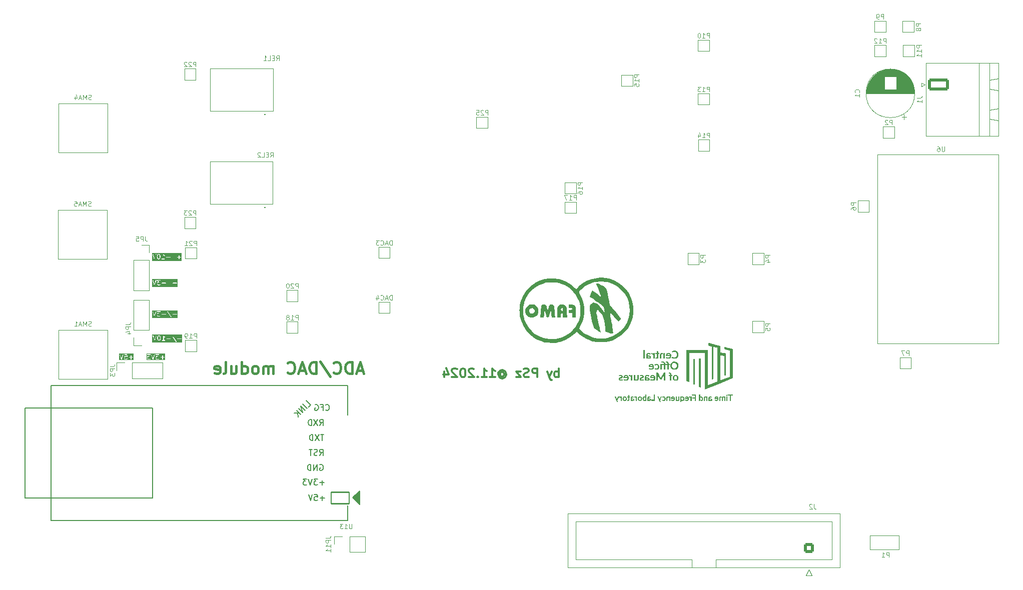
<source format=gbo>
%TF.GenerationSoftware,KiCad,Pcbnew,8.0.8*%
%TF.CreationDate,2025-02-17T12:12:58+01:00*%
%TF.ProjectId,AD DA module,41442044-4120-46d6-9f64-756c652e6b69,rev?*%
%TF.SameCoordinates,Original*%
%TF.FileFunction,Legend,Bot*%
%TF.FilePolarity,Positive*%
%FSLAX46Y46*%
G04 Gerber Fmt 4.6, Leading zero omitted, Abs format (unit mm)*
G04 Created by KiCad (PCBNEW 8.0.8) date 2025-02-17 12:12:58*
%MOMM*%
%LPD*%
G01*
G04 APERTURE LIST*
G04 Aperture macros list*
%AMRoundRect*
0 Rectangle with rounded corners*
0 $1 Rounding radius*
0 $2 $3 $4 $5 $6 $7 $8 $9 X,Y pos of 4 corners*
0 Add a 4 corners polygon primitive as box body*
4,1,4,$2,$3,$4,$5,$6,$7,$8,$9,$2,$3,0*
0 Add four circle primitives for the rounded corners*
1,1,$1+$1,$2,$3*
1,1,$1+$1,$4,$5*
1,1,$1+$1,$6,$7*
1,1,$1+$1,$8,$9*
0 Add four rect primitives between the rounded corners*
20,1,$1+$1,$2,$3,$4,$5,0*
20,1,$1+$1,$4,$5,$6,$7,0*
20,1,$1+$1,$6,$7,$8,$9,0*
20,1,$1+$1,$8,$9,$2,$3,0*%
G04 Aperture macros list end*
%ADD10C,0.120000*%
%ADD11C,0.400000*%
%ADD12C,0.300000*%
%ADD13C,0.150000*%
%ADD14C,0.152400*%
%ADD15C,0.100000*%
%ADD16C,0.200000*%
%ADD17C,0.000000*%
%ADD18C,2.000000*%
%ADD19C,1.500000*%
%ADD20C,5.600000*%
%ADD21C,2.250000*%
%ADD22C,4.700000*%
%ADD23R,1.500000X1.500000*%
%ADD24R,1.700000X1.700000*%
%ADD25O,1.700000X1.700000*%
%ADD26RoundRect,0.101600X1.500000X0.975000X-1.500000X0.975000X-1.500000X-0.975000X1.500000X-0.975000X0*%
%ADD27O,4.103200X2.153200*%
%ADD28C,2.153200*%
%ADD29C,1.381000*%
%ADD30RoundRect,0.249999X-1.550001X0.790001X-1.550001X-0.790001X1.550001X-0.790001X1.550001X0.790001X0*%
%ADD31O,3.600000X2.080000*%
%ADD32C,2.500000*%
%ADD33R,1.600000X1.600000*%
%ADD34C,1.600000*%
%ADD35RoundRect,0.250000X0.600000X-0.600000X0.600000X0.600000X-0.600000X0.600000X-0.600000X-0.600000X0*%
%ADD36C,1.700000*%
G04 APERTURE END LIST*
D10*
G36*
X21504898Y-54284079D02*
G01*
X17211839Y-54284079D01*
X17211839Y-53141602D01*
X17300728Y-53141602D01*
X17303656Y-53164829D01*
X17570322Y-53964829D01*
X17581916Y-53985167D01*
X17585926Y-53987172D01*
X17587931Y-53991182D01*
X17605976Y-53997197D01*
X17622990Y-54005704D01*
X17627243Y-54004286D01*
X17631496Y-54005704D01*
X17648505Y-53997199D01*
X17666555Y-53991183D01*
X17668560Y-53987171D01*
X17672570Y-53985167D01*
X17684164Y-53964829D01*
X17804774Y-53602998D01*
X18062482Y-53602998D01*
X18062482Y-53793474D01*
X18063068Y-53796421D01*
X18062633Y-53797727D01*
X18065172Y-53807002D01*
X18067049Y-53816435D01*
X18068022Y-53817408D01*
X18068816Y-53820307D01*
X18106911Y-53896497D01*
X18112808Y-53904095D01*
X18118150Y-53912090D01*
X18156245Y-53950186D01*
X18164239Y-53955528D01*
X18171839Y-53961426D01*
X18248031Y-53999521D01*
X18250928Y-54000314D01*
X18251902Y-54001288D01*
X18261336Y-54003164D01*
X18270610Y-54005704D01*
X18271915Y-54005268D01*
X18274863Y-54005855D01*
X18503434Y-54005855D01*
X18506381Y-54005268D01*
X18507687Y-54005704D01*
X18516962Y-54003164D01*
X18526395Y-54001288D01*
X18527368Y-54000314D01*
X18530267Y-53999521D01*
X18606458Y-53961426D01*
X18614057Y-53955528D01*
X18622052Y-53950186D01*
X18660147Y-53912090D01*
X18673153Y-53892625D01*
X18673153Y-53846702D01*
X18640680Y-53814231D01*
X18594758Y-53814231D01*
X18575293Y-53827238D01*
X18544082Y-53858448D01*
X18489269Y-53885855D01*
X18289028Y-53885855D01*
X18234213Y-53858448D01*
X18209889Y-53834123D01*
X18182482Y-53779309D01*
X18182482Y-53618132D01*
X18867049Y-53618132D01*
X18867049Y-53664054D01*
X18899521Y-53696526D01*
X18922482Y-53701093D01*
X19532005Y-53701093D01*
X19554966Y-53696526D01*
X19587438Y-53664054D01*
X19587438Y-53618132D01*
X19554966Y-53585660D01*
X19532005Y-53581093D01*
X18922482Y-53581093D01*
X18899521Y-53585660D01*
X18867049Y-53618132D01*
X18182482Y-53618132D01*
X18182482Y-53617162D01*
X18209889Y-53562347D01*
X18234212Y-53538024D01*
X18289028Y-53510617D01*
X18389148Y-53510617D01*
X18405880Y-53507288D01*
X18408371Y-53507455D01*
X18409349Y-53506598D01*
X18412109Y-53506050D01*
X18427035Y-53491124D01*
X18442931Y-53477215D01*
X18443072Y-53475086D01*
X18444581Y-53473578D01*
X18444581Y-53452467D01*
X18445986Y-53431394D01*
X18444581Y-53428954D01*
X18444581Y-53427656D01*
X18442818Y-53425893D01*
X18434303Y-53411107D01*
X18254708Y-53205855D01*
X18617720Y-53205855D01*
X18640681Y-53201288D01*
X18673153Y-53168816D01*
X18673153Y-53122894D01*
X18669663Y-53119404D01*
X19739812Y-53119404D01*
X19748749Y-53141042D01*
X20434463Y-54169613D01*
X20450999Y-54186184D01*
X20496030Y-54195190D01*
X20534239Y-54169717D01*
X20543245Y-54124687D01*
X20534309Y-54103049D01*
X20211031Y-53618132D01*
X20695620Y-53618132D01*
X20695620Y-53664054D01*
X20728092Y-53696526D01*
X20751053Y-53701093D01*
X20995814Y-53701093D01*
X20995814Y-53945855D01*
X21000381Y-53968816D01*
X21032853Y-54001288D01*
X21078775Y-54001288D01*
X21111247Y-53968816D01*
X21115814Y-53945855D01*
X21115814Y-53701093D01*
X21360576Y-53701093D01*
X21383537Y-53696526D01*
X21416009Y-53664054D01*
X21416009Y-53618132D01*
X21383537Y-53585660D01*
X21360576Y-53581093D01*
X21115814Y-53581093D01*
X21115814Y-53336331D01*
X21111247Y-53313370D01*
X21078775Y-53280898D01*
X21032853Y-53280898D01*
X21000381Y-53313370D01*
X20995814Y-53336331D01*
X20995814Y-53581093D01*
X20751053Y-53581093D01*
X20728092Y-53585660D01*
X20695620Y-53618132D01*
X20211031Y-53618132D01*
X19848595Y-53074478D01*
X19832059Y-53057907D01*
X19787028Y-53048900D01*
X19748819Y-53074373D01*
X19739812Y-53119404D01*
X18669663Y-53119404D01*
X18640681Y-53090422D01*
X18617720Y-53085855D01*
X18122482Y-53085855D01*
X18105749Y-53089183D01*
X18103259Y-53089017D01*
X18102280Y-53089873D01*
X18099521Y-53090422D01*
X18084595Y-53105348D01*
X18068699Y-53119257D01*
X18068557Y-53121385D01*
X18067049Y-53122894D01*
X18067049Y-53144004D01*
X18065644Y-53165078D01*
X18067049Y-53167517D01*
X18067049Y-53168816D01*
X18068811Y-53170578D01*
X18077327Y-53185365D01*
X18259581Y-53393656D01*
X18251902Y-53395184D01*
X18250928Y-53396157D01*
X18248031Y-53396951D01*
X18171839Y-53435046D01*
X18164239Y-53440943D01*
X18156245Y-53446286D01*
X18118151Y-53484381D01*
X18112813Y-53492368D01*
X18106911Y-53499974D01*
X18068816Y-53576165D01*
X18068022Y-53579063D01*
X18067049Y-53580037D01*
X18065172Y-53589469D01*
X18062633Y-53598745D01*
X18063068Y-53600050D01*
X18062482Y-53602998D01*
X17804774Y-53602998D01*
X17950831Y-53164829D01*
X17953759Y-53141602D01*
X17933222Y-53100528D01*
X17889657Y-53086006D01*
X17848583Y-53106543D01*
X17836989Y-53126881D01*
X17627242Y-53756118D01*
X17417498Y-53126881D01*
X17405904Y-53106543D01*
X17364830Y-53086006D01*
X17321265Y-53100528D01*
X17300728Y-53141602D01*
X17211839Y-53141602D01*
X17211839Y-52960011D01*
X21504898Y-52960011D01*
X21504898Y-54284079D01*
G37*
G36*
X21504898Y-48994079D02*
G01*
X17211839Y-48994079D01*
X17211839Y-47851602D01*
X17300728Y-47851602D01*
X17303656Y-47874829D01*
X17570322Y-48674829D01*
X17581916Y-48695167D01*
X17585926Y-48697172D01*
X17587931Y-48701182D01*
X17605976Y-48707197D01*
X17622990Y-48715704D01*
X17627243Y-48714286D01*
X17631496Y-48715704D01*
X17648505Y-48707199D01*
X17666555Y-48701183D01*
X17668560Y-48697171D01*
X17672570Y-48695167D01*
X17684164Y-48674829D01*
X17804774Y-48312998D01*
X18062482Y-48312998D01*
X18062482Y-48503474D01*
X18063068Y-48506421D01*
X18062633Y-48507727D01*
X18065172Y-48517002D01*
X18067049Y-48526435D01*
X18068022Y-48527408D01*
X18068816Y-48530307D01*
X18106911Y-48606497D01*
X18112808Y-48614095D01*
X18118150Y-48622090D01*
X18156245Y-48660186D01*
X18164239Y-48665528D01*
X18171839Y-48671426D01*
X18248031Y-48709521D01*
X18250928Y-48710314D01*
X18251902Y-48711288D01*
X18261336Y-48713164D01*
X18270610Y-48715704D01*
X18271915Y-48715268D01*
X18274863Y-48715855D01*
X18503434Y-48715855D01*
X18506381Y-48715268D01*
X18507687Y-48715704D01*
X18516962Y-48713164D01*
X18526395Y-48711288D01*
X18527368Y-48710314D01*
X18530267Y-48709521D01*
X18606458Y-48671426D01*
X18614057Y-48665528D01*
X18622052Y-48660186D01*
X18660147Y-48622090D01*
X18673153Y-48602625D01*
X18673153Y-48556702D01*
X18640680Y-48524231D01*
X18594758Y-48524231D01*
X18575293Y-48537238D01*
X18544082Y-48568448D01*
X18489269Y-48595855D01*
X18289028Y-48595855D01*
X18234213Y-48568448D01*
X18209889Y-48544123D01*
X18182482Y-48489309D01*
X18182482Y-48328132D01*
X18867049Y-48328132D01*
X18867049Y-48374054D01*
X18899521Y-48406526D01*
X18922482Y-48411093D01*
X19532005Y-48411093D01*
X19554966Y-48406526D01*
X19587438Y-48374054D01*
X19587438Y-48328132D01*
X19554966Y-48295660D01*
X19532005Y-48291093D01*
X18922482Y-48291093D01*
X18899521Y-48295660D01*
X18867049Y-48328132D01*
X18182482Y-48328132D01*
X18182482Y-48327162D01*
X18209889Y-48272347D01*
X18234212Y-48248024D01*
X18289028Y-48220617D01*
X18389148Y-48220617D01*
X18405880Y-48217288D01*
X18408371Y-48217455D01*
X18409349Y-48216598D01*
X18412109Y-48216050D01*
X18427035Y-48201124D01*
X18442931Y-48187215D01*
X18443072Y-48185086D01*
X18444581Y-48183578D01*
X18444581Y-48162467D01*
X18445986Y-48141394D01*
X18444581Y-48138954D01*
X18444581Y-48137656D01*
X18442818Y-48135893D01*
X18434303Y-48121107D01*
X18254708Y-47915855D01*
X18617720Y-47915855D01*
X18640681Y-47911288D01*
X18673153Y-47878816D01*
X18673153Y-47832894D01*
X18669663Y-47829404D01*
X19739812Y-47829404D01*
X19748749Y-47851042D01*
X20434463Y-48879613D01*
X20450999Y-48896184D01*
X20496030Y-48905190D01*
X20534239Y-48879717D01*
X20543245Y-48834687D01*
X20534309Y-48813049D01*
X20211031Y-48328132D01*
X20695620Y-48328132D01*
X20695620Y-48374054D01*
X20728092Y-48406526D01*
X20751053Y-48411093D01*
X20995814Y-48411093D01*
X20995814Y-48655855D01*
X21000381Y-48678816D01*
X21032853Y-48711288D01*
X21078775Y-48711288D01*
X21111247Y-48678816D01*
X21115814Y-48655855D01*
X21115814Y-48411093D01*
X21360576Y-48411093D01*
X21383537Y-48406526D01*
X21416009Y-48374054D01*
X21416009Y-48328132D01*
X21383537Y-48295660D01*
X21360576Y-48291093D01*
X21115814Y-48291093D01*
X21115814Y-48046331D01*
X21111247Y-48023370D01*
X21078775Y-47990898D01*
X21032853Y-47990898D01*
X21000381Y-48023370D01*
X20995814Y-48046331D01*
X20995814Y-48291093D01*
X20751053Y-48291093D01*
X20728092Y-48295660D01*
X20695620Y-48328132D01*
X20211031Y-48328132D01*
X19848595Y-47784478D01*
X19832059Y-47767907D01*
X19787028Y-47758900D01*
X19748819Y-47784373D01*
X19739812Y-47829404D01*
X18669663Y-47829404D01*
X18640681Y-47800422D01*
X18617720Y-47795855D01*
X18122482Y-47795855D01*
X18105749Y-47799183D01*
X18103259Y-47799017D01*
X18102280Y-47799873D01*
X18099521Y-47800422D01*
X18084595Y-47815348D01*
X18068699Y-47829257D01*
X18068557Y-47831385D01*
X18067049Y-47832894D01*
X18067049Y-47854004D01*
X18065644Y-47875078D01*
X18067049Y-47877517D01*
X18067049Y-47878816D01*
X18068811Y-47880578D01*
X18077327Y-47895365D01*
X18259581Y-48103656D01*
X18251902Y-48105184D01*
X18250928Y-48106157D01*
X18248031Y-48106951D01*
X18171839Y-48145046D01*
X18164239Y-48150943D01*
X18156245Y-48156286D01*
X18118151Y-48194381D01*
X18112813Y-48202368D01*
X18106911Y-48209974D01*
X18068816Y-48286165D01*
X18068022Y-48289063D01*
X18067049Y-48290037D01*
X18065172Y-48299469D01*
X18062633Y-48308745D01*
X18063068Y-48310050D01*
X18062482Y-48312998D01*
X17804774Y-48312998D01*
X17950831Y-47874829D01*
X17953759Y-47851602D01*
X17933222Y-47810528D01*
X17889657Y-47796006D01*
X17848583Y-47816543D01*
X17836989Y-47836881D01*
X17627242Y-48466118D01*
X17417498Y-47836881D01*
X17405904Y-47816543D01*
X17364830Y-47796006D01*
X17321265Y-47810528D01*
X17300728Y-47851602D01*
X17211839Y-47851602D01*
X17211839Y-47670011D01*
X21504898Y-47670011D01*
X21504898Y-48994079D01*
G37*
G36*
X19432898Y-61385744D02*
G01*
X16282545Y-61385744D01*
X16282545Y-60893998D01*
X16371434Y-60893998D01*
X16371434Y-61084474D01*
X16372020Y-61087421D01*
X16371585Y-61088727D01*
X16374124Y-61098002D01*
X16376001Y-61107435D01*
X16376974Y-61108408D01*
X16377768Y-61111307D01*
X16415863Y-61187497D01*
X16421760Y-61195095D01*
X16427102Y-61203090D01*
X16465197Y-61241186D01*
X16473191Y-61246528D01*
X16480791Y-61252426D01*
X16556983Y-61290521D01*
X16559880Y-61291314D01*
X16560854Y-61292288D01*
X16570288Y-61294164D01*
X16579562Y-61296704D01*
X16580867Y-61296268D01*
X16583815Y-61296855D01*
X16812386Y-61296855D01*
X16815333Y-61296268D01*
X16816639Y-61296704D01*
X16825914Y-61294164D01*
X16835347Y-61292288D01*
X16836320Y-61291314D01*
X16839219Y-61290521D01*
X16915410Y-61252426D01*
X16923009Y-61246528D01*
X16931004Y-61241186D01*
X16969099Y-61203090D01*
X16982105Y-61183625D01*
X16982105Y-61137702D01*
X16949632Y-61105231D01*
X16903710Y-61105231D01*
X16884245Y-61118238D01*
X16853034Y-61149448D01*
X16798221Y-61176855D01*
X16597980Y-61176855D01*
X16543165Y-61149448D01*
X16518841Y-61125123D01*
X16491434Y-61070309D01*
X16491434Y-60908162D01*
X16518841Y-60853347D01*
X16543164Y-60829024D01*
X16597980Y-60801617D01*
X16698100Y-60801617D01*
X16714832Y-60798288D01*
X16717323Y-60798455D01*
X16718301Y-60797598D01*
X16721061Y-60797050D01*
X16735987Y-60782124D01*
X16751883Y-60768215D01*
X16752024Y-60766086D01*
X16753533Y-60764578D01*
X16753533Y-60743467D01*
X16754938Y-60722394D01*
X16753533Y-60719954D01*
X16753533Y-60718656D01*
X16751770Y-60716893D01*
X16743255Y-60702107D01*
X16563660Y-60496855D01*
X16926672Y-60496855D01*
X16949633Y-60492288D01*
X16982105Y-60459816D01*
X16982105Y-60432602D01*
X17057299Y-60432602D01*
X17060227Y-60455829D01*
X17326893Y-61255829D01*
X17338487Y-61276167D01*
X17342497Y-61278172D01*
X17344502Y-61282182D01*
X17362547Y-61288197D01*
X17379561Y-61296704D01*
X17383814Y-61295286D01*
X17388067Y-61296704D01*
X17405076Y-61288199D01*
X17423126Y-61282183D01*
X17425131Y-61278171D01*
X17429141Y-61276167D01*
X17440735Y-61255829D01*
X17561345Y-60893998D01*
X17819053Y-60893998D01*
X17819053Y-61084474D01*
X17819639Y-61087421D01*
X17819204Y-61088727D01*
X17821743Y-61098002D01*
X17823620Y-61107435D01*
X17824593Y-61108408D01*
X17825387Y-61111307D01*
X17863482Y-61187497D01*
X17869379Y-61195095D01*
X17874721Y-61203090D01*
X17912816Y-61241186D01*
X17920810Y-61246528D01*
X17928410Y-61252426D01*
X18004602Y-61290521D01*
X18007499Y-61291314D01*
X18008473Y-61292288D01*
X18017907Y-61294164D01*
X18027181Y-61296704D01*
X18028486Y-61296268D01*
X18031434Y-61296855D01*
X18260005Y-61296855D01*
X18262952Y-61296268D01*
X18264258Y-61296704D01*
X18273533Y-61294164D01*
X18282966Y-61292288D01*
X18283939Y-61291314D01*
X18286838Y-61290521D01*
X18363029Y-61252426D01*
X18370628Y-61246528D01*
X18378623Y-61241186D01*
X18416718Y-61203090D01*
X18429724Y-61183625D01*
X18429724Y-61137702D01*
X18397251Y-61105231D01*
X18351329Y-61105231D01*
X18331864Y-61118238D01*
X18300653Y-61149448D01*
X18245840Y-61176855D01*
X18045599Y-61176855D01*
X17990784Y-61149448D01*
X17966460Y-61125123D01*
X17939053Y-61070309D01*
X17939053Y-60909132D01*
X18623620Y-60909132D01*
X18623620Y-60955054D01*
X18656092Y-60987526D01*
X18679053Y-60992093D01*
X18923814Y-60992093D01*
X18923814Y-61236855D01*
X18928381Y-61259816D01*
X18960853Y-61292288D01*
X19006775Y-61292288D01*
X19039247Y-61259816D01*
X19043814Y-61236855D01*
X19043814Y-60992093D01*
X19288576Y-60992093D01*
X19311537Y-60987526D01*
X19344009Y-60955054D01*
X19344009Y-60909132D01*
X19311537Y-60876660D01*
X19288576Y-60872093D01*
X19043814Y-60872093D01*
X19043814Y-60627331D01*
X19039247Y-60604370D01*
X19006775Y-60571898D01*
X18960853Y-60571898D01*
X18928381Y-60604370D01*
X18923814Y-60627331D01*
X18923814Y-60872093D01*
X18679053Y-60872093D01*
X18656092Y-60876660D01*
X18623620Y-60909132D01*
X17939053Y-60909132D01*
X17939053Y-60908162D01*
X17966460Y-60853347D01*
X17990783Y-60829024D01*
X18045599Y-60801617D01*
X18145719Y-60801617D01*
X18162451Y-60798288D01*
X18164942Y-60798455D01*
X18165920Y-60797598D01*
X18168680Y-60797050D01*
X18183606Y-60782124D01*
X18199502Y-60768215D01*
X18199643Y-60766086D01*
X18201152Y-60764578D01*
X18201152Y-60743467D01*
X18202557Y-60722394D01*
X18201152Y-60719954D01*
X18201152Y-60718656D01*
X18199389Y-60716893D01*
X18190874Y-60702107D01*
X18011279Y-60496855D01*
X18374291Y-60496855D01*
X18397252Y-60492288D01*
X18429724Y-60459816D01*
X18429724Y-60413894D01*
X18397252Y-60381422D01*
X18374291Y-60376855D01*
X17879053Y-60376855D01*
X17862320Y-60380183D01*
X17859830Y-60380017D01*
X17858851Y-60380873D01*
X17856092Y-60381422D01*
X17841166Y-60396348D01*
X17825270Y-60410257D01*
X17825128Y-60412385D01*
X17823620Y-60413894D01*
X17823620Y-60435004D01*
X17822215Y-60456078D01*
X17823620Y-60458517D01*
X17823620Y-60459816D01*
X17825382Y-60461578D01*
X17833898Y-60476365D01*
X18016152Y-60684656D01*
X18008473Y-60686184D01*
X18007499Y-60687157D01*
X18004602Y-60687951D01*
X17928410Y-60726046D01*
X17920810Y-60731943D01*
X17912816Y-60737286D01*
X17874722Y-60775381D01*
X17869384Y-60783368D01*
X17863482Y-60790974D01*
X17825387Y-60867165D01*
X17824593Y-60870063D01*
X17823620Y-60871037D01*
X17821743Y-60880469D01*
X17819204Y-60889745D01*
X17819639Y-60891050D01*
X17819053Y-60893998D01*
X17561345Y-60893998D01*
X17707402Y-60455829D01*
X17710330Y-60432602D01*
X17689793Y-60391528D01*
X17646228Y-60377006D01*
X17605154Y-60397543D01*
X17593560Y-60417881D01*
X17383813Y-61047118D01*
X17174069Y-60417881D01*
X17162475Y-60397543D01*
X17121401Y-60377006D01*
X17077836Y-60391528D01*
X17057299Y-60432602D01*
X16982105Y-60432602D01*
X16982105Y-60413894D01*
X16949633Y-60381422D01*
X16926672Y-60376855D01*
X16431434Y-60376855D01*
X16414701Y-60380183D01*
X16412211Y-60380017D01*
X16411232Y-60380873D01*
X16408473Y-60381422D01*
X16393547Y-60396348D01*
X16377651Y-60410257D01*
X16377509Y-60412385D01*
X16376001Y-60413894D01*
X16376001Y-60435004D01*
X16374596Y-60456078D01*
X16376001Y-60458517D01*
X16376001Y-60459816D01*
X16377763Y-60461578D01*
X16386279Y-60476365D01*
X16568533Y-60684656D01*
X16560854Y-60686184D01*
X16559880Y-60687157D01*
X16556983Y-60687951D01*
X16480791Y-60726046D01*
X16473191Y-60731943D01*
X16465197Y-60737286D01*
X16427103Y-60775381D01*
X16421765Y-60783368D01*
X16415863Y-60790974D01*
X16377768Y-60867165D01*
X16376974Y-60870063D01*
X16376001Y-60871037D01*
X16374124Y-60880469D01*
X16371585Y-60889745D01*
X16372020Y-60891050D01*
X16371434Y-60893998D01*
X16282545Y-60893998D01*
X16282545Y-60287966D01*
X19432898Y-60287966D01*
X19432898Y-61385744D01*
G37*
G36*
X18467893Y-57343262D02*
G01*
X18492216Y-57367585D01*
X18523014Y-57429181D01*
X18557720Y-57568001D01*
X18557720Y-57743708D01*
X18523014Y-57882527D01*
X18492216Y-57944123D01*
X18467891Y-57968448D01*
X18413078Y-57995855D01*
X18365218Y-57995855D01*
X18310403Y-57968448D01*
X18286079Y-57944123D01*
X18255283Y-57882532D01*
X18220577Y-57743705D01*
X18220577Y-57568004D01*
X18255283Y-57429177D01*
X18286079Y-57367585D01*
X18310402Y-57343262D01*
X18365218Y-57315855D01*
X18413078Y-57315855D01*
X18467893Y-57343262D01*
G37*
G36*
X22304898Y-58394079D02*
G01*
X17249934Y-58394079D01*
X17249934Y-57251602D01*
X17338823Y-57251602D01*
X17341751Y-57274829D01*
X17608417Y-58074829D01*
X17620011Y-58095167D01*
X17624021Y-58097172D01*
X17626026Y-58101182D01*
X17644071Y-58107197D01*
X17661085Y-58115704D01*
X17665338Y-58114286D01*
X17669591Y-58115704D01*
X17686600Y-58107199D01*
X17704650Y-58101183D01*
X17706655Y-58097171D01*
X17710665Y-58095167D01*
X17722259Y-58074829D01*
X17893663Y-57560617D01*
X18100577Y-57560617D01*
X18100577Y-57751093D01*
X18102010Y-57758300D01*
X18102368Y-57765645D01*
X18140464Y-57918026D01*
X18143269Y-57923965D01*
X18145006Y-57930307D01*
X18183101Y-58006497D01*
X18188998Y-58014095D01*
X18194340Y-58022090D01*
X18232435Y-58060186D01*
X18240429Y-58065528D01*
X18248029Y-58071426D01*
X18324221Y-58109521D01*
X18327118Y-58110314D01*
X18328092Y-58111288D01*
X18337526Y-58113164D01*
X18346800Y-58115704D01*
X18348105Y-58115268D01*
X18351053Y-58115855D01*
X18427243Y-58115855D01*
X18430190Y-58115268D01*
X18431496Y-58115704D01*
X18440771Y-58113164D01*
X18450204Y-58111288D01*
X18451177Y-58110314D01*
X18454076Y-58109521D01*
X18530267Y-58071426D01*
X18537866Y-58065528D01*
X18545861Y-58060186D01*
X18573152Y-58032894D01*
X18867049Y-58032894D01*
X18867049Y-58078816D01*
X18899521Y-58111288D01*
X18922482Y-58115855D01*
X19379625Y-58115855D01*
X19402586Y-58111288D01*
X19435058Y-58078816D01*
X19435058Y-58032894D01*
X19402586Y-58000422D01*
X19379625Y-57995855D01*
X19211053Y-57995855D01*
X19211053Y-57728132D01*
X19667049Y-57728132D01*
X19667049Y-57774054D01*
X19699521Y-57806526D01*
X19722482Y-57811093D01*
X20332005Y-57811093D01*
X20354966Y-57806526D01*
X20387438Y-57774054D01*
X20387438Y-57728132D01*
X20354966Y-57695660D01*
X20332005Y-57691093D01*
X19722482Y-57691093D01*
X19699521Y-57695660D01*
X19667049Y-57728132D01*
X19211053Y-57728132D01*
X19211053Y-57438802D01*
X19261008Y-57488757D01*
X19268995Y-57494094D01*
X19276601Y-57499997D01*
X19352793Y-57538092D01*
X19375372Y-57544275D01*
X19418938Y-57529753D01*
X19439474Y-57488679D01*
X19424952Y-57445113D01*
X19406458Y-57430760D01*
X19338975Y-57397018D01*
X19273870Y-57331914D01*
X19205530Y-57229404D01*
X20539812Y-57229404D01*
X20548749Y-57251042D01*
X21234463Y-58279613D01*
X21250999Y-58296184D01*
X21296030Y-58305190D01*
X21334239Y-58279717D01*
X21343245Y-58234687D01*
X21334309Y-58213049D01*
X21011031Y-57728132D01*
X21495620Y-57728132D01*
X21495620Y-57774054D01*
X21528092Y-57806526D01*
X21551053Y-57811093D01*
X21795814Y-57811093D01*
X21795814Y-58055855D01*
X21800381Y-58078816D01*
X21832853Y-58111288D01*
X21878775Y-58111288D01*
X21911247Y-58078816D01*
X21915814Y-58055855D01*
X21915814Y-57811093D01*
X22160576Y-57811093D01*
X22183537Y-57806526D01*
X22216009Y-57774054D01*
X22216009Y-57728132D01*
X22183537Y-57695660D01*
X22160576Y-57691093D01*
X21915814Y-57691093D01*
X21915814Y-57446331D01*
X21911247Y-57423370D01*
X21878775Y-57390898D01*
X21832853Y-57390898D01*
X21800381Y-57423370D01*
X21795814Y-57446331D01*
X21795814Y-57691093D01*
X21551053Y-57691093D01*
X21528092Y-57695660D01*
X21495620Y-57728132D01*
X21011031Y-57728132D01*
X20648595Y-57184478D01*
X20632059Y-57167907D01*
X20587028Y-57158900D01*
X20548819Y-57184373D01*
X20539812Y-57229404D01*
X19205530Y-57229404D01*
X19200976Y-57222573D01*
X19184439Y-57206001D01*
X19178381Y-57204789D01*
X19174014Y-57200422D01*
X19156541Y-57200422D01*
X19139409Y-57196996D01*
X19134270Y-57200422D01*
X19128092Y-57200422D01*
X19115736Y-57212777D01*
X19101199Y-57222469D01*
X19099987Y-57228526D01*
X19095620Y-57232894D01*
X19091053Y-57255855D01*
X19091053Y-57995855D01*
X18922482Y-57995855D01*
X18899521Y-58000422D01*
X18867049Y-58032894D01*
X18573152Y-58032894D01*
X18583956Y-58022090D01*
X18589299Y-58014093D01*
X18595195Y-58006497D01*
X18633290Y-57930307D01*
X18635026Y-57923965D01*
X18637832Y-57918026D01*
X18675929Y-57765645D01*
X18676286Y-57758300D01*
X18677720Y-57751093D01*
X18677720Y-57560617D01*
X18676286Y-57553409D01*
X18675929Y-57546065D01*
X18637832Y-57393684D01*
X18635026Y-57387743D01*
X18633290Y-57381404D01*
X18595195Y-57305212D01*
X18589297Y-57297612D01*
X18583955Y-57289618D01*
X18545860Y-57251524D01*
X18537872Y-57246186D01*
X18530267Y-57240284D01*
X18454076Y-57202189D01*
X18451177Y-57201395D01*
X18450204Y-57200422D01*
X18440771Y-57198545D01*
X18431496Y-57196006D01*
X18430190Y-57196441D01*
X18427243Y-57195855D01*
X18351053Y-57195855D01*
X18348105Y-57196441D01*
X18346800Y-57196006D01*
X18337526Y-57198545D01*
X18328092Y-57200422D01*
X18327118Y-57201395D01*
X18324221Y-57202189D01*
X18248029Y-57240284D01*
X18240429Y-57246181D01*
X18232435Y-57251524D01*
X18194341Y-57289619D01*
X18189003Y-57297606D01*
X18183101Y-57305212D01*
X18145006Y-57381403D01*
X18143269Y-57387744D01*
X18140464Y-57393684D01*
X18102368Y-57546065D01*
X18102010Y-57553409D01*
X18100577Y-57560617D01*
X17893663Y-57560617D01*
X17988926Y-57274829D01*
X17991854Y-57251602D01*
X17971317Y-57210528D01*
X17927752Y-57196006D01*
X17886678Y-57216543D01*
X17875084Y-57236881D01*
X17665337Y-57866118D01*
X17455593Y-57236881D01*
X17443999Y-57216543D01*
X17402925Y-57196006D01*
X17359360Y-57210528D01*
X17338823Y-57251602D01*
X17249934Y-57251602D01*
X17249934Y-57070011D01*
X22304898Y-57070011D01*
X22304898Y-58394079D01*
G37*
D11*
X52885890Y-63123009D02*
X51933509Y-63123009D01*
X53076366Y-63694438D02*
X52409700Y-61694438D01*
X52409700Y-61694438D02*
X51743033Y-63694438D01*
X51076366Y-63694438D02*
X51076366Y-61694438D01*
X51076366Y-61694438D02*
X50600176Y-61694438D01*
X50600176Y-61694438D02*
X50314461Y-61789676D01*
X50314461Y-61789676D02*
X50123985Y-61980152D01*
X50123985Y-61980152D02*
X50028747Y-62170628D01*
X50028747Y-62170628D02*
X49933509Y-62551580D01*
X49933509Y-62551580D02*
X49933509Y-62837295D01*
X49933509Y-62837295D02*
X50028747Y-63218247D01*
X50028747Y-63218247D02*
X50123985Y-63408723D01*
X50123985Y-63408723D02*
X50314461Y-63599200D01*
X50314461Y-63599200D02*
X50600176Y-63694438D01*
X50600176Y-63694438D02*
X51076366Y-63694438D01*
X47933509Y-63503961D02*
X48028747Y-63599200D01*
X48028747Y-63599200D02*
X48314461Y-63694438D01*
X48314461Y-63694438D02*
X48504937Y-63694438D01*
X48504937Y-63694438D02*
X48790652Y-63599200D01*
X48790652Y-63599200D02*
X48981128Y-63408723D01*
X48981128Y-63408723D02*
X49076366Y-63218247D01*
X49076366Y-63218247D02*
X49171604Y-62837295D01*
X49171604Y-62837295D02*
X49171604Y-62551580D01*
X49171604Y-62551580D02*
X49076366Y-62170628D01*
X49076366Y-62170628D02*
X48981128Y-61980152D01*
X48981128Y-61980152D02*
X48790652Y-61789676D01*
X48790652Y-61789676D02*
X48504937Y-61694438D01*
X48504937Y-61694438D02*
X48314461Y-61694438D01*
X48314461Y-61694438D02*
X48028747Y-61789676D01*
X48028747Y-61789676D02*
X47933509Y-61884914D01*
X45647795Y-61599200D02*
X47362080Y-64170628D01*
X44981128Y-63694438D02*
X44981128Y-61694438D01*
X44981128Y-61694438D02*
X44504938Y-61694438D01*
X44504938Y-61694438D02*
X44219223Y-61789676D01*
X44219223Y-61789676D02*
X44028747Y-61980152D01*
X44028747Y-61980152D02*
X43933509Y-62170628D01*
X43933509Y-62170628D02*
X43838271Y-62551580D01*
X43838271Y-62551580D02*
X43838271Y-62837295D01*
X43838271Y-62837295D02*
X43933509Y-63218247D01*
X43933509Y-63218247D02*
X44028747Y-63408723D01*
X44028747Y-63408723D02*
X44219223Y-63599200D01*
X44219223Y-63599200D02*
X44504938Y-63694438D01*
X44504938Y-63694438D02*
X44981128Y-63694438D01*
X43076366Y-63123009D02*
X42123985Y-63123009D01*
X43266842Y-63694438D02*
X42600176Y-61694438D01*
X42600176Y-61694438D02*
X41933509Y-63694438D01*
X40123985Y-63503961D02*
X40219223Y-63599200D01*
X40219223Y-63599200D02*
X40504937Y-63694438D01*
X40504937Y-63694438D02*
X40695413Y-63694438D01*
X40695413Y-63694438D02*
X40981128Y-63599200D01*
X40981128Y-63599200D02*
X41171604Y-63408723D01*
X41171604Y-63408723D02*
X41266842Y-63218247D01*
X41266842Y-63218247D02*
X41362080Y-62837295D01*
X41362080Y-62837295D02*
X41362080Y-62551580D01*
X41362080Y-62551580D02*
X41266842Y-62170628D01*
X41266842Y-62170628D02*
X41171604Y-61980152D01*
X41171604Y-61980152D02*
X40981128Y-61789676D01*
X40981128Y-61789676D02*
X40695413Y-61694438D01*
X40695413Y-61694438D02*
X40504937Y-61694438D01*
X40504937Y-61694438D02*
X40219223Y-61789676D01*
X40219223Y-61789676D02*
X40123985Y-61884914D01*
X37743032Y-63694438D02*
X37743032Y-62361104D01*
X37743032Y-62551580D02*
X37647794Y-62456342D01*
X37647794Y-62456342D02*
X37457318Y-62361104D01*
X37457318Y-62361104D02*
X37171603Y-62361104D01*
X37171603Y-62361104D02*
X36981127Y-62456342D01*
X36981127Y-62456342D02*
X36885889Y-62646819D01*
X36885889Y-62646819D02*
X36885889Y-63694438D01*
X36885889Y-62646819D02*
X36790651Y-62456342D01*
X36790651Y-62456342D02*
X36600175Y-62361104D01*
X36600175Y-62361104D02*
X36314461Y-62361104D01*
X36314461Y-62361104D02*
X36123984Y-62456342D01*
X36123984Y-62456342D02*
X36028746Y-62646819D01*
X36028746Y-62646819D02*
X36028746Y-63694438D01*
X34790651Y-63694438D02*
X34981127Y-63599200D01*
X34981127Y-63599200D02*
X35076365Y-63503961D01*
X35076365Y-63503961D02*
X35171603Y-63313485D01*
X35171603Y-63313485D02*
X35171603Y-62742057D01*
X35171603Y-62742057D02*
X35076365Y-62551580D01*
X35076365Y-62551580D02*
X34981127Y-62456342D01*
X34981127Y-62456342D02*
X34790651Y-62361104D01*
X34790651Y-62361104D02*
X34504936Y-62361104D01*
X34504936Y-62361104D02*
X34314460Y-62456342D01*
X34314460Y-62456342D02*
X34219222Y-62551580D01*
X34219222Y-62551580D02*
X34123984Y-62742057D01*
X34123984Y-62742057D02*
X34123984Y-63313485D01*
X34123984Y-63313485D02*
X34219222Y-63503961D01*
X34219222Y-63503961D02*
X34314460Y-63599200D01*
X34314460Y-63599200D02*
X34504936Y-63694438D01*
X34504936Y-63694438D02*
X34790651Y-63694438D01*
X32409698Y-63694438D02*
X32409698Y-61694438D01*
X32409698Y-63599200D02*
X32600174Y-63694438D01*
X32600174Y-63694438D02*
X32981127Y-63694438D01*
X32981127Y-63694438D02*
X33171603Y-63599200D01*
X33171603Y-63599200D02*
X33266841Y-63503961D01*
X33266841Y-63503961D02*
X33362079Y-63313485D01*
X33362079Y-63313485D02*
X33362079Y-62742057D01*
X33362079Y-62742057D02*
X33266841Y-62551580D01*
X33266841Y-62551580D02*
X33171603Y-62456342D01*
X33171603Y-62456342D02*
X32981127Y-62361104D01*
X32981127Y-62361104D02*
X32600174Y-62361104D01*
X32600174Y-62361104D02*
X32409698Y-62456342D01*
X30600174Y-62361104D02*
X30600174Y-63694438D01*
X31457317Y-62361104D02*
X31457317Y-63408723D01*
X31457317Y-63408723D02*
X31362079Y-63599200D01*
X31362079Y-63599200D02*
X31171603Y-63694438D01*
X31171603Y-63694438D02*
X30885888Y-63694438D01*
X30885888Y-63694438D02*
X30695412Y-63599200D01*
X30695412Y-63599200D02*
X30600174Y-63503961D01*
X29362079Y-63694438D02*
X29552555Y-63599200D01*
X29552555Y-63599200D02*
X29647793Y-63408723D01*
X29647793Y-63408723D02*
X29647793Y-61694438D01*
X27838269Y-63599200D02*
X28028745Y-63694438D01*
X28028745Y-63694438D02*
X28409698Y-63694438D01*
X28409698Y-63694438D02*
X28600174Y-63599200D01*
X28600174Y-63599200D02*
X28695412Y-63408723D01*
X28695412Y-63408723D02*
X28695412Y-62646819D01*
X28695412Y-62646819D02*
X28600174Y-62456342D01*
X28600174Y-62456342D02*
X28409698Y-62361104D01*
X28409698Y-62361104D02*
X28028745Y-62361104D01*
X28028745Y-62361104D02*
X27838269Y-62456342D01*
X27838269Y-62456342D02*
X27743031Y-62646819D01*
X27743031Y-62646819D02*
X27743031Y-62837295D01*
X27743031Y-62837295D02*
X28695412Y-63027771D01*
D10*
G36*
X18417893Y-43543262D02*
G01*
X18442216Y-43567585D01*
X18473014Y-43629181D01*
X18507720Y-43768001D01*
X18507720Y-43943708D01*
X18473014Y-44082527D01*
X18442216Y-44144123D01*
X18417891Y-44168448D01*
X18363078Y-44195855D01*
X18315218Y-44195855D01*
X18260403Y-44168448D01*
X18236079Y-44144123D01*
X18205283Y-44082532D01*
X18170577Y-43943705D01*
X18170577Y-43768004D01*
X18205283Y-43629177D01*
X18236079Y-43567585D01*
X18260402Y-43543262D01*
X18315218Y-43515855D01*
X18363078Y-43515855D01*
X18417893Y-43543262D01*
G37*
G36*
X22254898Y-44594079D02*
G01*
X17199934Y-44594079D01*
X17199934Y-43451602D01*
X17288823Y-43451602D01*
X17291751Y-43474829D01*
X17558417Y-44274829D01*
X17570011Y-44295167D01*
X17574021Y-44297172D01*
X17576026Y-44301182D01*
X17594071Y-44307197D01*
X17611085Y-44315704D01*
X17615338Y-44314286D01*
X17619591Y-44315704D01*
X17636600Y-44307199D01*
X17654650Y-44301183D01*
X17656655Y-44297171D01*
X17660665Y-44295167D01*
X17672259Y-44274829D01*
X17843663Y-43760617D01*
X18050577Y-43760617D01*
X18050577Y-43951093D01*
X18052010Y-43958300D01*
X18052368Y-43965645D01*
X18090464Y-44118026D01*
X18093269Y-44123965D01*
X18095006Y-44130307D01*
X18133101Y-44206497D01*
X18138998Y-44214095D01*
X18144340Y-44222090D01*
X18182435Y-44260186D01*
X18190429Y-44265528D01*
X18198029Y-44271426D01*
X18274221Y-44309521D01*
X18277118Y-44310314D01*
X18278092Y-44311288D01*
X18287526Y-44313164D01*
X18296800Y-44315704D01*
X18298105Y-44315268D01*
X18301053Y-44315855D01*
X18377243Y-44315855D01*
X18380190Y-44315268D01*
X18381496Y-44315704D01*
X18390771Y-44313164D01*
X18400204Y-44311288D01*
X18401177Y-44310314D01*
X18404076Y-44309521D01*
X18480267Y-44271426D01*
X18487866Y-44265528D01*
X18495861Y-44260186D01*
X18523152Y-44232894D01*
X18817049Y-44232894D01*
X18817049Y-44278816D01*
X18849521Y-44311288D01*
X18872482Y-44315855D01*
X19329625Y-44315855D01*
X19352586Y-44311288D01*
X19385058Y-44278816D01*
X19385058Y-44232894D01*
X19352586Y-44200422D01*
X19329625Y-44195855D01*
X19161053Y-44195855D01*
X19161053Y-43928132D01*
X19617049Y-43928132D01*
X19617049Y-43974054D01*
X19649521Y-44006526D01*
X19672482Y-44011093D01*
X20282005Y-44011093D01*
X20304966Y-44006526D01*
X20337438Y-43974054D01*
X20337438Y-43928132D01*
X20304966Y-43895660D01*
X20282005Y-43891093D01*
X19672482Y-43891093D01*
X19649521Y-43895660D01*
X19617049Y-43928132D01*
X19161053Y-43928132D01*
X19161053Y-43638802D01*
X19211008Y-43688757D01*
X19218995Y-43694094D01*
X19226601Y-43699997D01*
X19302793Y-43738092D01*
X19325372Y-43744275D01*
X19368938Y-43729753D01*
X19389474Y-43688679D01*
X19374952Y-43645113D01*
X19356458Y-43630760D01*
X19288975Y-43597018D01*
X19223870Y-43531914D01*
X19155530Y-43429404D01*
X20489812Y-43429404D01*
X20498749Y-43451042D01*
X21184463Y-44479613D01*
X21200999Y-44496184D01*
X21246030Y-44505190D01*
X21284239Y-44479717D01*
X21293245Y-44434687D01*
X21284309Y-44413049D01*
X20961031Y-43928132D01*
X21445620Y-43928132D01*
X21445620Y-43974054D01*
X21478092Y-44006526D01*
X21501053Y-44011093D01*
X21745814Y-44011093D01*
X21745814Y-44255855D01*
X21750381Y-44278816D01*
X21782853Y-44311288D01*
X21828775Y-44311288D01*
X21861247Y-44278816D01*
X21865814Y-44255855D01*
X21865814Y-44011093D01*
X22110576Y-44011093D01*
X22133537Y-44006526D01*
X22166009Y-43974054D01*
X22166009Y-43928132D01*
X22133537Y-43895660D01*
X22110576Y-43891093D01*
X21865814Y-43891093D01*
X21865814Y-43646331D01*
X21861247Y-43623370D01*
X21828775Y-43590898D01*
X21782853Y-43590898D01*
X21750381Y-43623370D01*
X21745814Y-43646331D01*
X21745814Y-43891093D01*
X21501053Y-43891093D01*
X21478092Y-43895660D01*
X21445620Y-43928132D01*
X20961031Y-43928132D01*
X20598595Y-43384478D01*
X20582059Y-43367907D01*
X20537028Y-43358900D01*
X20498819Y-43384373D01*
X20489812Y-43429404D01*
X19155530Y-43429404D01*
X19150976Y-43422573D01*
X19134439Y-43406001D01*
X19128381Y-43404789D01*
X19124014Y-43400422D01*
X19106541Y-43400422D01*
X19089409Y-43396996D01*
X19084270Y-43400422D01*
X19078092Y-43400422D01*
X19065736Y-43412777D01*
X19051199Y-43422469D01*
X19049987Y-43428526D01*
X19045620Y-43432894D01*
X19041053Y-43455855D01*
X19041053Y-44195855D01*
X18872482Y-44195855D01*
X18849521Y-44200422D01*
X18817049Y-44232894D01*
X18523152Y-44232894D01*
X18533956Y-44222090D01*
X18539299Y-44214093D01*
X18545195Y-44206497D01*
X18583290Y-44130307D01*
X18585026Y-44123965D01*
X18587832Y-44118026D01*
X18625929Y-43965645D01*
X18626286Y-43958300D01*
X18627720Y-43951093D01*
X18627720Y-43760617D01*
X18626286Y-43753409D01*
X18625929Y-43746065D01*
X18587832Y-43593684D01*
X18585026Y-43587743D01*
X18583290Y-43581404D01*
X18545195Y-43505212D01*
X18539297Y-43497612D01*
X18533955Y-43489618D01*
X18495860Y-43451524D01*
X18487872Y-43446186D01*
X18480267Y-43440284D01*
X18404076Y-43402189D01*
X18401177Y-43401395D01*
X18400204Y-43400422D01*
X18390771Y-43398545D01*
X18381496Y-43396006D01*
X18380190Y-43396441D01*
X18377243Y-43395855D01*
X18301053Y-43395855D01*
X18298105Y-43396441D01*
X18296800Y-43396006D01*
X18287526Y-43398545D01*
X18278092Y-43400422D01*
X18277118Y-43401395D01*
X18274221Y-43402189D01*
X18198029Y-43440284D01*
X18190429Y-43446181D01*
X18182435Y-43451524D01*
X18144341Y-43489619D01*
X18139003Y-43497606D01*
X18133101Y-43505212D01*
X18095006Y-43581403D01*
X18093269Y-43587744D01*
X18090464Y-43593684D01*
X18052368Y-43746065D01*
X18052010Y-43753409D01*
X18050577Y-43760617D01*
X17843663Y-43760617D01*
X17938926Y-43474829D01*
X17941854Y-43451602D01*
X17921317Y-43410528D01*
X17877752Y-43396006D01*
X17836678Y-43416543D01*
X17825084Y-43436881D01*
X17615337Y-44066118D01*
X17405593Y-43436881D01*
X17393999Y-43416543D01*
X17352925Y-43396006D01*
X17309360Y-43410528D01*
X17288823Y-43451602D01*
X17199934Y-43451602D01*
X17199934Y-43270011D01*
X22254898Y-43270011D01*
X22254898Y-44594079D01*
G37*
G36*
X14098898Y-61385744D02*
G01*
X11634410Y-61385744D01*
X11634410Y-60432602D01*
X11723299Y-60432602D01*
X11726227Y-60455829D01*
X11992893Y-61255829D01*
X12004487Y-61276167D01*
X12008497Y-61278172D01*
X12010502Y-61282182D01*
X12028547Y-61288197D01*
X12045561Y-61296704D01*
X12049814Y-61295286D01*
X12054067Y-61296704D01*
X12071076Y-61288199D01*
X12089126Y-61282183D01*
X12091131Y-61278171D01*
X12095141Y-61276167D01*
X12106735Y-61255829D01*
X12227345Y-60893998D01*
X12485053Y-60893998D01*
X12485053Y-61084474D01*
X12485639Y-61087421D01*
X12485204Y-61088727D01*
X12487743Y-61098002D01*
X12489620Y-61107435D01*
X12490593Y-61108408D01*
X12491387Y-61111307D01*
X12529482Y-61187497D01*
X12535379Y-61195095D01*
X12540721Y-61203090D01*
X12578816Y-61241186D01*
X12586810Y-61246528D01*
X12594410Y-61252426D01*
X12670602Y-61290521D01*
X12673499Y-61291314D01*
X12674473Y-61292288D01*
X12683907Y-61294164D01*
X12693181Y-61296704D01*
X12694486Y-61296268D01*
X12697434Y-61296855D01*
X12887910Y-61296855D01*
X12890857Y-61296268D01*
X12892163Y-61296704D01*
X12901438Y-61294164D01*
X12910871Y-61292288D01*
X12911844Y-61291314D01*
X12914743Y-61290521D01*
X12990933Y-61252426D01*
X12998534Y-61246525D01*
X13006526Y-61241186D01*
X13044622Y-61203090D01*
X13057629Y-61183625D01*
X13057629Y-61137703D01*
X13025157Y-61105231D01*
X12979235Y-61105231D01*
X12959770Y-61118238D01*
X12928561Y-61149447D01*
X12873745Y-61176855D01*
X12711599Y-61176855D01*
X12656784Y-61149448D01*
X12632460Y-61125123D01*
X12605053Y-61070309D01*
X12605053Y-60909132D01*
X13289620Y-60909132D01*
X13289620Y-60955054D01*
X13322092Y-60987526D01*
X13345053Y-60992093D01*
X13589814Y-60992093D01*
X13589814Y-61236855D01*
X13594381Y-61259816D01*
X13626853Y-61292288D01*
X13672775Y-61292288D01*
X13705247Y-61259816D01*
X13709814Y-61236855D01*
X13709814Y-60992093D01*
X13954576Y-60992093D01*
X13977537Y-60987526D01*
X14010009Y-60955054D01*
X14010009Y-60909132D01*
X13977537Y-60876660D01*
X13954576Y-60872093D01*
X13709814Y-60872093D01*
X13709814Y-60627331D01*
X13705247Y-60604370D01*
X13672775Y-60571898D01*
X13626853Y-60571898D01*
X13594381Y-60604370D01*
X13589814Y-60627331D01*
X13589814Y-60872093D01*
X13345053Y-60872093D01*
X13322092Y-60876660D01*
X13289620Y-60909132D01*
X12605053Y-60909132D01*
X12605053Y-60908162D01*
X12632460Y-60853347D01*
X12656783Y-60829024D01*
X12711599Y-60801617D01*
X12873745Y-60801617D01*
X12928559Y-60829024D01*
X12959770Y-60860234D01*
X12979235Y-60873240D01*
X12982408Y-60873240D01*
X12984865Y-60875250D01*
X13004962Y-60873240D01*
X13025158Y-60873240D01*
X13027402Y-60870995D01*
X13030559Y-60870680D01*
X13043348Y-60855047D01*
X13057629Y-60840767D01*
X13057629Y-60837594D01*
X13059639Y-60835138D01*
X13061898Y-60811837D01*
X13023802Y-60430885D01*
X13019533Y-60416886D01*
X13019533Y-60413894D01*
X13018219Y-60412580D01*
X13016973Y-60408492D01*
X13001341Y-60395702D01*
X12987061Y-60381422D01*
X12982868Y-60380588D01*
X12981431Y-60379412D01*
X12978452Y-60379709D01*
X12964100Y-60376855D01*
X12583148Y-60376855D01*
X12560187Y-60381422D01*
X12527715Y-60413894D01*
X12527715Y-60459816D01*
X12560187Y-60492288D01*
X12583148Y-60496855D01*
X12909801Y-60496855D01*
X12929656Y-60695407D01*
X12914743Y-60687951D01*
X12911844Y-60687157D01*
X12910871Y-60686184D01*
X12901438Y-60684307D01*
X12892163Y-60681768D01*
X12890857Y-60682203D01*
X12887910Y-60681617D01*
X12697434Y-60681617D01*
X12694486Y-60682203D01*
X12693181Y-60681768D01*
X12683907Y-60684307D01*
X12674473Y-60686184D01*
X12673499Y-60687157D01*
X12670602Y-60687951D01*
X12594410Y-60726046D01*
X12586810Y-60731943D01*
X12578816Y-60737286D01*
X12540722Y-60775381D01*
X12535384Y-60783368D01*
X12529482Y-60790974D01*
X12491387Y-60867165D01*
X12490593Y-60870063D01*
X12489620Y-60871037D01*
X12487743Y-60880469D01*
X12485204Y-60889745D01*
X12485639Y-60891050D01*
X12485053Y-60893998D01*
X12227345Y-60893998D01*
X12373402Y-60455829D01*
X12376330Y-60432602D01*
X12355793Y-60391528D01*
X12312228Y-60377006D01*
X12271154Y-60397543D01*
X12259560Y-60417881D01*
X12049813Y-61047118D01*
X11840069Y-60417881D01*
X11828475Y-60397543D01*
X11787401Y-60377006D01*
X11743836Y-60391528D01*
X11723299Y-60432602D01*
X11634410Y-60432602D01*
X11634410Y-60287966D01*
X14098898Y-60287966D01*
X14098898Y-61385744D01*
G37*
D12*
X86045489Y-64290828D02*
X86045489Y-62790828D01*
X86045489Y-63362257D02*
X85902632Y-63290828D01*
X85902632Y-63290828D02*
X85616917Y-63290828D01*
X85616917Y-63290828D02*
X85474060Y-63362257D01*
X85474060Y-63362257D02*
X85402632Y-63433685D01*
X85402632Y-63433685D02*
X85331203Y-63576542D01*
X85331203Y-63576542D02*
X85331203Y-64005114D01*
X85331203Y-64005114D02*
X85402632Y-64147971D01*
X85402632Y-64147971D02*
X85474060Y-64219400D01*
X85474060Y-64219400D02*
X85616917Y-64290828D01*
X85616917Y-64290828D02*
X85902632Y-64290828D01*
X85902632Y-64290828D02*
X86045489Y-64219400D01*
X84831203Y-63290828D02*
X84474060Y-64290828D01*
X84116917Y-63290828D02*
X84474060Y-64290828D01*
X84474060Y-64290828D02*
X84616917Y-64647971D01*
X84616917Y-64647971D02*
X84688346Y-64719400D01*
X84688346Y-64719400D02*
X84831203Y-64790828D01*
X82402632Y-64290828D02*
X82402632Y-62790828D01*
X82402632Y-62790828D02*
X81831203Y-62790828D01*
X81831203Y-62790828D02*
X81688346Y-62862257D01*
X81688346Y-62862257D02*
X81616917Y-62933685D01*
X81616917Y-62933685D02*
X81545489Y-63076542D01*
X81545489Y-63076542D02*
X81545489Y-63290828D01*
X81545489Y-63290828D02*
X81616917Y-63433685D01*
X81616917Y-63433685D02*
X81688346Y-63505114D01*
X81688346Y-63505114D02*
X81831203Y-63576542D01*
X81831203Y-63576542D02*
X82402632Y-63576542D01*
X80974060Y-64219400D02*
X80759775Y-64290828D01*
X80759775Y-64290828D02*
X80402632Y-64290828D01*
X80402632Y-64290828D02*
X80259775Y-64219400D01*
X80259775Y-64219400D02*
X80188346Y-64147971D01*
X80188346Y-64147971D02*
X80116917Y-64005114D01*
X80116917Y-64005114D02*
X80116917Y-63862257D01*
X80116917Y-63862257D02*
X80188346Y-63719400D01*
X80188346Y-63719400D02*
X80259775Y-63647971D01*
X80259775Y-63647971D02*
X80402632Y-63576542D01*
X80402632Y-63576542D02*
X80688346Y-63505114D01*
X80688346Y-63505114D02*
X80831203Y-63433685D01*
X80831203Y-63433685D02*
X80902632Y-63362257D01*
X80902632Y-63362257D02*
X80974060Y-63219400D01*
X80974060Y-63219400D02*
X80974060Y-63076542D01*
X80974060Y-63076542D02*
X80902632Y-62933685D01*
X80902632Y-62933685D02*
X80831203Y-62862257D01*
X80831203Y-62862257D02*
X80688346Y-62790828D01*
X80688346Y-62790828D02*
X80331203Y-62790828D01*
X80331203Y-62790828D02*
X80116917Y-62862257D01*
X79616918Y-63290828D02*
X78831204Y-63290828D01*
X78831204Y-63290828D02*
X79616918Y-64290828D01*
X79616918Y-64290828D02*
X78831204Y-64290828D01*
X76188346Y-63576542D02*
X76259775Y-63505114D01*
X76259775Y-63505114D02*
X76402632Y-63433685D01*
X76402632Y-63433685D02*
X76545489Y-63433685D01*
X76545489Y-63433685D02*
X76688346Y-63505114D01*
X76688346Y-63505114D02*
X76759775Y-63576542D01*
X76759775Y-63576542D02*
X76831203Y-63719400D01*
X76831203Y-63719400D02*
X76831203Y-63862257D01*
X76831203Y-63862257D02*
X76759775Y-64005114D01*
X76759775Y-64005114D02*
X76688346Y-64076542D01*
X76688346Y-64076542D02*
X76545489Y-64147971D01*
X76545489Y-64147971D02*
X76402632Y-64147971D01*
X76402632Y-64147971D02*
X76259775Y-64076542D01*
X76259775Y-64076542D02*
X76188346Y-64005114D01*
X76188346Y-63433685D02*
X76188346Y-64005114D01*
X76188346Y-64005114D02*
X76116918Y-64076542D01*
X76116918Y-64076542D02*
X76045489Y-64076542D01*
X76045489Y-64076542D02*
X75902632Y-64005114D01*
X75902632Y-64005114D02*
X75831203Y-63862257D01*
X75831203Y-63862257D02*
X75831203Y-63505114D01*
X75831203Y-63505114D02*
X75974061Y-63290828D01*
X75974061Y-63290828D02*
X76188346Y-63147971D01*
X76188346Y-63147971D02*
X76474061Y-63076542D01*
X76474061Y-63076542D02*
X76759775Y-63147971D01*
X76759775Y-63147971D02*
X76974061Y-63290828D01*
X76974061Y-63290828D02*
X77116918Y-63505114D01*
X77116918Y-63505114D02*
X77188346Y-63790828D01*
X77188346Y-63790828D02*
X77116918Y-64076542D01*
X77116918Y-64076542D02*
X76974061Y-64290828D01*
X76974061Y-64290828D02*
X76759775Y-64433685D01*
X76759775Y-64433685D02*
X76474061Y-64505114D01*
X76474061Y-64505114D02*
X76188346Y-64433685D01*
X76188346Y-64433685D02*
X75974061Y-64290828D01*
X74402632Y-64290828D02*
X75259775Y-64290828D01*
X74831204Y-64290828D02*
X74831204Y-62790828D01*
X74831204Y-62790828D02*
X74974061Y-63005114D01*
X74974061Y-63005114D02*
X75116918Y-63147971D01*
X75116918Y-63147971D02*
X75259775Y-63219400D01*
X72974061Y-64290828D02*
X73831204Y-64290828D01*
X73402633Y-64290828D02*
X73402633Y-62790828D01*
X73402633Y-62790828D02*
X73545490Y-63005114D01*
X73545490Y-63005114D02*
X73688347Y-63147971D01*
X73688347Y-63147971D02*
X73831204Y-63219400D01*
X72331205Y-64147971D02*
X72259776Y-64219400D01*
X72259776Y-64219400D02*
X72331205Y-64290828D01*
X72331205Y-64290828D02*
X72402633Y-64219400D01*
X72402633Y-64219400D02*
X72331205Y-64147971D01*
X72331205Y-64147971D02*
X72331205Y-64290828D01*
X71688347Y-62933685D02*
X71616919Y-62862257D01*
X71616919Y-62862257D02*
X71474062Y-62790828D01*
X71474062Y-62790828D02*
X71116919Y-62790828D01*
X71116919Y-62790828D02*
X70974062Y-62862257D01*
X70974062Y-62862257D02*
X70902633Y-62933685D01*
X70902633Y-62933685D02*
X70831204Y-63076542D01*
X70831204Y-63076542D02*
X70831204Y-63219400D01*
X70831204Y-63219400D02*
X70902633Y-63433685D01*
X70902633Y-63433685D02*
X71759776Y-64290828D01*
X71759776Y-64290828D02*
X70831204Y-64290828D01*
X69902633Y-62790828D02*
X69759776Y-62790828D01*
X69759776Y-62790828D02*
X69616919Y-62862257D01*
X69616919Y-62862257D02*
X69545491Y-62933685D01*
X69545491Y-62933685D02*
X69474062Y-63076542D01*
X69474062Y-63076542D02*
X69402633Y-63362257D01*
X69402633Y-63362257D02*
X69402633Y-63719400D01*
X69402633Y-63719400D02*
X69474062Y-64005114D01*
X69474062Y-64005114D02*
X69545491Y-64147971D01*
X69545491Y-64147971D02*
X69616919Y-64219400D01*
X69616919Y-64219400D02*
X69759776Y-64290828D01*
X69759776Y-64290828D02*
X69902633Y-64290828D01*
X69902633Y-64290828D02*
X70045491Y-64219400D01*
X70045491Y-64219400D02*
X70116919Y-64147971D01*
X70116919Y-64147971D02*
X70188348Y-64005114D01*
X70188348Y-64005114D02*
X70259776Y-63719400D01*
X70259776Y-63719400D02*
X70259776Y-63362257D01*
X70259776Y-63362257D02*
X70188348Y-63076542D01*
X70188348Y-63076542D02*
X70116919Y-62933685D01*
X70116919Y-62933685D02*
X70045491Y-62862257D01*
X70045491Y-62862257D02*
X69902633Y-62790828D01*
X68831205Y-62933685D02*
X68759777Y-62862257D01*
X68759777Y-62862257D02*
X68616920Y-62790828D01*
X68616920Y-62790828D02*
X68259777Y-62790828D01*
X68259777Y-62790828D02*
X68116920Y-62862257D01*
X68116920Y-62862257D02*
X68045491Y-62933685D01*
X68045491Y-62933685D02*
X67974062Y-63076542D01*
X67974062Y-63076542D02*
X67974062Y-63219400D01*
X67974062Y-63219400D02*
X68045491Y-63433685D01*
X68045491Y-63433685D02*
X68902634Y-64290828D01*
X68902634Y-64290828D02*
X67974062Y-64290828D01*
X66688349Y-63290828D02*
X66688349Y-64290828D01*
X67045491Y-62719400D02*
X67402634Y-63790828D01*
X67402634Y-63790828D02*
X66474063Y-63790828D01*
D10*
X111571428Y-23725855D02*
X111571428Y-22925855D01*
X111571428Y-22925855D02*
X111266666Y-22925855D01*
X111266666Y-22925855D02*
X111190476Y-22963950D01*
X111190476Y-22963950D02*
X111152381Y-23002045D01*
X111152381Y-23002045D02*
X111114285Y-23078236D01*
X111114285Y-23078236D02*
X111114285Y-23192521D01*
X111114285Y-23192521D02*
X111152381Y-23268712D01*
X111152381Y-23268712D02*
X111190476Y-23306807D01*
X111190476Y-23306807D02*
X111266666Y-23344902D01*
X111266666Y-23344902D02*
X111571428Y-23344902D01*
X110352381Y-23725855D02*
X110809524Y-23725855D01*
X110580952Y-23725855D02*
X110580952Y-22925855D01*
X110580952Y-22925855D02*
X110657143Y-23040140D01*
X110657143Y-23040140D02*
X110733333Y-23116331D01*
X110733333Y-23116331D02*
X110809524Y-23154426D01*
X109666666Y-23192521D02*
X109666666Y-23725855D01*
X109857142Y-22887760D02*
X110047619Y-23459188D01*
X110047619Y-23459188D02*
X109552380Y-23459188D01*
X121801855Y-55169524D02*
X121001855Y-55169524D01*
X121001855Y-55169524D02*
X121001855Y-55474286D01*
X121001855Y-55474286D02*
X121039950Y-55550476D01*
X121039950Y-55550476D02*
X121078045Y-55588571D01*
X121078045Y-55588571D02*
X121154236Y-55626667D01*
X121154236Y-55626667D02*
X121268521Y-55626667D01*
X121268521Y-55626667D02*
X121344712Y-55588571D01*
X121344712Y-55588571D02*
X121382807Y-55550476D01*
X121382807Y-55550476D02*
X121420902Y-55474286D01*
X121420902Y-55474286D02*
X121420902Y-55169524D01*
X121001855Y-56350476D02*
X121001855Y-55969524D01*
X121001855Y-55969524D02*
X121382807Y-55931428D01*
X121382807Y-55931428D02*
X121344712Y-55969524D01*
X121344712Y-55969524D02*
X121306617Y-56045714D01*
X121306617Y-56045714D02*
X121306617Y-56236190D01*
X121306617Y-56236190D02*
X121344712Y-56312381D01*
X121344712Y-56312381D02*
X121382807Y-56350476D01*
X121382807Y-56350476D02*
X121458998Y-56388571D01*
X121458998Y-56388571D02*
X121649474Y-56388571D01*
X121649474Y-56388571D02*
X121725664Y-56350476D01*
X121725664Y-56350476D02*
X121763760Y-56312381D01*
X121763760Y-56312381D02*
X121801855Y-56236190D01*
X121801855Y-56236190D02*
X121801855Y-56045714D01*
X121801855Y-56045714D02*
X121763760Y-55969524D01*
X121763760Y-55969524D02*
X121725664Y-55931428D01*
X41916428Y-54560855D02*
X41916428Y-53760855D01*
X41916428Y-53760855D02*
X41611666Y-53760855D01*
X41611666Y-53760855D02*
X41535476Y-53798950D01*
X41535476Y-53798950D02*
X41497381Y-53837045D01*
X41497381Y-53837045D02*
X41459285Y-53913236D01*
X41459285Y-53913236D02*
X41459285Y-54027521D01*
X41459285Y-54027521D02*
X41497381Y-54103712D01*
X41497381Y-54103712D02*
X41535476Y-54141807D01*
X41535476Y-54141807D02*
X41611666Y-54179902D01*
X41611666Y-54179902D02*
X41916428Y-54179902D01*
X40697381Y-54560855D02*
X41154524Y-54560855D01*
X40925952Y-54560855D02*
X40925952Y-53760855D01*
X40925952Y-53760855D02*
X41002143Y-53875140D01*
X41002143Y-53875140D02*
X41078333Y-53951331D01*
X41078333Y-53951331D02*
X41154524Y-53989426D01*
X40240238Y-54103712D02*
X40316428Y-54065617D01*
X40316428Y-54065617D02*
X40354523Y-54027521D01*
X40354523Y-54027521D02*
X40392619Y-53951331D01*
X40392619Y-53951331D02*
X40392619Y-53913236D01*
X40392619Y-53913236D02*
X40354523Y-53837045D01*
X40354523Y-53837045D02*
X40316428Y-53798950D01*
X40316428Y-53798950D02*
X40240238Y-53760855D01*
X40240238Y-53760855D02*
X40087857Y-53760855D01*
X40087857Y-53760855D02*
X40011666Y-53798950D01*
X40011666Y-53798950D02*
X39973571Y-53837045D01*
X39973571Y-53837045D02*
X39935476Y-53913236D01*
X39935476Y-53913236D02*
X39935476Y-53951331D01*
X39935476Y-53951331D02*
X39973571Y-54027521D01*
X39973571Y-54027521D02*
X40011666Y-54065617D01*
X40011666Y-54065617D02*
X40087857Y-54103712D01*
X40087857Y-54103712D02*
X40240238Y-54103712D01*
X40240238Y-54103712D02*
X40316428Y-54141807D01*
X40316428Y-54141807D02*
X40354523Y-54179902D01*
X40354523Y-54179902D02*
X40392619Y-54256093D01*
X40392619Y-54256093D02*
X40392619Y-54408474D01*
X40392619Y-54408474D02*
X40354523Y-54484664D01*
X40354523Y-54484664D02*
X40316428Y-54522760D01*
X40316428Y-54522760D02*
X40240238Y-54560855D01*
X40240238Y-54560855D02*
X40087857Y-54560855D01*
X40087857Y-54560855D02*
X40011666Y-54522760D01*
X40011666Y-54522760D02*
X39973571Y-54484664D01*
X39973571Y-54484664D02*
X39935476Y-54408474D01*
X39935476Y-54408474D02*
X39935476Y-54256093D01*
X39935476Y-54256093D02*
X39973571Y-54179902D01*
X39973571Y-54179902D02*
X40011666Y-54141807D01*
X40011666Y-54141807D02*
X40087857Y-54103712D01*
X136325855Y-34729524D02*
X135525855Y-34729524D01*
X135525855Y-34729524D02*
X135525855Y-35034286D01*
X135525855Y-35034286D02*
X135563950Y-35110476D01*
X135563950Y-35110476D02*
X135602045Y-35148571D01*
X135602045Y-35148571D02*
X135678236Y-35186667D01*
X135678236Y-35186667D02*
X135792521Y-35186667D01*
X135792521Y-35186667D02*
X135868712Y-35148571D01*
X135868712Y-35148571D02*
X135906807Y-35110476D01*
X135906807Y-35110476D02*
X135944902Y-35034286D01*
X135944902Y-35034286D02*
X135944902Y-34729524D01*
X135525855Y-35872381D02*
X135525855Y-35720000D01*
X135525855Y-35720000D02*
X135563950Y-35643809D01*
X135563950Y-35643809D02*
X135602045Y-35605714D01*
X135602045Y-35605714D02*
X135716331Y-35529524D01*
X135716331Y-35529524D02*
X135868712Y-35491428D01*
X135868712Y-35491428D02*
X136173474Y-35491428D01*
X136173474Y-35491428D02*
X136249664Y-35529524D01*
X136249664Y-35529524D02*
X136287760Y-35567619D01*
X136287760Y-35567619D02*
X136325855Y-35643809D01*
X136325855Y-35643809D02*
X136325855Y-35796190D01*
X136325855Y-35796190D02*
X136287760Y-35872381D01*
X136287760Y-35872381D02*
X136249664Y-35910476D01*
X136249664Y-35910476D02*
X136173474Y-35948571D01*
X136173474Y-35948571D02*
X135982998Y-35948571D01*
X135982998Y-35948571D02*
X135906807Y-35910476D01*
X135906807Y-35910476D02*
X135868712Y-35872381D01*
X135868712Y-35872381D02*
X135830617Y-35796190D01*
X135830617Y-35796190D02*
X135830617Y-35643809D01*
X135830617Y-35643809D02*
X135868712Y-35567619D01*
X135868712Y-35567619D02*
X135906807Y-35529524D01*
X135906807Y-35529524D02*
X135982998Y-35491428D01*
X24621428Y-36835855D02*
X24621428Y-36035855D01*
X24621428Y-36035855D02*
X24316666Y-36035855D01*
X24316666Y-36035855D02*
X24240476Y-36073950D01*
X24240476Y-36073950D02*
X24202381Y-36112045D01*
X24202381Y-36112045D02*
X24164285Y-36188236D01*
X24164285Y-36188236D02*
X24164285Y-36302521D01*
X24164285Y-36302521D02*
X24202381Y-36378712D01*
X24202381Y-36378712D02*
X24240476Y-36416807D01*
X24240476Y-36416807D02*
X24316666Y-36454902D01*
X24316666Y-36454902D02*
X24621428Y-36454902D01*
X23859524Y-36112045D02*
X23821428Y-36073950D01*
X23821428Y-36073950D02*
X23745238Y-36035855D01*
X23745238Y-36035855D02*
X23554762Y-36035855D01*
X23554762Y-36035855D02*
X23478571Y-36073950D01*
X23478571Y-36073950D02*
X23440476Y-36112045D01*
X23440476Y-36112045D02*
X23402381Y-36188236D01*
X23402381Y-36188236D02*
X23402381Y-36264426D01*
X23402381Y-36264426D02*
X23440476Y-36378712D01*
X23440476Y-36378712D02*
X23897619Y-36835855D01*
X23897619Y-36835855D02*
X23402381Y-36835855D01*
X23135714Y-36035855D02*
X22640476Y-36035855D01*
X22640476Y-36035855D02*
X22907142Y-36340617D01*
X22907142Y-36340617D02*
X22792857Y-36340617D01*
X22792857Y-36340617D02*
X22716666Y-36378712D01*
X22716666Y-36378712D02*
X22678571Y-36416807D01*
X22678571Y-36416807D02*
X22640476Y-36492998D01*
X22640476Y-36492998D02*
X22640476Y-36683474D01*
X22640476Y-36683474D02*
X22678571Y-36759664D01*
X22678571Y-36759664D02*
X22716666Y-36797760D01*
X22716666Y-36797760D02*
X22792857Y-36835855D01*
X22792857Y-36835855D02*
X23021428Y-36835855D01*
X23021428Y-36835855D02*
X23097619Y-36797760D01*
X23097619Y-36797760D02*
X23135714Y-36759664D01*
X6909524Y-55577760D02*
X6795238Y-55615855D01*
X6795238Y-55615855D02*
X6604762Y-55615855D01*
X6604762Y-55615855D02*
X6528571Y-55577760D01*
X6528571Y-55577760D02*
X6490476Y-55539664D01*
X6490476Y-55539664D02*
X6452381Y-55463474D01*
X6452381Y-55463474D02*
X6452381Y-55387283D01*
X6452381Y-55387283D02*
X6490476Y-55311093D01*
X6490476Y-55311093D02*
X6528571Y-55272998D01*
X6528571Y-55272998D02*
X6604762Y-55234902D01*
X6604762Y-55234902D02*
X6757143Y-55196807D01*
X6757143Y-55196807D02*
X6833333Y-55158712D01*
X6833333Y-55158712D02*
X6871428Y-55120617D01*
X6871428Y-55120617D02*
X6909524Y-55044426D01*
X6909524Y-55044426D02*
X6909524Y-54968236D01*
X6909524Y-54968236D02*
X6871428Y-54892045D01*
X6871428Y-54892045D02*
X6833333Y-54853950D01*
X6833333Y-54853950D02*
X6757143Y-54815855D01*
X6757143Y-54815855D02*
X6566666Y-54815855D01*
X6566666Y-54815855D02*
X6452381Y-54853950D01*
X6109523Y-55615855D02*
X6109523Y-54815855D01*
X6109523Y-54815855D02*
X5842857Y-55387283D01*
X5842857Y-55387283D02*
X5576190Y-54815855D01*
X5576190Y-54815855D02*
X5576190Y-55615855D01*
X5233333Y-55387283D02*
X4852380Y-55387283D01*
X5309523Y-55615855D02*
X5042856Y-54815855D01*
X5042856Y-54815855D02*
X4776190Y-55615855D01*
X4090476Y-55615855D02*
X4547619Y-55615855D01*
X4319047Y-55615855D02*
X4319047Y-54815855D01*
X4319047Y-54815855D02*
X4395238Y-54930140D01*
X4395238Y-54930140D02*
X4471428Y-55006331D01*
X4471428Y-55006331D02*
X4547619Y-55044426D01*
X141040475Y-3625855D02*
X141040475Y-2825855D01*
X141040475Y-2825855D02*
X140735713Y-2825855D01*
X140735713Y-2825855D02*
X140659523Y-2863950D01*
X140659523Y-2863950D02*
X140621428Y-2902045D01*
X140621428Y-2902045D02*
X140583332Y-2978236D01*
X140583332Y-2978236D02*
X140583332Y-3092521D01*
X140583332Y-3092521D02*
X140621428Y-3168712D01*
X140621428Y-3168712D02*
X140659523Y-3206807D01*
X140659523Y-3206807D02*
X140735713Y-3244902D01*
X140735713Y-3244902D02*
X141040475Y-3244902D01*
X140202380Y-3625855D02*
X140049999Y-3625855D01*
X140049999Y-3625855D02*
X139973809Y-3587760D01*
X139973809Y-3587760D02*
X139935713Y-3549664D01*
X139935713Y-3549664D02*
X139859523Y-3435379D01*
X139859523Y-3435379D02*
X139821428Y-3282998D01*
X139821428Y-3282998D02*
X139821428Y-2978236D01*
X139821428Y-2978236D02*
X139859523Y-2902045D01*
X139859523Y-2902045D02*
X139897618Y-2863950D01*
X139897618Y-2863950D02*
X139973809Y-2825855D01*
X139973809Y-2825855D02*
X140126190Y-2825855D01*
X140126190Y-2825855D02*
X140202380Y-2863950D01*
X140202380Y-2863950D02*
X140240475Y-2902045D01*
X140240475Y-2902045D02*
X140278571Y-2978236D01*
X140278571Y-2978236D02*
X140278571Y-3168712D01*
X140278571Y-3168712D02*
X140240475Y-3244902D01*
X140240475Y-3244902D02*
X140202380Y-3282998D01*
X140202380Y-3282998D02*
X140126190Y-3321093D01*
X140126190Y-3321093D02*
X139973809Y-3321093D01*
X139973809Y-3321093D02*
X139897618Y-3282998D01*
X139897618Y-3282998D02*
X139859523Y-3244902D01*
X139859523Y-3244902D02*
X139821428Y-3168712D01*
X141940475Y-94733855D02*
X141940475Y-93933855D01*
X141940475Y-93933855D02*
X141635713Y-93933855D01*
X141635713Y-93933855D02*
X141559523Y-93971950D01*
X141559523Y-93971950D02*
X141521428Y-94010045D01*
X141521428Y-94010045D02*
X141483332Y-94086236D01*
X141483332Y-94086236D02*
X141483332Y-94200521D01*
X141483332Y-94200521D02*
X141521428Y-94276712D01*
X141521428Y-94276712D02*
X141559523Y-94314807D01*
X141559523Y-94314807D02*
X141635713Y-94352902D01*
X141635713Y-94352902D02*
X141940475Y-94352902D01*
X140721428Y-94733855D02*
X141178571Y-94733855D01*
X140949999Y-94733855D02*
X140949999Y-93933855D01*
X140949999Y-93933855D02*
X141026190Y-94048140D01*
X141026190Y-94048140D02*
X141102380Y-94124331D01*
X141102380Y-94124331D02*
X141178571Y-94162426D01*
X41916428Y-49190855D02*
X41916428Y-48390855D01*
X41916428Y-48390855D02*
X41611666Y-48390855D01*
X41611666Y-48390855D02*
X41535476Y-48428950D01*
X41535476Y-48428950D02*
X41497381Y-48467045D01*
X41497381Y-48467045D02*
X41459285Y-48543236D01*
X41459285Y-48543236D02*
X41459285Y-48657521D01*
X41459285Y-48657521D02*
X41497381Y-48733712D01*
X41497381Y-48733712D02*
X41535476Y-48771807D01*
X41535476Y-48771807D02*
X41611666Y-48809902D01*
X41611666Y-48809902D02*
X41916428Y-48809902D01*
X41154524Y-48467045D02*
X41116428Y-48428950D01*
X41116428Y-48428950D02*
X41040238Y-48390855D01*
X41040238Y-48390855D02*
X40849762Y-48390855D01*
X40849762Y-48390855D02*
X40773571Y-48428950D01*
X40773571Y-48428950D02*
X40735476Y-48467045D01*
X40735476Y-48467045D02*
X40697381Y-48543236D01*
X40697381Y-48543236D02*
X40697381Y-48619426D01*
X40697381Y-48619426D02*
X40735476Y-48733712D01*
X40735476Y-48733712D02*
X41192619Y-49190855D01*
X41192619Y-49190855D02*
X40697381Y-49190855D01*
X40202142Y-48390855D02*
X40125952Y-48390855D01*
X40125952Y-48390855D02*
X40049761Y-48428950D01*
X40049761Y-48428950D02*
X40011666Y-48467045D01*
X40011666Y-48467045D02*
X39973571Y-48543236D01*
X39973571Y-48543236D02*
X39935476Y-48695617D01*
X39935476Y-48695617D02*
X39935476Y-48886093D01*
X39935476Y-48886093D02*
X39973571Y-49038474D01*
X39973571Y-49038474D02*
X40011666Y-49114664D01*
X40011666Y-49114664D02*
X40049761Y-49152760D01*
X40049761Y-49152760D02*
X40125952Y-49190855D01*
X40125952Y-49190855D02*
X40202142Y-49190855D01*
X40202142Y-49190855D02*
X40278333Y-49152760D01*
X40278333Y-49152760D02*
X40316428Y-49114664D01*
X40316428Y-49114664D02*
X40354523Y-49038474D01*
X40354523Y-49038474D02*
X40392619Y-48886093D01*
X40392619Y-48886093D02*
X40392619Y-48695617D01*
X40392619Y-48695617D02*
X40354523Y-48543236D01*
X40354523Y-48543236D02*
X40316428Y-48467045D01*
X40316428Y-48467045D02*
X40278333Y-48428950D01*
X40278333Y-48428950D02*
X40202142Y-48390855D01*
X16076666Y-40428855D02*
X16076666Y-41000283D01*
X16076666Y-41000283D02*
X16114761Y-41114569D01*
X16114761Y-41114569D02*
X16190952Y-41190760D01*
X16190952Y-41190760D02*
X16305237Y-41228855D01*
X16305237Y-41228855D02*
X16381428Y-41228855D01*
X15695713Y-41228855D02*
X15695713Y-40428855D01*
X15695713Y-40428855D02*
X15390951Y-40428855D01*
X15390951Y-40428855D02*
X15314761Y-40466950D01*
X15314761Y-40466950D02*
X15276666Y-40505045D01*
X15276666Y-40505045D02*
X15238570Y-40581236D01*
X15238570Y-40581236D02*
X15238570Y-40695521D01*
X15238570Y-40695521D02*
X15276666Y-40771712D01*
X15276666Y-40771712D02*
X15314761Y-40809807D01*
X15314761Y-40809807D02*
X15390951Y-40847902D01*
X15390951Y-40847902D02*
X15695713Y-40847902D01*
X14514761Y-40428855D02*
X14895713Y-40428855D01*
X14895713Y-40428855D02*
X14933809Y-40809807D01*
X14933809Y-40809807D02*
X14895713Y-40771712D01*
X14895713Y-40771712D02*
X14819523Y-40733617D01*
X14819523Y-40733617D02*
X14629047Y-40733617D01*
X14629047Y-40733617D02*
X14552856Y-40771712D01*
X14552856Y-40771712D02*
X14514761Y-40809807D01*
X14514761Y-40809807D02*
X14476666Y-40885998D01*
X14476666Y-40885998D02*
X14476666Y-41076474D01*
X14476666Y-41076474D02*
X14514761Y-41152664D01*
X14514761Y-41152664D02*
X14552856Y-41190760D01*
X14552856Y-41190760D02*
X14629047Y-41228855D01*
X14629047Y-41228855D02*
X14819523Y-41228855D01*
X14819523Y-41228855D02*
X14895713Y-41190760D01*
X14895713Y-41190760D02*
X14933809Y-41152664D01*
X51043775Y-89138855D02*
X51043775Y-89786474D01*
X51043775Y-89786474D02*
X51005680Y-89862664D01*
X51005680Y-89862664D02*
X50967585Y-89900760D01*
X50967585Y-89900760D02*
X50891394Y-89938855D01*
X50891394Y-89938855D02*
X50739013Y-89938855D01*
X50739013Y-89938855D02*
X50662823Y-89900760D01*
X50662823Y-89900760D02*
X50624728Y-89862664D01*
X50624728Y-89862664D02*
X50586632Y-89786474D01*
X50586632Y-89786474D02*
X50586632Y-89138855D01*
X49786633Y-89938855D02*
X50243776Y-89938855D01*
X50015204Y-89938855D02*
X50015204Y-89138855D01*
X50015204Y-89138855D02*
X50091395Y-89253140D01*
X50091395Y-89253140D02*
X50167585Y-89329331D01*
X50167585Y-89329331D02*
X50243776Y-89367426D01*
X49519966Y-89138855D02*
X49024728Y-89138855D01*
X49024728Y-89138855D02*
X49291394Y-89443617D01*
X49291394Y-89443617D02*
X49177109Y-89443617D01*
X49177109Y-89443617D02*
X49100918Y-89481712D01*
X49100918Y-89481712D02*
X49062823Y-89519807D01*
X49062823Y-89519807D02*
X49024728Y-89595998D01*
X49024728Y-89595998D02*
X49024728Y-89786474D01*
X49024728Y-89786474D02*
X49062823Y-89862664D01*
X49062823Y-89862664D02*
X49100918Y-89900760D01*
X49100918Y-89900760D02*
X49177109Y-89938855D01*
X49177109Y-89938855D02*
X49405680Y-89938855D01*
X49405680Y-89938855D02*
X49481871Y-89900760D01*
X49481871Y-89900760D02*
X49519966Y-89862664D01*
D13*
X46373820Y-82140466D02*
X45611916Y-82140466D01*
X45992868Y-82521419D02*
X45992868Y-81759514D01*
X45230963Y-81521419D02*
X44611916Y-81521419D01*
X44611916Y-81521419D02*
X44945249Y-81902371D01*
X44945249Y-81902371D02*
X44802392Y-81902371D01*
X44802392Y-81902371D02*
X44707154Y-81949990D01*
X44707154Y-81949990D02*
X44659535Y-81997609D01*
X44659535Y-81997609D02*
X44611916Y-82092847D01*
X44611916Y-82092847D02*
X44611916Y-82330942D01*
X44611916Y-82330942D02*
X44659535Y-82426180D01*
X44659535Y-82426180D02*
X44707154Y-82473800D01*
X44707154Y-82473800D02*
X44802392Y-82521419D01*
X44802392Y-82521419D02*
X45088106Y-82521419D01*
X45088106Y-82521419D02*
X45183344Y-82473800D01*
X45183344Y-82473800D02*
X45230963Y-82426180D01*
X44326201Y-81521419D02*
X43992868Y-82521419D01*
X43992868Y-82521419D02*
X43659535Y-81521419D01*
X43421439Y-81521419D02*
X42802392Y-81521419D01*
X42802392Y-81521419D02*
X43135725Y-81902371D01*
X43135725Y-81902371D02*
X42992868Y-81902371D01*
X42992868Y-81902371D02*
X42897630Y-81949990D01*
X42897630Y-81949990D02*
X42850011Y-81997609D01*
X42850011Y-81997609D02*
X42802392Y-82092847D01*
X42802392Y-82092847D02*
X42802392Y-82330942D01*
X42802392Y-82330942D02*
X42850011Y-82426180D01*
X42850011Y-82426180D02*
X42897630Y-82473800D01*
X42897630Y-82473800D02*
X42992868Y-82521419D01*
X42992868Y-82521419D02*
X43278582Y-82521419D01*
X43278582Y-82521419D02*
X43373820Y-82473800D01*
X43373820Y-82473800D02*
X43421439Y-82426180D01*
X46399220Y-84756666D02*
X45637316Y-84756666D01*
X46018268Y-85137619D02*
X46018268Y-84375714D01*
X44684935Y-84137619D02*
X45161125Y-84137619D01*
X45161125Y-84137619D02*
X45208744Y-84613809D01*
X45208744Y-84613809D02*
X45161125Y-84566190D01*
X45161125Y-84566190D02*
X45065887Y-84518571D01*
X45065887Y-84518571D02*
X44827792Y-84518571D01*
X44827792Y-84518571D02*
X44732554Y-84566190D01*
X44732554Y-84566190D02*
X44684935Y-84613809D01*
X44684935Y-84613809D02*
X44637316Y-84709047D01*
X44637316Y-84709047D02*
X44637316Y-84947142D01*
X44637316Y-84947142D02*
X44684935Y-85042380D01*
X44684935Y-85042380D02*
X44732554Y-85090000D01*
X44732554Y-85090000D02*
X44827792Y-85137619D01*
X44827792Y-85137619D02*
X45065887Y-85137619D01*
X45065887Y-85137619D02*
X45161125Y-85090000D01*
X45161125Y-85090000D02*
X45208744Y-85042380D01*
X44351601Y-84137619D02*
X44018268Y-85137619D01*
X44018268Y-85137619D02*
X43684935Y-84137619D01*
X43681491Y-69316804D02*
X44018209Y-68980087D01*
X44018209Y-68980087D02*
X43311102Y-68272980D01*
X43445789Y-69552506D02*
X42738682Y-68845400D01*
X43109072Y-69889224D02*
X42401965Y-69182117D01*
X42401965Y-69182117D02*
X42705011Y-70293285D01*
X42705011Y-70293285D02*
X41997904Y-69586178D01*
X42368293Y-70630002D02*
X41661186Y-69922895D01*
X41964232Y-71034063D02*
X41863217Y-70326956D01*
X41257125Y-70326956D02*
X42065247Y-70326956D01*
X45573792Y-77517619D02*
X45907125Y-77041428D01*
X46145220Y-77517619D02*
X46145220Y-76517619D01*
X46145220Y-76517619D02*
X45764268Y-76517619D01*
X45764268Y-76517619D02*
X45669030Y-76565238D01*
X45669030Y-76565238D02*
X45621411Y-76612857D01*
X45621411Y-76612857D02*
X45573792Y-76708095D01*
X45573792Y-76708095D02*
X45573792Y-76850952D01*
X45573792Y-76850952D02*
X45621411Y-76946190D01*
X45621411Y-76946190D02*
X45669030Y-76993809D01*
X45669030Y-76993809D02*
X45764268Y-77041428D01*
X45764268Y-77041428D02*
X46145220Y-77041428D01*
X45192839Y-77470000D02*
X45049982Y-77517619D01*
X45049982Y-77517619D02*
X44811887Y-77517619D01*
X44811887Y-77517619D02*
X44716649Y-77470000D01*
X44716649Y-77470000D02*
X44669030Y-77422380D01*
X44669030Y-77422380D02*
X44621411Y-77327142D01*
X44621411Y-77327142D02*
X44621411Y-77231904D01*
X44621411Y-77231904D02*
X44669030Y-77136666D01*
X44669030Y-77136666D02*
X44716649Y-77089047D01*
X44716649Y-77089047D02*
X44811887Y-77041428D01*
X44811887Y-77041428D02*
X45002363Y-76993809D01*
X45002363Y-76993809D02*
X45097601Y-76946190D01*
X45097601Y-76946190D02*
X45145220Y-76898571D01*
X45145220Y-76898571D02*
X45192839Y-76803333D01*
X45192839Y-76803333D02*
X45192839Y-76708095D01*
X45192839Y-76708095D02*
X45145220Y-76612857D01*
X45145220Y-76612857D02*
X45097601Y-76565238D01*
X45097601Y-76565238D02*
X45002363Y-76517619D01*
X45002363Y-76517619D02*
X44764268Y-76517619D01*
X44764268Y-76517619D02*
X44621411Y-76565238D01*
X44335696Y-76517619D02*
X43764268Y-76517619D01*
X44049982Y-77517619D02*
X44049982Y-76517619D01*
X45621411Y-79105238D02*
X45716649Y-79057619D01*
X45716649Y-79057619D02*
X45859506Y-79057619D01*
X45859506Y-79057619D02*
X46002363Y-79105238D01*
X46002363Y-79105238D02*
X46097601Y-79200476D01*
X46097601Y-79200476D02*
X46145220Y-79295714D01*
X46145220Y-79295714D02*
X46192839Y-79486190D01*
X46192839Y-79486190D02*
X46192839Y-79629047D01*
X46192839Y-79629047D02*
X46145220Y-79819523D01*
X46145220Y-79819523D02*
X46097601Y-79914761D01*
X46097601Y-79914761D02*
X46002363Y-80010000D01*
X46002363Y-80010000D02*
X45859506Y-80057619D01*
X45859506Y-80057619D02*
X45764268Y-80057619D01*
X45764268Y-80057619D02*
X45621411Y-80010000D01*
X45621411Y-80010000D02*
X45573792Y-79962380D01*
X45573792Y-79962380D02*
X45573792Y-79629047D01*
X45573792Y-79629047D02*
X45764268Y-79629047D01*
X45145220Y-80057619D02*
X45145220Y-79057619D01*
X45145220Y-79057619D02*
X44573792Y-80057619D01*
X44573792Y-80057619D02*
X44573792Y-79057619D01*
X44097601Y-80057619D02*
X44097601Y-79057619D01*
X44097601Y-79057619D02*
X43859506Y-79057619D01*
X43859506Y-79057619D02*
X43716649Y-79105238D01*
X43716649Y-79105238D02*
X43621411Y-79200476D01*
X43621411Y-79200476D02*
X43573792Y-79295714D01*
X43573792Y-79295714D02*
X43526173Y-79486190D01*
X43526173Y-79486190D02*
X43526173Y-79629047D01*
X43526173Y-79629047D02*
X43573792Y-79819523D01*
X43573792Y-79819523D02*
X43621411Y-79914761D01*
X43621411Y-79914761D02*
X43716649Y-80010000D01*
X43716649Y-80010000D02*
X43859506Y-80057619D01*
X43859506Y-80057619D02*
X44097601Y-80057619D01*
X46288077Y-74003019D02*
X45716649Y-74003019D01*
X46002363Y-75003019D02*
X46002363Y-74003019D01*
X45478553Y-74003019D02*
X44811887Y-75003019D01*
X44811887Y-74003019D02*
X45478553Y-75003019D01*
X44430934Y-75003019D02*
X44430934Y-74003019D01*
X44430934Y-74003019D02*
X44192839Y-74003019D01*
X44192839Y-74003019D02*
X44049982Y-74050638D01*
X44049982Y-74050638D02*
X43954744Y-74145876D01*
X43954744Y-74145876D02*
X43907125Y-74241114D01*
X43907125Y-74241114D02*
X43859506Y-74431590D01*
X43859506Y-74431590D02*
X43859506Y-74574447D01*
X43859506Y-74574447D02*
X43907125Y-74764923D01*
X43907125Y-74764923D02*
X43954744Y-74860161D01*
X43954744Y-74860161D02*
X44049982Y-74955400D01*
X44049982Y-74955400D02*
X44192839Y-75003019D01*
X44192839Y-75003019D02*
X44430934Y-75003019D01*
X46615192Y-69802380D02*
X46662811Y-69850000D01*
X46662811Y-69850000D02*
X46805668Y-69897619D01*
X46805668Y-69897619D02*
X46900906Y-69897619D01*
X46900906Y-69897619D02*
X47043763Y-69850000D01*
X47043763Y-69850000D02*
X47139001Y-69754761D01*
X47139001Y-69754761D02*
X47186620Y-69659523D01*
X47186620Y-69659523D02*
X47234239Y-69469047D01*
X47234239Y-69469047D02*
X47234239Y-69326190D01*
X47234239Y-69326190D02*
X47186620Y-69135714D01*
X47186620Y-69135714D02*
X47139001Y-69040476D01*
X47139001Y-69040476D02*
X47043763Y-68945238D01*
X47043763Y-68945238D02*
X46900906Y-68897619D01*
X46900906Y-68897619D02*
X46805668Y-68897619D01*
X46805668Y-68897619D02*
X46662811Y-68945238D01*
X46662811Y-68945238D02*
X46615192Y-68992857D01*
X45853287Y-69373809D02*
X46186620Y-69373809D01*
X46186620Y-69897619D02*
X46186620Y-68897619D01*
X46186620Y-68897619D02*
X45710430Y-68897619D01*
X44805668Y-68945238D02*
X44900906Y-68897619D01*
X44900906Y-68897619D02*
X45043763Y-68897619D01*
X45043763Y-68897619D02*
X45186620Y-68945238D01*
X45186620Y-68945238D02*
X45281858Y-69040476D01*
X45281858Y-69040476D02*
X45329477Y-69135714D01*
X45329477Y-69135714D02*
X45377096Y-69326190D01*
X45377096Y-69326190D02*
X45377096Y-69469047D01*
X45377096Y-69469047D02*
X45329477Y-69659523D01*
X45329477Y-69659523D02*
X45281858Y-69754761D01*
X45281858Y-69754761D02*
X45186620Y-69850000D01*
X45186620Y-69850000D02*
X45043763Y-69897619D01*
X45043763Y-69897619D02*
X44948525Y-69897619D01*
X44948525Y-69897619D02*
X44805668Y-69850000D01*
X44805668Y-69850000D02*
X44758049Y-69802380D01*
X44758049Y-69802380D02*
X44758049Y-69469047D01*
X44758049Y-69469047D02*
X44948525Y-69469047D01*
X45599192Y-72463019D02*
X45932525Y-71986828D01*
X46170620Y-72463019D02*
X46170620Y-71463019D01*
X46170620Y-71463019D02*
X45789668Y-71463019D01*
X45789668Y-71463019D02*
X45694430Y-71510638D01*
X45694430Y-71510638D02*
X45646811Y-71558257D01*
X45646811Y-71558257D02*
X45599192Y-71653495D01*
X45599192Y-71653495D02*
X45599192Y-71796352D01*
X45599192Y-71796352D02*
X45646811Y-71891590D01*
X45646811Y-71891590D02*
X45694430Y-71939209D01*
X45694430Y-71939209D02*
X45789668Y-71986828D01*
X45789668Y-71986828D02*
X46170620Y-71986828D01*
X45265858Y-71463019D02*
X44599192Y-72463019D01*
X44599192Y-71463019D02*
X45265858Y-72463019D01*
X44218239Y-72463019D02*
X44218239Y-71463019D01*
X44218239Y-71463019D02*
X43980144Y-71463019D01*
X43980144Y-71463019D02*
X43837287Y-71510638D01*
X43837287Y-71510638D02*
X43742049Y-71605876D01*
X43742049Y-71605876D02*
X43694430Y-71701114D01*
X43694430Y-71701114D02*
X43646811Y-71891590D01*
X43646811Y-71891590D02*
X43646811Y-72034447D01*
X43646811Y-72034447D02*
X43694430Y-72224923D01*
X43694430Y-72224923D02*
X43742049Y-72320161D01*
X43742049Y-72320161D02*
X43837287Y-72415400D01*
X43837287Y-72415400D02*
X43980144Y-72463019D01*
X43980144Y-72463019D02*
X44218239Y-72463019D01*
D10*
X99611855Y-13058571D02*
X98811855Y-13058571D01*
X98811855Y-13058571D02*
X98811855Y-13363333D01*
X98811855Y-13363333D02*
X98849950Y-13439523D01*
X98849950Y-13439523D02*
X98888045Y-13477618D01*
X98888045Y-13477618D02*
X98964236Y-13515714D01*
X98964236Y-13515714D02*
X99078521Y-13515714D01*
X99078521Y-13515714D02*
X99154712Y-13477618D01*
X99154712Y-13477618D02*
X99192807Y-13439523D01*
X99192807Y-13439523D02*
X99230902Y-13363333D01*
X99230902Y-13363333D02*
X99230902Y-13058571D01*
X99611855Y-14277618D02*
X99611855Y-13820475D01*
X99611855Y-14049047D02*
X98811855Y-14049047D01*
X98811855Y-14049047D02*
X98926140Y-13972856D01*
X98926140Y-13972856D02*
X99002331Y-13896666D01*
X99002331Y-13896666D02*
X99040426Y-13820475D01*
X98811855Y-15001428D02*
X98811855Y-14620476D01*
X98811855Y-14620476D02*
X99192807Y-14582380D01*
X99192807Y-14582380D02*
X99154712Y-14620476D01*
X99154712Y-14620476D02*
X99116617Y-14696666D01*
X99116617Y-14696666D02*
X99116617Y-14887142D01*
X99116617Y-14887142D02*
X99154712Y-14963333D01*
X99154712Y-14963333D02*
X99192807Y-15001428D01*
X99192807Y-15001428D02*
X99268998Y-15039523D01*
X99268998Y-15039523D02*
X99459474Y-15039523D01*
X99459474Y-15039523D02*
X99535664Y-15001428D01*
X99535664Y-15001428D02*
X99573760Y-14963333D01*
X99573760Y-14963333D02*
X99611855Y-14887142D01*
X99611855Y-14887142D02*
X99611855Y-14696666D01*
X99611855Y-14696666D02*
X99573760Y-14620476D01*
X99573760Y-14620476D02*
X99535664Y-14582380D01*
X46638855Y-91512380D02*
X47210283Y-91512380D01*
X47210283Y-91512380D02*
X47324569Y-91474285D01*
X47324569Y-91474285D02*
X47400760Y-91398094D01*
X47400760Y-91398094D02*
X47438855Y-91283809D01*
X47438855Y-91283809D02*
X47438855Y-91207618D01*
X47438855Y-91893333D02*
X46638855Y-91893333D01*
X46638855Y-91893333D02*
X46638855Y-92198095D01*
X46638855Y-92198095D02*
X46676950Y-92274285D01*
X46676950Y-92274285D02*
X46715045Y-92312380D01*
X46715045Y-92312380D02*
X46791236Y-92350476D01*
X46791236Y-92350476D02*
X46905521Y-92350476D01*
X46905521Y-92350476D02*
X46981712Y-92312380D01*
X46981712Y-92312380D02*
X47019807Y-92274285D01*
X47019807Y-92274285D02*
X47057902Y-92198095D01*
X47057902Y-92198095D02*
X47057902Y-91893333D01*
X47438855Y-93112380D02*
X47438855Y-92655237D01*
X47438855Y-92883809D02*
X46638855Y-92883809D01*
X46638855Y-92883809D02*
X46753140Y-92807618D01*
X46753140Y-92807618D02*
X46829331Y-92731428D01*
X46829331Y-92731428D02*
X46867426Y-92655237D01*
X47438855Y-93874285D02*
X47438855Y-93417142D01*
X47438855Y-93645714D02*
X46638855Y-93645714D01*
X46638855Y-93645714D02*
X46753140Y-93569523D01*
X46753140Y-93569523D02*
X46829331Y-93493333D01*
X46829331Y-93493333D02*
X46867426Y-93417142D01*
X111541428Y-6825855D02*
X111541428Y-6025855D01*
X111541428Y-6025855D02*
X111236666Y-6025855D01*
X111236666Y-6025855D02*
X111160476Y-6063950D01*
X111160476Y-6063950D02*
X111122381Y-6102045D01*
X111122381Y-6102045D02*
X111084285Y-6178236D01*
X111084285Y-6178236D02*
X111084285Y-6292521D01*
X111084285Y-6292521D02*
X111122381Y-6368712D01*
X111122381Y-6368712D02*
X111160476Y-6406807D01*
X111160476Y-6406807D02*
X111236666Y-6444902D01*
X111236666Y-6444902D02*
X111541428Y-6444902D01*
X110322381Y-6825855D02*
X110779524Y-6825855D01*
X110550952Y-6825855D02*
X110550952Y-6025855D01*
X110550952Y-6025855D02*
X110627143Y-6140140D01*
X110627143Y-6140140D02*
X110703333Y-6216331D01*
X110703333Y-6216331D02*
X110779524Y-6254426D01*
X109827142Y-6025855D02*
X109750952Y-6025855D01*
X109750952Y-6025855D02*
X109674761Y-6063950D01*
X109674761Y-6063950D02*
X109636666Y-6102045D01*
X109636666Y-6102045D02*
X109598571Y-6178236D01*
X109598571Y-6178236D02*
X109560476Y-6330617D01*
X109560476Y-6330617D02*
X109560476Y-6521093D01*
X109560476Y-6521093D02*
X109598571Y-6673474D01*
X109598571Y-6673474D02*
X109636666Y-6749664D01*
X109636666Y-6749664D02*
X109674761Y-6787760D01*
X109674761Y-6787760D02*
X109750952Y-6825855D01*
X109750952Y-6825855D02*
X109827142Y-6825855D01*
X109827142Y-6825855D02*
X109903333Y-6787760D01*
X109903333Y-6787760D02*
X109941428Y-6749664D01*
X109941428Y-6749664D02*
X109979523Y-6673474D01*
X109979523Y-6673474D02*
X110017619Y-6521093D01*
X110017619Y-6521093D02*
X110017619Y-6330617D01*
X110017619Y-6330617D02*
X109979523Y-6178236D01*
X109979523Y-6178236D02*
X109941428Y-6102045D01*
X109941428Y-6102045D02*
X109903333Y-6063950D01*
X109903333Y-6063950D02*
X109827142Y-6025855D01*
X57843332Y-41905855D02*
X57843332Y-41105855D01*
X57843332Y-41105855D02*
X57652856Y-41105855D01*
X57652856Y-41105855D02*
X57538570Y-41143950D01*
X57538570Y-41143950D02*
X57462380Y-41220140D01*
X57462380Y-41220140D02*
X57424285Y-41296331D01*
X57424285Y-41296331D02*
X57386189Y-41448712D01*
X57386189Y-41448712D02*
X57386189Y-41562998D01*
X57386189Y-41562998D02*
X57424285Y-41715379D01*
X57424285Y-41715379D02*
X57462380Y-41791569D01*
X57462380Y-41791569D02*
X57538570Y-41867760D01*
X57538570Y-41867760D02*
X57652856Y-41905855D01*
X57652856Y-41905855D02*
X57843332Y-41905855D01*
X57081428Y-41677283D02*
X56700475Y-41677283D01*
X57157618Y-41905855D02*
X56890951Y-41105855D01*
X56890951Y-41105855D02*
X56624285Y-41905855D01*
X55900475Y-41829664D02*
X55938571Y-41867760D01*
X55938571Y-41867760D02*
X56052856Y-41905855D01*
X56052856Y-41905855D02*
X56129047Y-41905855D01*
X56129047Y-41905855D02*
X56243333Y-41867760D01*
X56243333Y-41867760D02*
X56319523Y-41791569D01*
X56319523Y-41791569D02*
X56357618Y-41715379D01*
X56357618Y-41715379D02*
X56395714Y-41562998D01*
X56395714Y-41562998D02*
X56395714Y-41448712D01*
X56395714Y-41448712D02*
X56357618Y-41296331D01*
X56357618Y-41296331D02*
X56319523Y-41220140D01*
X56319523Y-41220140D02*
X56243333Y-41143950D01*
X56243333Y-41143950D02*
X56129047Y-41105855D01*
X56129047Y-41105855D02*
X56052856Y-41105855D01*
X56052856Y-41105855D02*
X55938571Y-41143950D01*
X55938571Y-41143950D02*
X55900475Y-41182045D01*
X55633809Y-41105855D02*
X55138571Y-41105855D01*
X55138571Y-41105855D02*
X55405237Y-41410617D01*
X55405237Y-41410617D02*
X55290952Y-41410617D01*
X55290952Y-41410617D02*
X55214761Y-41448712D01*
X55214761Y-41448712D02*
X55176666Y-41486807D01*
X55176666Y-41486807D02*
X55138571Y-41562998D01*
X55138571Y-41562998D02*
X55138571Y-41753474D01*
X55138571Y-41753474D02*
X55176666Y-41829664D01*
X55176666Y-41829664D02*
X55214761Y-41867760D01*
X55214761Y-41867760D02*
X55290952Y-41905855D01*
X55290952Y-41905855D02*
X55519523Y-41905855D01*
X55519523Y-41905855D02*
X55595714Y-41867760D01*
X55595714Y-41867760D02*
X55633809Y-41829664D01*
X24746428Y-57680855D02*
X24746428Y-56880855D01*
X24746428Y-56880855D02*
X24441666Y-56880855D01*
X24441666Y-56880855D02*
X24365476Y-56918950D01*
X24365476Y-56918950D02*
X24327381Y-56957045D01*
X24327381Y-56957045D02*
X24289285Y-57033236D01*
X24289285Y-57033236D02*
X24289285Y-57147521D01*
X24289285Y-57147521D02*
X24327381Y-57223712D01*
X24327381Y-57223712D02*
X24365476Y-57261807D01*
X24365476Y-57261807D02*
X24441666Y-57299902D01*
X24441666Y-57299902D02*
X24746428Y-57299902D01*
X23527381Y-57680855D02*
X23984524Y-57680855D01*
X23755952Y-57680855D02*
X23755952Y-56880855D01*
X23755952Y-56880855D02*
X23832143Y-56995140D01*
X23832143Y-56995140D02*
X23908333Y-57071331D01*
X23908333Y-57071331D02*
X23984524Y-57109426D01*
X23146428Y-57680855D02*
X22994047Y-57680855D01*
X22994047Y-57680855D02*
X22917857Y-57642760D01*
X22917857Y-57642760D02*
X22879761Y-57604664D01*
X22879761Y-57604664D02*
X22803571Y-57490379D01*
X22803571Y-57490379D02*
X22765476Y-57337998D01*
X22765476Y-57337998D02*
X22765476Y-57033236D01*
X22765476Y-57033236D02*
X22803571Y-56957045D01*
X22803571Y-56957045D02*
X22841666Y-56918950D01*
X22841666Y-56918950D02*
X22917857Y-56880855D01*
X22917857Y-56880855D02*
X23070238Y-56880855D01*
X23070238Y-56880855D02*
X23146428Y-56918950D01*
X23146428Y-56918950D02*
X23184523Y-56957045D01*
X23184523Y-56957045D02*
X23222619Y-57033236D01*
X23222619Y-57033236D02*
X23222619Y-57223712D01*
X23222619Y-57223712D02*
X23184523Y-57299902D01*
X23184523Y-57299902D02*
X23146428Y-57337998D01*
X23146428Y-57337998D02*
X23070238Y-57376093D01*
X23070238Y-57376093D02*
X22917857Y-57376093D01*
X22917857Y-57376093D02*
X22841666Y-57337998D01*
X22841666Y-57337998D02*
X22803571Y-57299902D01*
X22803571Y-57299902D02*
X22765476Y-57223712D01*
X37219047Y-27023855D02*
X37485714Y-26642902D01*
X37676190Y-27023855D02*
X37676190Y-26223855D01*
X37676190Y-26223855D02*
X37371428Y-26223855D01*
X37371428Y-26223855D02*
X37295238Y-26261950D01*
X37295238Y-26261950D02*
X37257143Y-26300045D01*
X37257143Y-26300045D02*
X37219047Y-26376236D01*
X37219047Y-26376236D02*
X37219047Y-26490521D01*
X37219047Y-26490521D02*
X37257143Y-26566712D01*
X37257143Y-26566712D02*
X37295238Y-26604807D01*
X37295238Y-26604807D02*
X37371428Y-26642902D01*
X37371428Y-26642902D02*
X37676190Y-26642902D01*
X36876190Y-26604807D02*
X36609524Y-26604807D01*
X36495238Y-27023855D02*
X36876190Y-27023855D01*
X36876190Y-27023855D02*
X36876190Y-26223855D01*
X36876190Y-26223855D02*
X36495238Y-26223855D01*
X35771428Y-27023855D02*
X36152380Y-27023855D01*
X36152380Y-27023855D02*
X36152380Y-26223855D01*
X35542857Y-26300045D02*
X35504761Y-26261950D01*
X35504761Y-26261950D02*
X35428571Y-26223855D01*
X35428571Y-26223855D02*
X35238095Y-26223855D01*
X35238095Y-26223855D02*
X35161904Y-26261950D01*
X35161904Y-26261950D02*
X35123809Y-26300045D01*
X35123809Y-26300045D02*
X35085714Y-26376236D01*
X35085714Y-26376236D02*
X35085714Y-26452426D01*
X35085714Y-26452426D02*
X35123809Y-26566712D01*
X35123809Y-26566712D02*
X35580952Y-27023855D01*
X35580952Y-27023855D02*
X35085714Y-27023855D01*
X6870524Y-35257760D02*
X6756238Y-35295855D01*
X6756238Y-35295855D02*
X6565762Y-35295855D01*
X6565762Y-35295855D02*
X6489571Y-35257760D01*
X6489571Y-35257760D02*
X6451476Y-35219664D01*
X6451476Y-35219664D02*
X6413381Y-35143474D01*
X6413381Y-35143474D02*
X6413381Y-35067283D01*
X6413381Y-35067283D02*
X6451476Y-34991093D01*
X6451476Y-34991093D02*
X6489571Y-34952998D01*
X6489571Y-34952998D02*
X6565762Y-34914902D01*
X6565762Y-34914902D02*
X6718143Y-34876807D01*
X6718143Y-34876807D02*
X6794333Y-34838712D01*
X6794333Y-34838712D02*
X6832428Y-34800617D01*
X6832428Y-34800617D02*
X6870524Y-34724426D01*
X6870524Y-34724426D02*
X6870524Y-34648236D01*
X6870524Y-34648236D02*
X6832428Y-34572045D01*
X6832428Y-34572045D02*
X6794333Y-34533950D01*
X6794333Y-34533950D02*
X6718143Y-34495855D01*
X6718143Y-34495855D02*
X6527666Y-34495855D01*
X6527666Y-34495855D02*
X6413381Y-34533950D01*
X6070523Y-35295855D02*
X6070523Y-34495855D01*
X6070523Y-34495855D02*
X5803857Y-35067283D01*
X5803857Y-35067283D02*
X5537190Y-34495855D01*
X5537190Y-34495855D02*
X5537190Y-35295855D01*
X5194333Y-35067283D02*
X4813380Y-35067283D01*
X5270523Y-35295855D02*
X5003856Y-34495855D01*
X5003856Y-34495855D02*
X4737190Y-35295855D01*
X4089571Y-34495855D02*
X4470523Y-34495855D01*
X4470523Y-34495855D02*
X4508619Y-34876807D01*
X4508619Y-34876807D02*
X4470523Y-34838712D01*
X4470523Y-34838712D02*
X4394333Y-34800617D01*
X4394333Y-34800617D02*
X4203857Y-34800617D01*
X4203857Y-34800617D02*
X4127666Y-34838712D01*
X4127666Y-34838712D02*
X4089571Y-34876807D01*
X4089571Y-34876807D02*
X4051476Y-34952998D01*
X4051476Y-34952998D02*
X4051476Y-35143474D01*
X4051476Y-35143474D02*
X4089571Y-35219664D01*
X4089571Y-35219664D02*
X4127666Y-35257760D01*
X4127666Y-35257760D02*
X4203857Y-35295855D01*
X4203857Y-35295855D02*
X4394333Y-35295855D01*
X4394333Y-35295855D02*
X4470523Y-35257760D01*
X4470523Y-35257760D02*
X4508619Y-35219664D01*
X111553928Y-15903355D02*
X111553928Y-15103355D01*
X111553928Y-15103355D02*
X111249166Y-15103355D01*
X111249166Y-15103355D02*
X111172976Y-15141450D01*
X111172976Y-15141450D02*
X111134881Y-15179545D01*
X111134881Y-15179545D02*
X111096785Y-15255736D01*
X111096785Y-15255736D02*
X111096785Y-15370021D01*
X111096785Y-15370021D02*
X111134881Y-15446212D01*
X111134881Y-15446212D02*
X111172976Y-15484307D01*
X111172976Y-15484307D02*
X111249166Y-15522402D01*
X111249166Y-15522402D02*
X111553928Y-15522402D01*
X110334881Y-15903355D02*
X110792024Y-15903355D01*
X110563452Y-15903355D02*
X110563452Y-15103355D01*
X110563452Y-15103355D02*
X110639643Y-15217640D01*
X110639643Y-15217640D02*
X110715833Y-15293831D01*
X110715833Y-15293831D02*
X110792024Y-15331926D01*
X110068214Y-15103355D02*
X109572976Y-15103355D01*
X109572976Y-15103355D02*
X109839642Y-15408117D01*
X109839642Y-15408117D02*
X109725357Y-15408117D01*
X109725357Y-15408117D02*
X109649166Y-15446212D01*
X109649166Y-15446212D02*
X109611071Y-15484307D01*
X109611071Y-15484307D02*
X109572976Y-15560498D01*
X109572976Y-15560498D02*
X109572976Y-15750974D01*
X109572976Y-15750974D02*
X109611071Y-15827164D01*
X109611071Y-15827164D02*
X109649166Y-15865260D01*
X109649166Y-15865260D02*
X109725357Y-15903355D01*
X109725357Y-15903355D02*
X109953928Y-15903355D01*
X109953928Y-15903355D02*
X110030119Y-15865260D01*
X110030119Y-15865260D02*
X110068214Y-15827164D01*
X141421428Y-7715855D02*
X141421428Y-6915855D01*
X141421428Y-6915855D02*
X141116666Y-6915855D01*
X141116666Y-6915855D02*
X141040476Y-6953950D01*
X141040476Y-6953950D02*
X141002381Y-6992045D01*
X141002381Y-6992045D02*
X140964285Y-7068236D01*
X140964285Y-7068236D02*
X140964285Y-7182521D01*
X140964285Y-7182521D02*
X141002381Y-7258712D01*
X141002381Y-7258712D02*
X141040476Y-7296807D01*
X141040476Y-7296807D02*
X141116666Y-7334902D01*
X141116666Y-7334902D02*
X141421428Y-7334902D01*
X140202381Y-7715855D02*
X140659524Y-7715855D01*
X140430952Y-7715855D02*
X140430952Y-6915855D01*
X140430952Y-6915855D02*
X140507143Y-7030140D01*
X140507143Y-7030140D02*
X140583333Y-7106331D01*
X140583333Y-7106331D02*
X140659524Y-7144426D01*
X139897619Y-6992045D02*
X139859523Y-6953950D01*
X139859523Y-6953950D02*
X139783333Y-6915855D01*
X139783333Y-6915855D02*
X139592857Y-6915855D01*
X139592857Y-6915855D02*
X139516666Y-6953950D01*
X139516666Y-6953950D02*
X139478571Y-6992045D01*
X139478571Y-6992045D02*
X139440476Y-7068236D01*
X139440476Y-7068236D02*
X139440476Y-7144426D01*
X139440476Y-7144426D02*
X139478571Y-7258712D01*
X139478571Y-7258712D02*
X139935714Y-7715855D01*
X139935714Y-7715855D02*
X139440476Y-7715855D01*
X110850855Y-43629524D02*
X110050855Y-43629524D01*
X110050855Y-43629524D02*
X110050855Y-43934286D01*
X110050855Y-43934286D02*
X110088950Y-44010476D01*
X110088950Y-44010476D02*
X110127045Y-44048571D01*
X110127045Y-44048571D02*
X110203236Y-44086667D01*
X110203236Y-44086667D02*
X110317521Y-44086667D01*
X110317521Y-44086667D02*
X110393712Y-44048571D01*
X110393712Y-44048571D02*
X110431807Y-44010476D01*
X110431807Y-44010476D02*
X110469902Y-43934286D01*
X110469902Y-43934286D02*
X110469902Y-43629524D01*
X110050855Y-44353333D02*
X110050855Y-44848571D01*
X110050855Y-44848571D02*
X110355617Y-44581905D01*
X110355617Y-44581905D02*
X110355617Y-44696190D01*
X110355617Y-44696190D02*
X110393712Y-44772381D01*
X110393712Y-44772381D02*
X110431807Y-44810476D01*
X110431807Y-44810476D02*
X110507998Y-44848571D01*
X110507998Y-44848571D02*
X110698474Y-44848571D01*
X110698474Y-44848571D02*
X110774664Y-44810476D01*
X110774664Y-44810476D02*
X110812760Y-44772381D01*
X110812760Y-44772381D02*
X110850855Y-44696190D01*
X110850855Y-44696190D02*
X110850855Y-44467619D01*
X110850855Y-44467619D02*
X110812760Y-44391428D01*
X110812760Y-44391428D02*
X110774664Y-44353333D01*
X147302855Y-4362524D02*
X146502855Y-4362524D01*
X146502855Y-4362524D02*
X146502855Y-4667286D01*
X146502855Y-4667286D02*
X146540950Y-4743476D01*
X146540950Y-4743476D02*
X146579045Y-4781571D01*
X146579045Y-4781571D02*
X146655236Y-4819667D01*
X146655236Y-4819667D02*
X146769521Y-4819667D01*
X146769521Y-4819667D02*
X146845712Y-4781571D01*
X146845712Y-4781571D02*
X146883807Y-4743476D01*
X146883807Y-4743476D02*
X146921902Y-4667286D01*
X146921902Y-4667286D02*
X146921902Y-4362524D01*
X146845712Y-5276809D02*
X146807617Y-5200619D01*
X146807617Y-5200619D02*
X146769521Y-5162524D01*
X146769521Y-5162524D02*
X146693331Y-5124428D01*
X146693331Y-5124428D02*
X146655236Y-5124428D01*
X146655236Y-5124428D02*
X146579045Y-5162524D01*
X146579045Y-5162524D02*
X146540950Y-5200619D01*
X146540950Y-5200619D02*
X146502855Y-5276809D01*
X146502855Y-5276809D02*
X146502855Y-5429190D01*
X146502855Y-5429190D02*
X146540950Y-5505381D01*
X146540950Y-5505381D02*
X146579045Y-5543476D01*
X146579045Y-5543476D02*
X146655236Y-5581571D01*
X146655236Y-5581571D02*
X146693331Y-5581571D01*
X146693331Y-5581571D02*
X146769521Y-5543476D01*
X146769521Y-5543476D02*
X146807617Y-5505381D01*
X146807617Y-5505381D02*
X146845712Y-5429190D01*
X146845712Y-5429190D02*
X146845712Y-5276809D01*
X146845712Y-5276809D02*
X146883807Y-5200619D01*
X146883807Y-5200619D02*
X146921902Y-5162524D01*
X146921902Y-5162524D02*
X146998093Y-5124428D01*
X146998093Y-5124428D02*
X147150474Y-5124428D01*
X147150474Y-5124428D02*
X147226664Y-5162524D01*
X147226664Y-5162524D02*
X147264760Y-5200619D01*
X147264760Y-5200619D02*
X147302855Y-5276809D01*
X147302855Y-5276809D02*
X147302855Y-5429190D01*
X147302855Y-5429190D02*
X147264760Y-5505381D01*
X147264760Y-5505381D02*
X147226664Y-5543476D01*
X147226664Y-5543476D02*
X147150474Y-5581571D01*
X147150474Y-5581571D02*
X146998093Y-5581571D01*
X146998093Y-5581571D02*
X146921902Y-5543476D01*
X146921902Y-5543476D02*
X146883807Y-5505381D01*
X146883807Y-5505381D02*
X146845712Y-5429190D01*
X24746428Y-41980855D02*
X24746428Y-41180855D01*
X24746428Y-41180855D02*
X24441666Y-41180855D01*
X24441666Y-41180855D02*
X24365476Y-41218950D01*
X24365476Y-41218950D02*
X24327381Y-41257045D01*
X24327381Y-41257045D02*
X24289285Y-41333236D01*
X24289285Y-41333236D02*
X24289285Y-41447521D01*
X24289285Y-41447521D02*
X24327381Y-41523712D01*
X24327381Y-41523712D02*
X24365476Y-41561807D01*
X24365476Y-41561807D02*
X24441666Y-41599902D01*
X24441666Y-41599902D02*
X24746428Y-41599902D01*
X23984524Y-41257045D02*
X23946428Y-41218950D01*
X23946428Y-41218950D02*
X23870238Y-41180855D01*
X23870238Y-41180855D02*
X23679762Y-41180855D01*
X23679762Y-41180855D02*
X23603571Y-41218950D01*
X23603571Y-41218950D02*
X23565476Y-41257045D01*
X23565476Y-41257045D02*
X23527381Y-41333236D01*
X23527381Y-41333236D02*
X23527381Y-41409426D01*
X23527381Y-41409426D02*
X23565476Y-41523712D01*
X23565476Y-41523712D02*
X24022619Y-41980855D01*
X24022619Y-41980855D02*
X23527381Y-41980855D01*
X22765476Y-41980855D02*
X23222619Y-41980855D01*
X22994047Y-41980855D02*
X22994047Y-41180855D01*
X22994047Y-41180855D02*
X23070238Y-41295140D01*
X23070238Y-41295140D02*
X23146428Y-41371331D01*
X23146428Y-41371331D02*
X23222619Y-41409426D01*
X6909524Y-17223760D02*
X6795238Y-17261855D01*
X6795238Y-17261855D02*
X6604762Y-17261855D01*
X6604762Y-17261855D02*
X6528571Y-17223760D01*
X6528571Y-17223760D02*
X6490476Y-17185664D01*
X6490476Y-17185664D02*
X6452381Y-17109474D01*
X6452381Y-17109474D02*
X6452381Y-17033283D01*
X6452381Y-17033283D02*
X6490476Y-16957093D01*
X6490476Y-16957093D02*
X6528571Y-16918998D01*
X6528571Y-16918998D02*
X6604762Y-16880902D01*
X6604762Y-16880902D02*
X6757143Y-16842807D01*
X6757143Y-16842807D02*
X6833333Y-16804712D01*
X6833333Y-16804712D02*
X6871428Y-16766617D01*
X6871428Y-16766617D02*
X6909524Y-16690426D01*
X6909524Y-16690426D02*
X6909524Y-16614236D01*
X6909524Y-16614236D02*
X6871428Y-16538045D01*
X6871428Y-16538045D02*
X6833333Y-16499950D01*
X6833333Y-16499950D02*
X6757143Y-16461855D01*
X6757143Y-16461855D02*
X6566666Y-16461855D01*
X6566666Y-16461855D02*
X6452381Y-16499950D01*
X6109523Y-17261855D02*
X6109523Y-16461855D01*
X6109523Y-16461855D02*
X5842857Y-17033283D01*
X5842857Y-17033283D02*
X5576190Y-16461855D01*
X5576190Y-16461855D02*
X5576190Y-17261855D01*
X5233333Y-17033283D02*
X4852380Y-17033283D01*
X5309523Y-17261855D02*
X5042856Y-16461855D01*
X5042856Y-16461855D02*
X4776190Y-17261855D01*
X4166666Y-16728521D02*
X4166666Y-17261855D01*
X4357142Y-16423760D02*
X4547619Y-16995188D01*
X4547619Y-16995188D02*
X4052380Y-16995188D01*
X12771855Y-55340333D02*
X13343283Y-55340333D01*
X13343283Y-55340333D02*
X13457569Y-55302238D01*
X13457569Y-55302238D02*
X13533760Y-55226047D01*
X13533760Y-55226047D02*
X13571855Y-55111762D01*
X13571855Y-55111762D02*
X13571855Y-55035571D01*
X13571855Y-55721286D02*
X12771855Y-55721286D01*
X12771855Y-55721286D02*
X12771855Y-56026048D01*
X12771855Y-56026048D02*
X12809950Y-56102238D01*
X12809950Y-56102238D02*
X12848045Y-56140333D01*
X12848045Y-56140333D02*
X12924236Y-56178429D01*
X12924236Y-56178429D02*
X13038521Y-56178429D01*
X13038521Y-56178429D02*
X13114712Y-56140333D01*
X13114712Y-56140333D02*
X13152807Y-56102238D01*
X13152807Y-56102238D02*
X13190902Y-56026048D01*
X13190902Y-56026048D02*
X13190902Y-55721286D01*
X13038521Y-56864143D02*
X13571855Y-56864143D01*
X12733760Y-56673667D02*
X13305188Y-56483190D01*
X13305188Y-56483190D02*
X13305188Y-56978429D01*
X121811855Y-43629524D02*
X121011855Y-43629524D01*
X121011855Y-43629524D02*
X121011855Y-43934286D01*
X121011855Y-43934286D02*
X121049950Y-44010476D01*
X121049950Y-44010476D02*
X121088045Y-44048571D01*
X121088045Y-44048571D02*
X121164236Y-44086667D01*
X121164236Y-44086667D02*
X121278521Y-44086667D01*
X121278521Y-44086667D02*
X121354712Y-44048571D01*
X121354712Y-44048571D02*
X121392807Y-44010476D01*
X121392807Y-44010476D02*
X121430902Y-43934286D01*
X121430902Y-43934286D02*
X121430902Y-43629524D01*
X121278521Y-44772381D02*
X121811855Y-44772381D01*
X120973760Y-44581905D02*
X121545188Y-44391428D01*
X121545188Y-44391428D02*
X121545188Y-44886667D01*
X89011428Y-34265855D02*
X89011428Y-33465855D01*
X89011428Y-33465855D02*
X88706666Y-33465855D01*
X88706666Y-33465855D02*
X88630476Y-33503950D01*
X88630476Y-33503950D02*
X88592381Y-33542045D01*
X88592381Y-33542045D02*
X88554285Y-33618236D01*
X88554285Y-33618236D02*
X88554285Y-33732521D01*
X88554285Y-33732521D02*
X88592381Y-33808712D01*
X88592381Y-33808712D02*
X88630476Y-33846807D01*
X88630476Y-33846807D02*
X88706666Y-33884902D01*
X88706666Y-33884902D02*
X89011428Y-33884902D01*
X87792381Y-34265855D02*
X88249524Y-34265855D01*
X88020952Y-34265855D02*
X88020952Y-33465855D01*
X88020952Y-33465855D02*
X88097143Y-33580140D01*
X88097143Y-33580140D02*
X88173333Y-33656331D01*
X88173333Y-33656331D02*
X88249524Y-33694426D01*
X87525714Y-33465855D02*
X86992380Y-33465855D01*
X86992380Y-33465855D02*
X87335238Y-34265855D01*
X24621428Y-11685855D02*
X24621428Y-10885855D01*
X24621428Y-10885855D02*
X24316666Y-10885855D01*
X24316666Y-10885855D02*
X24240476Y-10923950D01*
X24240476Y-10923950D02*
X24202381Y-10962045D01*
X24202381Y-10962045D02*
X24164285Y-11038236D01*
X24164285Y-11038236D02*
X24164285Y-11152521D01*
X24164285Y-11152521D02*
X24202381Y-11228712D01*
X24202381Y-11228712D02*
X24240476Y-11266807D01*
X24240476Y-11266807D02*
X24316666Y-11304902D01*
X24316666Y-11304902D02*
X24621428Y-11304902D01*
X23859524Y-10962045D02*
X23821428Y-10923950D01*
X23821428Y-10923950D02*
X23745238Y-10885855D01*
X23745238Y-10885855D02*
X23554762Y-10885855D01*
X23554762Y-10885855D02*
X23478571Y-10923950D01*
X23478571Y-10923950D02*
X23440476Y-10962045D01*
X23440476Y-10962045D02*
X23402381Y-11038236D01*
X23402381Y-11038236D02*
X23402381Y-11114426D01*
X23402381Y-11114426D02*
X23440476Y-11228712D01*
X23440476Y-11228712D02*
X23897619Y-11685855D01*
X23897619Y-11685855D02*
X23402381Y-11685855D01*
X23097619Y-10962045D02*
X23059523Y-10923950D01*
X23059523Y-10923950D02*
X22983333Y-10885855D01*
X22983333Y-10885855D02*
X22792857Y-10885855D01*
X22792857Y-10885855D02*
X22716666Y-10923950D01*
X22716666Y-10923950D02*
X22678571Y-10962045D01*
X22678571Y-10962045D02*
X22640476Y-11038236D01*
X22640476Y-11038236D02*
X22640476Y-11114426D01*
X22640476Y-11114426D02*
X22678571Y-11228712D01*
X22678571Y-11228712D02*
X23135714Y-11685855D01*
X23135714Y-11685855D02*
X22640476Y-11685855D01*
X57843332Y-51185855D02*
X57843332Y-50385855D01*
X57843332Y-50385855D02*
X57652856Y-50385855D01*
X57652856Y-50385855D02*
X57538570Y-50423950D01*
X57538570Y-50423950D02*
X57462380Y-50500140D01*
X57462380Y-50500140D02*
X57424285Y-50576331D01*
X57424285Y-50576331D02*
X57386189Y-50728712D01*
X57386189Y-50728712D02*
X57386189Y-50842998D01*
X57386189Y-50842998D02*
X57424285Y-50995379D01*
X57424285Y-50995379D02*
X57462380Y-51071569D01*
X57462380Y-51071569D02*
X57538570Y-51147760D01*
X57538570Y-51147760D02*
X57652856Y-51185855D01*
X57652856Y-51185855D02*
X57843332Y-51185855D01*
X57081428Y-50957283D02*
X56700475Y-50957283D01*
X57157618Y-51185855D02*
X56890951Y-50385855D01*
X56890951Y-50385855D02*
X56624285Y-51185855D01*
X55900475Y-51109664D02*
X55938571Y-51147760D01*
X55938571Y-51147760D02*
X56052856Y-51185855D01*
X56052856Y-51185855D02*
X56129047Y-51185855D01*
X56129047Y-51185855D02*
X56243333Y-51147760D01*
X56243333Y-51147760D02*
X56319523Y-51071569D01*
X56319523Y-51071569D02*
X56357618Y-50995379D01*
X56357618Y-50995379D02*
X56395714Y-50842998D01*
X56395714Y-50842998D02*
X56395714Y-50728712D01*
X56395714Y-50728712D02*
X56357618Y-50576331D01*
X56357618Y-50576331D02*
X56319523Y-50500140D01*
X56319523Y-50500140D02*
X56243333Y-50423950D01*
X56243333Y-50423950D02*
X56129047Y-50385855D01*
X56129047Y-50385855D02*
X56052856Y-50385855D01*
X56052856Y-50385855D02*
X55938571Y-50423950D01*
X55938571Y-50423950D02*
X55900475Y-50462045D01*
X55214761Y-50652521D02*
X55214761Y-51185855D01*
X55405237Y-50347760D02*
X55595714Y-50919188D01*
X55595714Y-50919188D02*
X55100475Y-50919188D01*
X146693855Y-17003333D02*
X147265283Y-17003333D01*
X147265283Y-17003333D02*
X147379569Y-16965238D01*
X147379569Y-16965238D02*
X147455760Y-16889047D01*
X147455760Y-16889047D02*
X147493855Y-16774762D01*
X147493855Y-16774762D02*
X147493855Y-16698571D01*
X147493855Y-17803333D02*
X147493855Y-17346190D01*
X147493855Y-17574762D02*
X146693855Y-17574762D01*
X146693855Y-17574762D02*
X146808140Y-17498571D01*
X146808140Y-17498571D02*
X146884331Y-17422381D01*
X146884331Y-17422381D02*
X146922426Y-17346190D01*
X151329523Y-25243855D02*
X151329523Y-25891474D01*
X151329523Y-25891474D02*
X151291428Y-25967664D01*
X151291428Y-25967664D02*
X151253333Y-26005760D01*
X151253333Y-26005760D02*
X151177142Y-26043855D01*
X151177142Y-26043855D02*
X151024761Y-26043855D01*
X151024761Y-26043855D02*
X150948571Y-26005760D01*
X150948571Y-26005760D02*
X150910476Y-25967664D01*
X150910476Y-25967664D02*
X150872380Y-25891474D01*
X150872380Y-25891474D02*
X150872380Y-25243855D01*
X150148571Y-25243855D02*
X150300952Y-25243855D01*
X150300952Y-25243855D02*
X150377143Y-25281950D01*
X150377143Y-25281950D02*
X150415238Y-25320045D01*
X150415238Y-25320045D02*
X150491428Y-25434331D01*
X150491428Y-25434331D02*
X150529524Y-25586712D01*
X150529524Y-25586712D02*
X150529524Y-25891474D01*
X150529524Y-25891474D02*
X150491428Y-25967664D01*
X150491428Y-25967664D02*
X150453333Y-26005760D01*
X150453333Y-26005760D02*
X150377143Y-26043855D01*
X150377143Y-26043855D02*
X150224762Y-26043855D01*
X150224762Y-26043855D02*
X150148571Y-26005760D01*
X150148571Y-26005760D02*
X150110476Y-25967664D01*
X150110476Y-25967664D02*
X150072381Y-25891474D01*
X150072381Y-25891474D02*
X150072381Y-25700998D01*
X150072381Y-25700998D02*
X150110476Y-25624807D01*
X150110476Y-25624807D02*
X150148571Y-25586712D01*
X150148571Y-25586712D02*
X150224762Y-25548617D01*
X150224762Y-25548617D02*
X150377143Y-25548617D01*
X150377143Y-25548617D02*
X150453333Y-25586712D01*
X150453333Y-25586712D02*
X150491428Y-25624807D01*
X150491428Y-25624807D02*
X150529524Y-25700998D01*
X136897664Y-16056667D02*
X136935760Y-16018571D01*
X136935760Y-16018571D02*
X136973855Y-15904286D01*
X136973855Y-15904286D02*
X136973855Y-15828095D01*
X136973855Y-15828095D02*
X136935760Y-15713809D01*
X136935760Y-15713809D02*
X136859569Y-15637619D01*
X136859569Y-15637619D02*
X136783379Y-15599524D01*
X136783379Y-15599524D02*
X136630998Y-15561428D01*
X136630998Y-15561428D02*
X136516712Y-15561428D01*
X136516712Y-15561428D02*
X136364331Y-15599524D01*
X136364331Y-15599524D02*
X136288140Y-15637619D01*
X136288140Y-15637619D02*
X136211950Y-15713809D01*
X136211950Y-15713809D02*
X136173855Y-15828095D01*
X136173855Y-15828095D02*
X136173855Y-15904286D01*
X136173855Y-15904286D02*
X136211950Y-16018571D01*
X136211950Y-16018571D02*
X136250045Y-16056667D01*
X136973855Y-16818571D02*
X136973855Y-16361428D01*
X136973855Y-16590000D02*
X136173855Y-16590000D01*
X136173855Y-16590000D02*
X136288140Y-16513809D01*
X136288140Y-16513809D02*
X136364331Y-16437619D01*
X136364331Y-16437619D02*
X136402426Y-16361428D01*
X147429855Y-8045571D02*
X146629855Y-8045571D01*
X146629855Y-8045571D02*
X146629855Y-8350333D01*
X146629855Y-8350333D02*
X146667950Y-8426523D01*
X146667950Y-8426523D02*
X146706045Y-8464618D01*
X146706045Y-8464618D02*
X146782236Y-8502714D01*
X146782236Y-8502714D02*
X146896521Y-8502714D01*
X146896521Y-8502714D02*
X146972712Y-8464618D01*
X146972712Y-8464618D02*
X147010807Y-8426523D01*
X147010807Y-8426523D02*
X147048902Y-8350333D01*
X147048902Y-8350333D02*
X147048902Y-8045571D01*
X147429855Y-9264618D02*
X147429855Y-8807475D01*
X147429855Y-9036047D02*
X146629855Y-9036047D01*
X146629855Y-9036047D02*
X146744140Y-8959856D01*
X146744140Y-8959856D02*
X146820331Y-8883666D01*
X146820331Y-8883666D02*
X146858426Y-8807475D01*
X147429855Y-10026523D02*
X147429855Y-9569380D01*
X147429855Y-9797952D02*
X146629855Y-9797952D01*
X146629855Y-9797952D02*
X146744140Y-9721761D01*
X146744140Y-9721761D02*
X146820331Y-9645571D01*
X146820331Y-9645571D02*
X146858426Y-9569380D01*
X129246666Y-85773855D02*
X129246666Y-86345283D01*
X129246666Y-86345283D02*
X129284761Y-86459569D01*
X129284761Y-86459569D02*
X129360952Y-86535760D01*
X129360952Y-86535760D02*
X129475237Y-86573855D01*
X129475237Y-86573855D02*
X129551428Y-86573855D01*
X128903809Y-85850045D02*
X128865713Y-85811950D01*
X128865713Y-85811950D02*
X128789523Y-85773855D01*
X128789523Y-85773855D02*
X128599047Y-85773855D01*
X128599047Y-85773855D02*
X128522856Y-85811950D01*
X128522856Y-85811950D02*
X128484761Y-85850045D01*
X128484761Y-85850045D02*
X128446666Y-85926236D01*
X128446666Y-85926236D02*
X128446666Y-86002426D01*
X128446666Y-86002426D02*
X128484761Y-86116712D01*
X128484761Y-86116712D02*
X128941904Y-86573855D01*
X128941904Y-86573855D02*
X128446666Y-86573855D01*
X10104855Y-62452333D02*
X10676283Y-62452333D01*
X10676283Y-62452333D02*
X10790569Y-62414238D01*
X10790569Y-62414238D02*
X10866760Y-62338047D01*
X10866760Y-62338047D02*
X10904855Y-62223762D01*
X10904855Y-62223762D02*
X10904855Y-62147571D01*
X10904855Y-62833286D02*
X10104855Y-62833286D01*
X10104855Y-62833286D02*
X10104855Y-63138048D01*
X10104855Y-63138048D02*
X10142950Y-63214238D01*
X10142950Y-63214238D02*
X10181045Y-63252333D01*
X10181045Y-63252333D02*
X10257236Y-63290429D01*
X10257236Y-63290429D02*
X10371521Y-63290429D01*
X10371521Y-63290429D02*
X10447712Y-63252333D01*
X10447712Y-63252333D02*
X10485807Y-63214238D01*
X10485807Y-63214238D02*
X10523902Y-63138048D01*
X10523902Y-63138048D02*
X10523902Y-62833286D01*
X10104855Y-63557095D02*
X10104855Y-64052333D01*
X10104855Y-64052333D02*
X10409617Y-63785667D01*
X10409617Y-63785667D02*
X10409617Y-63899952D01*
X10409617Y-63899952D02*
X10447712Y-63976143D01*
X10447712Y-63976143D02*
X10485807Y-64014238D01*
X10485807Y-64014238D02*
X10561998Y-64052333D01*
X10561998Y-64052333D02*
X10752474Y-64052333D01*
X10752474Y-64052333D02*
X10828664Y-64014238D01*
X10828664Y-64014238D02*
X10866760Y-63976143D01*
X10866760Y-63976143D02*
X10904855Y-63899952D01*
X10904855Y-63899952D02*
X10904855Y-63671381D01*
X10904855Y-63671381D02*
X10866760Y-63595190D01*
X10866760Y-63595190D02*
X10828664Y-63557095D01*
X38229047Y-10643855D02*
X38495714Y-10262902D01*
X38686190Y-10643855D02*
X38686190Y-9843855D01*
X38686190Y-9843855D02*
X38381428Y-9843855D01*
X38381428Y-9843855D02*
X38305238Y-9881950D01*
X38305238Y-9881950D02*
X38267143Y-9920045D01*
X38267143Y-9920045D02*
X38229047Y-9996236D01*
X38229047Y-9996236D02*
X38229047Y-10110521D01*
X38229047Y-10110521D02*
X38267143Y-10186712D01*
X38267143Y-10186712D02*
X38305238Y-10224807D01*
X38305238Y-10224807D02*
X38381428Y-10262902D01*
X38381428Y-10262902D02*
X38686190Y-10262902D01*
X37886190Y-10224807D02*
X37619524Y-10224807D01*
X37505238Y-10643855D02*
X37886190Y-10643855D01*
X37886190Y-10643855D02*
X37886190Y-9843855D01*
X37886190Y-9843855D02*
X37505238Y-9843855D01*
X36781428Y-10643855D02*
X37162380Y-10643855D01*
X37162380Y-10643855D02*
X37162380Y-9843855D01*
X36095714Y-10643855D02*
X36552857Y-10643855D01*
X36324285Y-10643855D02*
X36324285Y-9843855D01*
X36324285Y-9843855D02*
X36400476Y-9958140D01*
X36400476Y-9958140D02*
X36476666Y-10034331D01*
X36476666Y-10034331D02*
X36552857Y-10072426D01*
X142480475Y-21515855D02*
X142480475Y-20715855D01*
X142480475Y-20715855D02*
X142175713Y-20715855D01*
X142175713Y-20715855D02*
X142099523Y-20753950D01*
X142099523Y-20753950D02*
X142061428Y-20792045D01*
X142061428Y-20792045D02*
X142023332Y-20868236D01*
X142023332Y-20868236D02*
X142023332Y-20982521D01*
X142023332Y-20982521D02*
X142061428Y-21058712D01*
X142061428Y-21058712D02*
X142099523Y-21096807D01*
X142099523Y-21096807D02*
X142175713Y-21134902D01*
X142175713Y-21134902D02*
X142480475Y-21134902D01*
X141718571Y-20792045D02*
X141680475Y-20753950D01*
X141680475Y-20753950D02*
X141604285Y-20715855D01*
X141604285Y-20715855D02*
X141413809Y-20715855D01*
X141413809Y-20715855D02*
X141337618Y-20753950D01*
X141337618Y-20753950D02*
X141299523Y-20792045D01*
X141299523Y-20792045D02*
X141261428Y-20868236D01*
X141261428Y-20868236D02*
X141261428Y-20944426D01*
X141261428Y-20944426D02*
X141299523Y-21058712D01*
X141299523Y-21058712D02*
X141756666Y-21515855D01*
X141756666Y-21515855D02*
X141261428Y-21515855D01*
X90051855Y-31298571D02*
X89251855Y-31298571D01*
X89251855Y-31298571D02*
X89251855Y-31603333D01*
X89251855Y-31603333D02*
X89289950Y-31679523D01*
X89289950Y-31679523D02*
X89328045Y-31717618D01*
X89328045Y-31717618D02*
X89404236Y-31755714D01*
X89404236Y-31755714D02*
X89518521Y-31755714D01*
X89518521Y-31755714D02*
X89594712Y-31717618D01*
X89594712Y-31717618D02*
X89632807Y-31679523D01*
X89632807Y-31679523D02*
X89670902Y-31603333D01*
X89670902Y-31603333D02*
X89670902Y-31298571D01*
X90051855Y-32517618D02*
X90051855Y-32060475D01*
X90051855Y-32289047D02*
X89251855Y-32289047D01*
X89251855Y-32289047D02*
X89366140Y-32212856D01*
X89366140Y-32212856D02*
X89442331Y-32136666D01*
X89442331Y-32136666D02*
X89480426Y-32060475D01*
X89251855Y-33203333D02*
X89251855Y-33050952D01*
X89251855Y-33050952D02*
X89289950Y-32974761D01*
X89289950Y-32974761D02*
X89328045Y-32936666D01*
X89328045Y-32936666D02*
X89442331Y-32860476D01*
X89442331Y-32860476D02*
X89594712Y-32822380D01*
X89594712Y-32822380D02*
X89899474Y-32822380D01*
X89899474Y-32822380D02*
X89975664Y-32860476D01*
X89975664Y-32860476D02*
X90013760Y-32898571D01*
X90013760Y-32898571D02*
X90051855Y-32974761D01*
X90051855Y-32974761D02*
X90051855Y-33127142D01*
X90051855Y-33127142D02*
X90013760Y-33203333D01*
X90013760Y-33203333D02*
X89975664Y-33241428D01*
X89975664Y-33241428D02*
X89899474Y-33279523D01*
X89899474Y-33279523D02*
X89708998Y-33279523D01*
X89708998Y-33279523D02*
X89632807Y-33241428D01*
X89632807Y-33241428D02*
X89594712Y-33203333D01*
X89594712Y-33203333D02*
X89556617Y-33127142D01*
X89556617Y-33127142D02*
X89556617Y-32974761D01*
X89556617Y-32974761D02*
X89594712Y-32898571D01*
X89594712Y-32898571D02*
X89632807Y-32860476D01*
X89632807Y-32860476D02*
X89708998Y-32822380D01*
X74041428Y-19875855D02*
X74041428Y-19075855D01*
X74041428Y-19075855D02*
X73736666Y-19075855D01*
X73736666Y-19075855D02*
X73660476Y-19113950D01*
X73660476Y-19113950D02*
X73622381Y-19152045D01*
X73622381Y-19152045D02*
X73584285Y-19228236D01*
X73584285Y-19228236D02*
X73584285Y-19342521D01*
X73584285Y-19342521D02*
X73622381Y-19418712D01*
X73622381Y-19418712D02*
X73660476Y-19456807D01*
X73660476Y-19456807D02*
X73736666Y-19494902D01*
X73736666Y-19494902D02*
X74041428Y-19494902D01*
X73279524Y-19152045D02*
X73241428Y-19113950D01*
X73241428Y-19113950D02*
X73165238Y-19075855D01*
X73165238Y-19075855D02*
X72974762Y-19075855D01*
X72974762Y-19075855D02*
X72898571Y-19113950D01*
X72898571Y-19113950D02*
X72860476Y-19152045D01*
X72860476Y-19152045D02*
X72822381Y-19228236D01*
X72822381Y-19228236D02*
X72822381Y-19304426D01*
X72822381Y-19304426D02*
X72860476Y-19418712D01*
X72860476Y-19418712D02*
X73317619Y-19875855D01*
X73317619Y-19875855D02*
X72822381Y-19875855D01*
X72098571Y-19075855D02*
X72479523Y-19075855D01*
X72479523Y-19075855D02*
X72517619Y-19456807D01*
X72517619Y-19456807D02*
X72479523Y-19418712D01*
X72479523Y-19418712D02*
X72403333Y-19380617D01*
X72403333Y-19380617D02*
X72212857Y-19380617D01*
X72212857Y-19380617D02*
X72136666Y-19418712D01*
X72136666Y-19418712D02*
X72098571Y-19456807D01*
X72098571Y-19456807D02*
X72060476Y-19532998D01*
X72060476Y-19532998D02*
X72060476Y-19723474D01*
X72060476Y-19723474D02*
X72098571Y-19799664D01*
X72098571Y-19799664D02*
X72136666Y-19837760D01*
X72136666Y-19837760D02*
X72212857Y-19875855D01*
X72212857Y-19875855D02*
X72403333Y-19875855D01*
X72403333Y-19875855D02*
X72479523Y-19837760D01*
X72479523Y-19837760D02*
X72517619Y-19799664D01*
X145300475Y-60595855D02*
X145300475Y-59795855D01*
X145300475Y-59795855D02*
X144995713Y-59795855D01*
X144995713Y-59795855D02*
X144919523Y-59833950D01*
X144919523Y-59833950D02*
X144881428Y-59872045D01*
X144881428Y-59872045D02*
X144843332Y-59948236D01*
X144843332Y-59948236D02*
X144843332Y-60062521D01*
X144843332Y-60062521D02*
X144881428Y-60138712D01*
X144881428Y-60138712D02*
X144919523Y-60176807D01*
X144919523Y-60176807D02*
X144995713Y-60214902D01*
X144995713Y-60214902D02*
X145300475Y-60214902D01*
X144576666Y-59795855D02*
X144043332Y-59795855D01*
X144043332Y-59795855D02*
X144386190Y-60595855D01*
X109650000Y-24060000D02*
X111550000Y-24060000D01*
X109650000Y-25960000D02*
X109650000Y-24060000D01*
X111550000Y-24060000D02*
X111550000Y-25960000D01*
X111550000Y-25960000D02*
X109650000Y-25960000D01*
X118840000Y-54810000D02*
X120740000Y-54810000D01*
X118840000Y-56710000D02*
X118840000Y-54810000D01*
X120740000Y-54810000D02*
X120740000Y-56710000D01*
X120740000Y-56710000D02*
X118840000Y-56710000D01*
X39995000Y-54895000D02*
X41895000Y-54895000D01*
X39995000Y-56795000D02*
X39995000Y-54895000D01*
X41895000Y-54895000D02*
X41895000Y-56795000D01*
X41895000Y-56795000D02*
X39995000Y-56795000D01*
X136660000Y-34370000D02*
X138560000Y-34370000D01*
X136660000Y-36270000D02*
X136660000Y-34370000D01*
X138560000Y-34370000D02*
X138560000Y-36270000D01*
X138560000Y-36270000D02*
X136660000Y-36270000D01*
X22700000Y-37170000D02*
X24600000Y-37170000D01*
X22700000Y-39070000D02*
X22700000Y-37170000D01*
X24600000Y-37170000D02*
X24600000Y-39070000D01*
X24600000Y-39070000D02*
X22700000Y-39070000D01*
X1350000Y-64602000D02*
X1350000Y-56302000D01*
X9650000Y-56302000D02*
X1350000Y-56302000D01*
X9650000Y-64602000D02*
X1350000Y-64602000D01*
X9650000Y-64602000D02*
X9650000Y-56302000D01*
X139500000Y-3960000D02*
X141400000Y-3960000D01*
X139500000Y-5860000D02*
X139500000Y-3960000D01*
X141400000Y-3960000D02*
X141400000Y-5860000D01*
X141400000Y-5860000D02*
X139500000Y-5860000D01*
X138750000Y-91070000D02*
X138750000Y-93470000D01*
X138750000Y-93470000D02*
X143650000Y-93470000D01*
X143650000Y-91070000D02*
X138750000Y-91070000D01*
X143650000Y-93470000D02*
X143650000Y-91070000D01*
X39995000Y-49525000D02*
X41895000Y-49525000D01*
X39995000Y-51425000D02*
X39995000Y-49525000D01*
X41895000Y-49525000D02*
X41895000Y-51425000D01*
X41895000Y-51425000D02*
X39995000Y-51425000D01*
X14080000Y-44465000D02*
X16740000Y-44465000D01*
X14080000Y-49605000D02*
X14080000Y-44465000D01*
X14080000Y-49605000D02*
X16740000Y-49605000D01*
X15410000Y-41865000D02*
X16740000Y-41865000D01*
X16740000Y-41865000D02*
X16740000Y-43195000D01*
X16740000Y-49605000D02*
X16740000Y-44465000D01*
D14*
X-4318000Y-69469000D02*
X-4318000Y-84709000D01*
X-4318000Y-84709000D02*
X127000Y-84709000D01*
X127000Y-65659000D02*
X127000Y-84709000D01*
X127000Y-84709000D02*
X127000Y-87249000D01*
X127000Y-84709000D02*
X17272000Y-84709000D01*
X127000Y-87249000D02*
X127000Y-88519000D01*
X127000Y-88519000D02*
X50292000Y-88519000D01*
X17272000Y-69469000D02*
X-4318000Y-69469000D01*
X17272000Y-84709000D02*
X17272000Y-69469000D01*
X50292000Y-65659000D02*
X127000Y-65659000D01*
X50292000Y-70709000D02*
X50292000Y-65659000D01*
X50292000Y-88519000D02*
X50292000Y-86009000D01*
D13*
X52349400Y-85826600D02*
X51206400Y-84683600D01*
X52349400Y-83591400D01*
X52349400Y-85826600D01*
G36*
X52349400Y-85826600D02*
G01*
X51206400Y-84683600D01*
X52349400Y-83591400D01*
X52349400Y-85826600D01*
G37*
D10*
X96650000Y-13080000D02*
X98550000Y-13080000D01*
X96650000Y-14980000D02*
X96650000Y-13080000D01*
X98550000Y-13080000D02*
X98550000Y-14980000D01*
X98550000Y-14980000D02*
X96650000Y-14980000D01*
X48075000Y-91230000D02*
X49405000Y-91230000D01*
X48075000Y-92560000D02*
X48075000Y-91230000D01*
X50675000Y-93890000D02*
X50675000Y-91230000D01*
X53275000Y-91230000D02*
X50675000Y-91230000D01*
X53275000Y-93890000D02*
X50675000Y-93890000D01*
X53275000Y-93890000D02*
X53275000Y-91230000D01*
X109620000Y-7160000D02*
X111520000Y-7160000D01*
X109620000Y-9060000D02*
X109620000Y-7160000D01*
X111520000Y-7160000D02*
X111520000Y-9060000D01*
X111520000Y-9060000D02*
X109620000Y-9060000D01*
X55560000Y-42240000D02*
X57460000Y-42240000D01*
X55560000Y-44140000D02*
X55560000Y-42240000D01*
X57460000Y-42240000D02*
X57460000Y-44140000D01*
X57460000Y-44140000D02*
X55560000Y-44140000D01*
X22825000Y-58015000D02*
X24725000Y-58015000D01*
X22825000Y-59915000D02*
X22825000Y-58015000D01*
X24725000Y-58015000D02*
X24725000Y-59915000D01*
X24725000Y-59915000D02*
X22825000Y-59915000D01*
D15*
X27030000Y-27780000D02*
X27030000Y-34980000D01*
X27030000Y-34980000D02*
X37630000Y-34980000D01*
D16*
X36230000Y-35520000D02*
X36230000Y-35520000D01*
X36330000Y-35520000D02*
X36330000Y-35520000D01*
X36330000Y-35520000D02*
X36330000Y-35520000D01*
D15*
X37630000Y-27780000D02*
X27030000Y-27780000D01*
X37630000Y-34980000D02*
X37630000Y-27780000D01*
D16*
X36230000Y-35520000D02*
G75*
G02*
X36330000Y-35520000I50000J0D01*
G01*
X36330000Y-35520000D02*
G75*
G02*
X36230000Y-35520000I-50000J0D01*
G01*
X36330000Y-35520000D02*
G75*
G02*
X36230000Y-35520000I-50000J0D01*
G01*
D10*
X1311000Y-44282000D02*
X1311000Y-35982000D01*
X9611000Y-35982000D02*
X1311000Y-35982000D01*
X9611000Y-44282000D02*
X1311000Y-44282000D01*
X9611000Y-44282000D02*
X9611000Y-35982000D01*
X109632500Y-16237500D02*
X111532500Y-16237500D01*
X109632500Y-18137500D02*
X109632500Y-16237500D01*
X111532500Y-16237500D02*
X111532500Y-18137500D01*
X111532500Y-18137500D02*
X109632500Y-18137500D01*
X139500000Y-8050000D02*
X141400000Y-8050000D01*
X139500000Y-9950000D02*
X139500000Y-8050000D01*
X141400000Y-8050000D02*
X141400000Y-9950000D01*
X141400000Y-9950000D02*
X139500000Y-9950000D01*
X107889000Y-43270000D02*
X109789000Y-43270000D01*
X107889000Y-45170000D02*
X107889000Y-43270000D01*
X109789000Y-43270000D02*
X109789000Y-45170000D01*
X109789000Y-45170000D02*
X107889000Y-45170000D01*
X144230000Y-3960000D02*
X146130000Y-3960000D01*
X144230000Y-5860000D02*
X144230000Y-3960000D01*
X146130000Y-3960000D02*
X146130000Y-5860000D01*
X146130000Y-5860000D02*
X144230000Y-5860000D01*
X22825000Y-42315000D02*
X24725000Y-42315000D01*
X22825000Y-44215000D02*
X22825000Y-42315000D01*
X24725000Y-42315000D02*
X24725000Y-44215000D01*
X24725000Y-44215000D02*
X22825000Y-44215000D01*
D17*
G36*
X100637927Y-60429912D02*
G01*
X100637927Y-61138368D01*
X100518608Y-61138368D01*
X100399289Y-61138368D01*
X100399289Y-60429912D01*
X100399289Y-59721456D01*
X100518608Y-59721456D01*
X100637927Y-59721456D01*
X100637927Y-60429912D01*
G37*
G36*
X114613147Y-67909712D02*
G01*
X114613147Y-68282584D01*
X114516201Y-68282584D01*
X114419254Y-68282584D01*
X114419254Y-67909712D01*
X114419254Y-67536841D01*
X114516201Y-67536841D01*
X114613147Y-67536841D01*
X114613147Y-67909712D01*
G37*
G36*
X109124480Y-63375408D02*
G01*
X109124480Y-65582619D01*
X109046177Y-65547529D01*
X109016237Y-65533988D01*
X108958916Y-65507550D01*
X108911944Y-65485295D01*
X108856013Y-65458151D01*
X108856013Y-63313174D01*
X108856013Y-61168197D01*
X108990247Y-61168197D01*
X109124480Y-61168197D01*
X109124480Y-63375408D01*
G37*
G36*
X102338221Y-67760564D02*
G01*
X102338221Y-68282584D01*
X102032466Y-68282584D01*
X101726712Y-68282584D01*
X101726712Y-68193095D01*
X101726712Y-68103605D01*
X101928062Y-68103605D01*
X102129413Y-68103605D01*
X102129413Y-67671075D01*
X102129413Y-67238544D01*
X102233817Y-67238544D01*
X102338221Y-67238544D01*
X102338221Y-67760564D01*
G37*
G36*
X115522953Y-67328033D02*
G01*
X115522953Y-67417522D01*
X115366348Y-67417522D01*
X115209742Y-67417522D01*
X115209742Y-67850053D01*
X115209742Y-68282584D01*
X115112795Y-68282584D01*
X115015848Y-68282584D01*
X115015848Y-67850053D01*
X115015848Y-67417522D01*
X114859242Y-67417522D01*
X114702636Y-67417522D01*
X114702636Y-67328033D01*
X114702636Y-67238544D01*
X115112795Y-67238544D01*
X115522953Y-67238544D01*
X115522953Y-67328033D01*
G37*
G36*
X114517555Y-67220680D02*
G01*
X114569091Y-67236197D01*
X114606036Y-67270354D01*
X114625022Y-67315966D01*
X114622678Y-67365853D01*
X114595633Y-67412832D01*
X114568770Y-67433101D01*
X114515123Y-67447344D01*
X114457210Y-67438087D01*
X114444325Y-67429628D01*
X114418891Y-67398485D01*
X114398057Y-67358326D01*
X114389424Y-67322148D01*
X114395127Y-67298117D01*
X114421876Y-67261438D01*
X114461850Y-67232717D01*
X114505356Y-67220457D01*
X114517555Y-67220680D01*
G37*
G36*
X109258714Y-67760564D02*
G01*
X109258714Y-68282584D01*
X109154310Y-68282584D01*
X109049906Y-68282584D01*
X109049906Y-68073776D01*
X109049906Y-67864968D01*
X108863470Y-67864968D01*
X108677035Y-67864968D01*
X108677035Y-67782936D01*
X108677035Y-67700904D01*
X108863470Y-67700904D01*
X109049906Y-67700904D01*
X109049906Y-67551756D01*
X109049906Y-67402607D01*
X108826183Y-67402607D01*
X108602460Y-67402607D01*
X108602460Y-67320575D01*
X108602460Y-67238544D01*
X108930587Y-67238544D01*
X109258714Y-67238544D01*
X109258714Y-67760564D01*
G37*
G36*
X110079031Y-63593104D02*
G01*
X110079018Y-63710203D01*
X110078876Y-63993261D01*
X110078582Y-64263464D01*
X110078144Y-64519508D01*
X110077569Y-64760085D01*
X110076864Y-64983891D01*
X110076035Y-65189619D01*
X110075091Y-65375963D01*
X110074038Y-65541619D01*
X110072883Y-65685279D01*
X110071633Y-65805639D01*
X110070296Y-65901392D01*
X110068878Y-65971233D01*
X110067386Y-66013856D01*
X110065828Y-66027955D01*
X110058852Y-66024987D01*
X110028622Y-66011348D01*
X109981679Y-65989769D01*
X109924735Y-65963324D01*
X109796843Y-65903664D01*
X109796246Y-63528473D01*
X109795649Y-61153282D01*
X109937340Y-61153282D01*
X110079031Y-61153282D01*
X110079031Y-63593104D01*
G37*
G36*
X108216148Y-67533817D02*
G01*
X108275417Y-67556589D01*
X108323339Y-67595422D01*
X108359608Y-67638525D01*
X108380359Y-67591412D01*
X108385038Y-67581232D01*
X108401815Y-67556686D01*
X108427263Y-67544848D01*
X108471955Y-67539752D01*
X108542801Y-67535206D01*
X108542801Y-67908895D01*
X108542801Y-68282584D01*
X108445854Y-68282584D01*
X108348908Y-68282584D01*
X108348908Y-68052105D01*
X108348875Y-68035484D01*
X108347403Y-67944797D01*
X108343961Y-67869709D01*
X108338844Y-67814956D01*
X108332345Y-67785276D01*
X108328271Y-67777102D01*
X108297914Y-67742638D01*
X108249327Y-67721876D01*
X108177387Y-67712406D01*
X108102813Y-67708362D01*
X108098302Y-67629987D01*
X108096842Y-67596524D01*
X108099284Y-67564848D01*
X108110315Y-67547873D01*
X108133314Y-67536586D01*
X108156961Y-67530644D01*
X108216148Y-67533817D01*
G37*
G36*
X98947643Y-67530619D02*
G01*
X99008771Y-67553458D01*
X99064229Y-67596312D01*
X99107555Y-67641534D01*
X99123269Y-67592916D01*
X99131246Y-67571101D01*
X99145346Y-67552552D01*
X99170978Y-67543838D01*
X99217287Y-67539790D01*
X99295590Y-67535282D01*
X99295590Y-67908933D01*
X99295590Y-68282584D01*
X99198643Y-68282584D01*
X99101697Y-68282584D01*
X99101697Y-68058120D01*
X99101656Y-68036573D01*
X99099476Y-67930872D01*
X99092741Y-67850854D01*
X99079734Y-67793085D01*
X99058741Y-67754130D01*
X99028046Y-67730557D01*
X98985934Y-67718931D01*
X98930688Y-67715819D01*
X98910378Y-67715665D01*
X98878330Y-67711923D01*
X98860214Y-67698143D01*
X98850390Y-67667777D01*
X98843218Y-67614279D01*
X98841765Y-67600882D01*
X98841035Y-67565887D01*
X98850908Y-67547281D01*
X98875549Y-67534828D01*
X98889478Y-67530608D01*
X98947643Y-67530619D01*
G37*
G36*
X106022190Y-67809550D02*
G01*
X106022190Y-68082259D01*
X106067209Y-68108852D01*
X106082149Y-68116942D01*
X106143423Y-68136172D01*
X106200253Y-68134120D01*
X106246118Y-68111978D01*
X106274496Y-68070941D01*
X106277544Y-68058039D01*
X106282779Y-68013723D01*
X106286933Y-67948724D01*
X106289671Y-67869050D01*
X106290658Y-67780710D01*
X106290658Y-67536841D01*
X106389212Y-67536841D01*
X106487767Y-67536841D01*
X106481893Y-67816494D01*
X106479495Y-67904070D01*
X106473883Y-68008192D01*
X106464459Y-68088978D01*
X106449798Y-68150246D01*
X106428476Y-68195819D01*
X106399067Y-68229516D01*
X106360146Y-68255158D01*
X106310288Y-68276564D01*
X106244742Y-68290152D01*
X106159269Y-68281577D01*
X106071507Y-68246009D01*
X106008779Y-68210950D01*
X105985311Y-68246767D01*
X105969477Y-68265771D01*
X105941337Y-68279122D01*
X105895070Y-68282584D01*
X105828297Y-68282584D01*
X105828297Y-67909712D01*
X105828297Y-67536841D01*
X105925244Y-67536841D01*
X106022190Y-67536841D01*
X106022190Y-67809550D01*
G37*
G36*
X101923881Y-60176551D02*
G01*
X101992688Y-60235044D01*
X102008737Y-60252422D01*
X102036756Y-60279668D01*
X102053121Y-60283124D01*
X102064026Y-60261049D01*
X102075661Y-60211700D01*
X102086080Y-60186492D01*
X102111020Y-60167320D01*
X102154769Y-60157245D01*
X102222631Y-60154191D01*
X102293476Y-60153987D01*
X102293476Y-60646177D01*
X102293476Y-61138368D01*
X102166700Y-61138368D01*
X102039924Y-61138368D01*
X102039924Y-60830645D01*
X102039909Y-60793342D01*
X102039574Y-60698055D01*
X102038489Y-60626646D01*
X102036254Y-60574634D01*
X102032469Y-60537540D01*
X102026735Y-60510886D01*
X102018652Y-60490191D01*
X102007820Y-60470977D01*
X102002159Y-60462312D01*
X101950458Y-60412031D01*
X101882578Y-60386036D01*
X101800735Y-60385243D01*
X101784546Y-60387150D01*
X101741298Y-60387690D01*
X101720358Y-60379496D01*
X101714741Y-60360575D01*
X101707850Y-60319865D01*
X101701791Y-60267668D01*
X101692795Y-60171324D01*
X101751358Y-60153778D01*
X101776367Y-60147667D01*
X101852059Y-60147521D01*
X101923881Y-60176551D01*
G37*
G36*
X98102476Y-63890451D02*
G01*
X98176447Y-63924879D01*
X98237901Y-63985628D01*
X98251523Y-64002552D01*
X98276161Y-64021241D01*
X98291202Y-64011798D01*
X98296295Y-63974293D01*
X98296295Y-63974097D01*
X98301983Y-63936288D01*
X98322235Y-63912871D01*
X98361957Y-63900947D01*
X98426054Y-63897616D01*
X98520018Y-63897616D01*
X98520018Y-64389806D01*
X98520018Y-64881996D01*
X98393241Y-64881996D01*
X98266465Y-64881996D01*
X98266465Y-64575501D01*
X98266209Y-64482711D01*
X98264715Y-64389956D01*
X98261137Y-64319434D01*
X98254639Y-64266919D01*
X98244384Y-64228190D01*
X98229536Y-64199023D01*
X98209260Y-64175196D01*
X98182720Y-64152485D01*
X98151893Y-64134204D01*
X98110150Y-64124163D01*
X98049068Y-64121339D01*
X98003947Y-64119818D01*
X97965022Y-64115154D01*
X97947043Y-64108443D01*
X97942723Y-64094874D01*
X97935720Y-64058166D01*
X97928932Y-64009261D01*
X97927376Y-63994574D01*
X97927621Y-63938471D01*
X97943953Y-63904306D01*
X97980618Y-63887320D01*
X98041864Y-63882757D01*
X98102476Y-63890451D01*
G37*
G36*
X104580862Y-67536605D02*
G01*
X104646041Y-67557705D01*
X104705954Y-67600964D01*
X104739513Y-67631530D01*
X104739513Y-67599625D01*
X104739522Y-67598546D01*
X104753605Y-67564742D01*
X104793496Y-67543935D01*
X104857851Y-67536841D01*
X104918491Y-67536841D01*
X104918491Y-67909712D01*
X104918491Y-68282584D01*
X104821544Y-68282584D01*
X104724598Y-68282584D01*
X104724598Y-68013897D01*
X104724598Y-67745210D01*
X104676124Y-67715656D01*
X104623935Y-67694556D01*
X104565109Y-67686045D01*
X104541076Y-67686629D01*
X104511387Y-67691544D01*
X104489536Y-67704533D01*
X104474331Y-67729219D01*
X104464580Y-67769227D01*
X104459091Y-67828183D01*
X104456672Y-67909710D01*
X104456130Y-68017435D01*
X104456130Y-68282584D01*
X104359184Y-68282584D01*
X104262237Y-68282584D01*
X104262892Y-68017845D01*
X104263161Y-67968565D01*
X104265316Y-67864395D01*
X104270181Y-67783814D01*
X104278502Y-67722398D01*
X104291021Y-67675723D01*
X104308483Y-67639365D01*
X104331629Y-67608901D01*
X104362603Y-67580781D01*
X104435241Y-67544824D01*
X104523626Y-67532579D01*
X104580862Y-67536605D01*
G37*
G36*
X104808645Y-63483813D02*
G01*
X104861031Y-63487479D01*
X104900280Y-63494027D01*
X104937040Y-63506753D01*
X105013181Y-63554302D01*
X105074278Y-63623672D01*
X105117117Y-63710588D01*
X105138482Y-63810776D01*
X105146357Y-63897616D01*
X105218859Y-63897616D01*
X105291362Y-63897616D01*
X105291362Y-63957275D01*
X105290748Y-63972462D01*
X105274644Y-64027940D01*
X105239009Y-64063837D01*
X105186958Y-64076594D01*
X105142214Y-64076594D01*
X105142214Y-64479295D01*
X105142214Y-64881996D01*
X105015437Y-64881996D01*
X104888661Y-64881996D01*
X104888661Y-64479295D01*
X104888661Y-64076594D01*
X104769342Y-64076594D01*
X104650023Y-64076594D01*
X104650023Y-63987105D01*
X104650023Y-63897616D01*
X104778877Y-63897616D01*
X104907731Y-63897616D01*
X104898548Y-63820079D01*
X104885786Y-63759665D01*
X104858716Y-63714174D01*
X104812832Y-63684816D01*
X104742912Y-63666436D01*
X104657481Y-63651521D01*
X104648458Y-63576947D01*
X104645648Y-63550126D01*
X104643580Y-63513037D01*
X104645302Y-63495585D01*
X104661084Y-63489560D01*
X104699831Y-63484907D01*
X104751965Y-63482973D01*
X104808645Y-63483813D01*
G37*
G36*
X110915214Y-67540040D02*
G01*
X110993540Y-67571725D01*
X111060337Y-67610871D01*
X111084591Y-67573856D01*
X111101582Y-67553423D01*
X111129634Y-67540211D01*
X111175617Y-67536841D01*
X111242390Y-67536841D01*
X111242390Y-67909712D01*
X111242390Y-68282584D01*
X111145443Y-68282584D01*
X111048497Y-68282584D01*
X111048497Y-68016428D01*
X111048426Y-67958840D01*
X111047780Y-67877557D01*
X111046102Y-67819134D01*
X111042964Y-67779117D01*
X111037939Y-67753051D01*
X111030599Y-67736481D01*
X111020517Y-67724951D01*
X111009320Y-67716562D01*
X110961450Y-67696701D01*
X110903706Y-67687317D01*
X110850513Y-67691269D01*
X110833868Y-67697107D01*
X110814176Y-67712296D01*
X110799809Y-67738605D01*
X110789989Y-67779767D01*
X110783937Y-67839519D01*
X110780877Y-67921596D01*
X110780029Y-68029733D01*
X110780029Y-68282584D01*
X110683083Y-68282584D01*
X110586136Y-68282584D01*
X110586501Y-68040217D01*
X110587633Y-67932492D01*
X110591525Y-67836862D01*
X110598815Y-67762601D01*
X110610151Y-67705292D01*
X110626180Y-67660519D01*
X110647549Y-67623867D01*
X110689100Y-67581078D01*
X110756256Y-67545732D01*
X110833873Y-67531714D01*
X110915214Y-67540040D01*
G37*
G36*
X103553361Y-60149536D02*
G01*
X103624904Y-60161293D01*
X103692356Y-60189656D01*
X103766318Y-60238539D01*
X103814791Y-60274824D01*
X103814791Y-60237624D01*
X103816838Y-60220064D01*
X103840260Y-60184007D01*
X103888480Y-60161655D01*
X103959801Y-60153987D01*
X104038514Y-60153987D01*
X104038514Y-60646177D01*
X104038514Y-61138368D01*
X103912003Y-61138368D01*
X103785492Y-61138368D01*
X103781498Y-60776964D01*
X103777504Y-60415560D01*
X103713889Y-60380477D01*
X103708052Y-60377374D01*
X103649159Y-60355591D01*
X103586745Y-60345863D01*
X103530749Y-60348867D01*
X103491109Y-60365281D01*
X103481000Y-60374382D01*
X103463403Y-60396289D01*
X103450009Y-60425323D01*
X103440273Y-60465268D01*
X103433651Y-60519902D01*
X103429595Y-60593009D01*
X103427562Y-60688368D01*
X103427005Y-60809762D01*
X103427005Y-61138368D01*
X103300229Y-61138368D01*
X103173453Y-61138368D01*
X103173753Y-60843799D01*
X103174523Y-60748060D01*
X103176558Y-60653055D01*
X103179615Y-60567924D01*
X103183454Y-60499317D01*
X103187835Y-60453887D01*
X103189370Y-60443891D01*
X103218275Y-60339796D01*
X103267059Y-60257314D01*
X103334727Y-60197352D01*
X103420286Y-60160815D01*
X103522742Y-60148608D01*
X103553361Y-60149536D01*
G37*
G36*
X98982378Y-64254944D02*
G01*
X98982378Y-64612272D01*
X99047077Y-64650188D01*
X99075106Y-64664318D01*
X99144056Y-64684457D01*
X99211963Y-64687370D01*
X99268003Y-64671988D01*
X99281436Y-64663663D01*
X99300485Y-64644902D01*
X99315038Y-64617423D01*
X99325666Y-64577711D01*
X99332939Y-64522250D01*
X99337428Y-64447525D01*
X99339703Y-64350021D01*
X99340335Y-64226222D01*
X99340335Y-63897616D01*
X99468800Y-63897616D01*
X99597266Y-63897616D01*
X99591684Y-64259321D01*
X99590818Y-64314850D01*
X99589045Y-64415699D01*
X99587048Y-64493028D01*
X99584377Y-64551153D01*
X99580579Y-64594392D01*
X99575203Y-64627064D01*
X99567797Y-64653485D01*
X99557911Y-64677974D01*
X99545092Y-64704848D01*
X99540076Y-64714765D01*
X99483682Y-64794608D01*
X99411305Y-64849752D01*
X99324086Y-64879300D01*
X99303535Y-64882429D01*
X99198002Y-64882576D01*
X99098378Y-64854217D01*
X99002103Y-64796695D01*
X98954712Y-64760788D01*
X98949901Y-64802403D01*
X98948151Y-64812356D01*
X98924279Y-64850734D01*
X98874779Y-64873878D01*
X98799671Y-64881777D01*
X98728825Y-64881996D01*
X98728825Y-64389806D01*
X98728825Y-63897616D01*
X98855602Y-63897616D01*
X98982378Y-63897616D01*
X98982378Y-64254944D01*
G37*
G36*
X103880531Y-67541188D02*
G01*
X103970279Y-67576383D01*
X104045494Y-67635829D01*
X104103031Y-67718082D01*
X104116805Y-67748110D01*
X104142543Y-67842367D01*
X104146275Y-67938919D01*
X104129817Y-68032771D01*
X104094984Y-68118926D01*
X104043593Y-68192386D01*
X103977457Y-68248157D01*
X103898394Y-68281242D01*
X103853114Y-68289123D01*
X103748504Y-68286718D01*
X103648443Y-68256698D01*
X103558730Y-68200442D01*
X103518933Y-68167243D01*
X103561634Y-68120491D01*
X103604336Y-68073739D01*
X103674498Y-68111044D01*
X103698469Y-68123139D01*
X103757706Y-68144066D01*
X103808898Y-68144449D01*
X103861452Y-68124987D01*
X103875417Y-68116601D01*
X103916474Y-68070654D01*
X103940923Y-68000806D01*
X103949002Y-67906463D01*
X103943158Y-67824435D01*
X103922900Y-67759761D01*
X103886339Y-67715351D01*
X103831608Y-67687731D01*
X103799430Y-67678546D01*
X103767211Y-67675215D01*
X103733146Y-67682314D01*
X103684661Y-67700976D01*
X103602930Y-67734852D01*
X103567706Y-67691777D01*
X103562405Y-67685178D01*
X103540929Y-67655462D01*
X103531946Y-67637728D01*
X103544033Y-67619823D01*
X103576305Y-67596636D01*
X103620713Y-67572539D01*
X103669209Y-67551899D01*
X103713745Y-67539082D01*
X103779397Y-67531692D01*
X103880531Y-67541188D01*
G37*
G36*
X97904115Y-67314082D02*
G01*
X97937741Y-67321541D01*
X97958870Y-67341356D01*
X97972654Y-67379301D01*
X97984248Y-67441152D01*
X97989233Y-67471368D01*
X97998155Y-67515850D01*
X98007643Y-67539971D01*
X98020883Y-67549944D01*
X98041060Y-67551984D01*
X98042991Y-67552002D01*
X98088889Y-67559639D01*
X98111531Y-67583638D01*
X98114694Y-67627894D01*
X98109795Y-67657795D01*
X98094968Y-67676311D01*
X98061386Y-67683206D01*
X98012912Y-67687879D01*
X98012889Y-67914386D01*
X98012627Y-67966905D01*
X98009835Y-68061157D01*
X98002942Y-68132116D01*
X97990654Y-68184200D01*
X97971680Y-68221826D01*
X97944729Y-68249411D01*
X97908508Y-68271374D01*
X97887324Y-68280568D01*
X97808577Y-68294969D01*
X97725913Y-68283120D01*
X97645975Y-68245670D01*
X97610824Y-68222638D01*
X97640378Y-68174308D01*
X97647277Y-68163371D01*
X97668385Y-68138809D01*
X97695609Y-68128239D01*
X97740747Y-68125978D01*
X97811562Y-68125978D01*
X97815689Y-67905984D01*
X97819817Y-67685989D01*
X97722471Y-67685989D01*
X97625126Y-67685989D01*
X97625126Y-67618873D01*
X97625126Y-67551756D01*
X97722073Y-67551756D01*
X97819019Y-67551756D01*
X97819019Y-67432437D01*
X97819019Y-67313118D01*
X97870001Y-67313118D01*
X97904115Y-67314082D01*
G37*
G36*
X102867546Y-67538140D02*
G01*
X102906279Y-67541782D01*
X102929841Y-67548366D01*
X102935329Y-67555491D01*
X102951611Y-67586821D01*
X102974806Y-67638075D01*
X103002680Y-67704232D01*
X103032999Y-67780272D01*
X103118760Y-68001109D01*
X103206410Y-67787618D01*
X103222836Y-67748080D01*
X103253489Y-67676777D01*
X103280423Y-67617237D01*
X103301196Y-67574776D01*
X103313367Y-67554710D01*
X103318853Y-67550520D01*
X103357053Y-67540541D01*
X103422059Y-67539795D01*
X103511445Y-67544298D01*
X103363353Y-67882514D01*
X103215260Y-68220730D01*
X103283845Y-68365515D01*
X103306428Y-68413494D01*
X103330228Y-68464877D01*
X103346441Y-68500891D01*
X103352431Y-68515761D01*
X103346818Y-68518825D01*
X103319892Y-68521218D01*
X103279540Y-68521019D01*
X103235667Y-68518621D01*
X103198177Y-68514416D01*
X103176975Y-68508799D01*
X103176515Y-68508391D01*
X103166186Y-68490272D01*
X103146059Y-68448974D01*
X103117827Y-68388351D01*
X103083181Y-68312257D01*
X103043809Y-68224548D01*
X103001405Y-68129079D01*
X102957657Y-68029705D01*
X102914257Y-67930281D01*
X102872895Y-67834661D01*
X102835263Y-67746700D01*
X102803050Y-67670255D01*
X102777947Y-67609178D01*
X102761646Y-67567326D01*
X102755837Y-67548554D01*
X102759600Y-67544756D01*
X102784279Y-67539637D01*
X102823571Y-67537428D01*
X102867546Y-67538140D01*
G37*
G36*
X97569168Y-67909712D02*
G01*
X97559866Y-68014717D01*
X97528309Y-68111373D01*
X97474570Y-68188234D01*
X97398816Y-68245071D01*
X97301213Y-68281652D01*
X97284111Y-68284934D01*
X97227839Y-68289509D01*
X97170223Y-68287715D01*
X97122849Y-68280417D01*
X97026816Y-68246895D01*
X96949969Y-68191247D01*
X96893546Y-68114933D01*
X96858784Y-68019415D01*
X96846922Y-67906154D01*
X96850498Y-67866318D01*
X97044309Y-67866318D01*
X97044413Y-67940788D01*
X97055058Y-68012599D01*
X97075382Y-68073054D01*
X97104525Y-68113457D01*
X97120626Y-68122971D01*
X97166353Y-68136174D01*
X97219548Y-68141108D01*
X97265825Y-68135781D01*
X97295664Y-68120704D01*
X97333318Y-68078337D01*
X97360262Y-68018566D01*
X97375290Y-67948117D01*
X97377197Y-67873716D01*
X97364775Y-67802089D01*
X97336818Y-67739962D01*
X97322802Y-67722458D01*
X97275242Y-67691499D01*
X97217837Y-67680470D01*
X97158890Y-67688731D01*
X97106700Y-67715642D01*
X97069571Y-67760564D01*
X97055607Y-67797885D01*
X97044309Y-67866318D01*
X96850498Y-67866318D01*
X96854984Y-67816343D01*
X96886585Y-67719311D01*
X96940323Y-67640642D01*
X97014293Y-67582260D01*
X97106592Y-67546089D01*
X97215314Y-67534052D01*
X97300609Y-67541885D01*
X97394393Y-67572860D01*
X97469227Y-67626284D01*
X97524025Y-67701003D01*
X97557701Y-67795863D01*
X97565542Y-67873716D01*
X97569168Y-67909712D01*
G37*
G36*
X107306962Y-67983303D02*
G01*
X107290252Y-68080166D01*
X107264747Y-68143890D01*
X107214335Y-68211839D01*
X107149539Y-68259650D01*
X107075344Y-68285771D01*
X106996738Y-68288649D01*
X106918707Y-68266730D01*
X106846236Y-68218461D01*
X106812678Y-68187895D01*
X106812678Y-68354558D01*
X106812678Y-68521221D01*
X106723188Y-68521221D01*
X106633699Y-68521221D01*
X106633699Y-68055414D01*
X106811733Y-68055414D01*
X106858094Y-68094425D01*
X106896982Y-68117619D01*
X106954078Y-68132776D01*
X107010709Y-68132234D01*
X107055250Y-68114792D01*
X107061683Y-68109169D01*
X107087648Y-68067107D01*
X107104892Y-68006414D01*
X107112929Y-67935430D01*
X107111269Y-67862494D01*
X107099427Y-67795947D01*
X107076915Y-67744126D01*
X107058833Y-67721160D01*
X107006724Y-67684562D01*
X106945407Y-67675591D01*
X106878008Y-67695020D01*
X106820135Y-67723277D01*
X106815934Y-67889345D01*
X106811733Y-68055414D01*
X106633699Y-68055414D01*
X106633699Y-68028214D01*
X106633699Y-67535206D01*
X106704189Y-67539752D01*
X106740811Y-67543758D01*
X106772909Y-67555265D01*
X106791005Y-67577215D01*
X106807331Y-67610133D01*
X106837583Y-67579881D01*
X106852174Y-67567595D01*
X106908772Y-67541334D01*
X106978588Y-67529990D01*
X107051762Y-67534421D01*
X107118432Y-67555482D01*
X107145822Y-67571915D01*
X107202760Y-67622440D01*
X107252155Y-67686123D01*
X107284836Y-67752125D01*
X107293121Y-67780722D01*
X107307840Y-67878723D01*
X107307364Y-67935430D01*
X107306962Y-67983303D01*
G37*
G36*
X102643290Y-62019801D02*
G01*
X102726090Y-62030787D01*
X102797926Y-62055463D01*
X102870248Y-62097049D01*
X102909750Y-62127689D01*
X102977169Y-62205802D01*
X103026178Y-62300459D01*
X103056080Y-62406484D01*
X103066175Y-62518703D01*
X103055766Y-62631941D01*
X103024153Y-62741023D01*
X102970638Y-62840774D01*
X102969916Y-62841810D01*
X102912815Y-62905147D01*
X102839515Y-62961040D01*
X102763294Y-62999335D01*
X102736612Y-63006548D01*
X102668711Y-63014654D01*
X102589766Y-63015016D01*
X102511469Y-63007851D01*
X102445509Y-62993380D01*
X102416556Y-62982077D01*
X102356369Y-62950426D01*
X102303113Y-62913523D01*
X102235833Y-62857926D01*
X102280655Y-62803549D01*
X102301017Y-62781071D01*
X102340930Y-62754438D01*
X102382340Y-62755056D01*
X102431889Y-62781978D01*
X102435709Y-62784608D01*
X102496922Y-62811445D01*
X102569305Y-62822681D01*
X102641069Y-62817704D01*
X102700420Y-62795903D01*
X102746781Y-62756206D01*
X102781619Y-62696271D01*
X102801635Y-62615608D01*
X102808039Y-62511018D01*
X102802807Y-62419437D01*
X102783637Y-62339025D01*
X102749102Y-62279204D01*
X102697855Y-62236617D01*
X102670095Y-62223714D01*
X102598119Y-62209778D01*
X102519767Y-62215376D01*
X102445998Y-62240346D01*
X102441403Y-62242680D01*
X102392167Y-62264436D01*
X102357578Y-62268265D01*
X102328006Y-62252622D01*
X102293823Y-62215966D01*
X102247254Y-62160035D01*
X102301619Y-62112479D01*
X102371845Y-62065049D01*
X102472290Y-62030057D01*
X102590701Y-62018427D01*
X102643290Y-62019801D01*
G37*
G36*
X100140568Y-67961462D02*
G01*
X100115269Y-68064600D01*
X100080875Y-68134997D01*
X100022381Y-68203016D01*
X99943092Y-68253123D01*
X99839982Y-68287770D01*
X99835294Y-68288751D01*
X99786389Y-68291030D01*
X99724112Y-68285225D01*
X99661472Y-68273115D01*
X99611480Y-68256484D01*
X99557634Y-68223042D01*
X99495835Y-68165131D01*
X99448032Y-68098294D01*
X99446390Y-68095117D01*
X99432193Y-68047773D01*
X99423689Y-67981783D01*
X99420902Y-67906725D01*
X99420945Y-67905634D01*
X99606509Y-67905634D01*
X99611719Y-67976621D01*
X99629893Y-68041512D01*
X99661223Y-68093805D01*
X99705897Y-68127001D01*
X99746804Y-68141832D01*
X99781905Y-68145401D01*
X99825067Y-68137673D01*
X99873648Y-68112582D01*
X99912542Y-68063953D01*
X99937530Y-67997584D01*
X99946659Y-67918751D01*
X99937976Y-67832727D01*
X99931793Y-67807511D01*
X99900781Y-67739232D01*
X99854462Y-67696312D01*
X99793548Y-67679220D01*
X99718747Y-67688422D01*
X99711505Y-67690720D01*
X99666761Y-67721093D01*
X99634220Y-67771370D01*
X99614073Y-67835050D01*
X99606509Y-67905634D01*
X99420945Y-67905634D01*
X99423856Y-67832183D01*
X99432574Y-67767736D01*
X99447082Y-67722967D01*
X99468283Y-67689254D01*
X99536920Y-67615978D01*
X99622169Y-67562817D01*
X99683493Y-67543949D01*
X99769298Y-67534563D01*
X99856329Y-67539469D01*
X99930978Y-67558840D01*
X99932279Y-67559387D01*
X100012742Y-67608645D01*
X100075552Y-67678285D01*
X100118960Y-67763502D01*
X100141215Y-67859496D01*
X100140839Y-67918751D01*
X100140568Y-67961462D01*
G37*
G36*
X100906394Y-68282584D02*
G01*
X100830424Y-68282584D01*
X100820839Y-68282541D01*
X100778411Y-68279827D01*
X100756346Y-68270847D01*
X100746653Y-68252754D01*
X100741382Y-68237132D01*
X100725953Y-68223980D01*
X100702437Y-68238955D01*
X100698290Y-68242417D01*
X100669238Y-68258836D01*
X100628608Y-68275932D01*
X100554007Y-68291112D01*
X100471090Y-68280980D01*
X100392334Y-68243144D01*
X100321149Y-68178684D01*
X100301359Y-68153631D01*
X100261705Y-68081805D01*
X100239509Y-67997232D01*
X100233394Y-67904960D01*
X100429119Y-67904960D01*
X100429206Y-67915338D01*
X100437798Y-68002041D01*
X100459416Y-68070384D01*
X100492595Y-68115513D01*
X100497807Y-68119516D01*
X100548183Y-68139670D01*
X100608773Y-68140987D01*
X100667757Y-68122963D01*
X100719959Y-68096148D01*
X100724160Y-67930079D01*
X100728361Y-67764010D01*
X100682000Y-67725000D01*
X100667238Y-67714210D01*
X100609189Y-67690523D01*
X100545594Y-67685437D01*
X100489367Y-67700589D01*
X100478317Y-67708327D01*
X100451468Y-67749608D01*
X100434827Y-67815973D01*
X100429119Y-67904960D01*
X100233394Y-67904960D01*
X100232594Y-67892886D01*
X100234534Y-67841242D01*
X100252895Y-67736608D01*
X100289244Y-67651692D01*
X100341874Y-67588209D01*
X100409077Y-67547873D01*
X100489148Y-67532400D01*
X100580378Y-67543504D01*
X100603561Y-67550614D01*
X100654000Y-67572606D01*
X100690739Y-67597074D01*
X100727416Y-67631530D01*
X100727416Y-67420122D01*
X100727416Y-67208714D01*
X100816905Y-67208714D01*
X100906394Y-67208714D01*
X100906394Y-67745649D01*
X100906394Y-67764010D01*
X100906394Y-68282584D01*
G37*
G36*
X108062484Y-67824942D02*
G01*
X108069674Y-67927362D01*
X108052425Y-68037206D01*
X108030924Y-68094841D01*
X107976873Y-68175289D01*
X107902706Y-68237957D01*
X107813405Y-68277828D01*
X107809973Y-68278775D01*
X107713266Y-68291657D01*
X107612922Y-68282021D01*
X107518357Y-68251754D01*
X107438988Y-68202745D01*
X107396796Y-68167243D01*
X107439480Y-68120509D01*
X107450350Y-68108913D01*
X107476424Y-68083791D01*
X107491057Y-68073776D01*
X107494818Y-68074609D01*
X107519295Y-68084630D01*
X107555980Y-68102360D01*
X107583626Y-68115318D01*
X107667032Y-68139267D01*
X107740428Y-68136932D01*
X107801510Y-68109183D01*
X107847969Y-68056891D01*
X107877501Y-67980928D01*
X107886930Y-67940283D01*
X107644372Y-67936184D01*
X107401814Y-67932085D01*
X107397246Y-67860685D01*
X107403046Y-67782258D01*
X107573335Y-67782258D01*
X107573335Y-67820223D01*
X107722484Y-67820223D01*
X107724149Y-67820223D01*
X107791576Y-67819756D01*
X107834663Y-67817688D01*
X107858785Y-67812985D01*
X107869316Y-67804614D01*
X107871632Y-67791541D01*
X107870366Y-67783589D01*
X107854319Y-67751827D01*
X107825740Y-67716966D01*
X107800253Y-67694157D01*
X107763026Y-67675732D01*
X107713201Y-67671075D01*
X107677543Y-67674625D01*
X107623680Y-67696406D01*
X107586929Y-67733886D01*
X107573335Y-67782258D01*
X107403046Y-67782258D01*
X107403463Y-67776613D01*
X107435230Y-67692767D01*
X107489643Y-67622201D01*
X107563136Y-67569417D01*
X107652142Y-67538918D01*
X107747220Y-67532852D01*
X107839203Y-67551589D01*
X107919214Y-67593271D01*
X107984761Y-67654793D01*
X108033348Y-67733051D01*
X108051894Y-67791541D01*
X108062484Y-67824942D01*
G37*
G36*
X110469726Y-67978930D02*
G01*
X110449051Y-68084208D01*
X110409893Y-68170061D01*
X110353315Y-68234426D01*
X110280382Y-68275243D01*
X110266406Y-68280026D01*
X110228293Y-68291781D01*
X110205807Y-68296761D01*
X110173998Y-68292969D01*
X110121657Y-68277463D01*
X110067359Y-68254477D01*
X110023963Y-68228816D01*
X109976352Y-68192892D01*
X109956728Y-68234009D01*
X109955398Y-68236750D01*
X109938196Y-68261576D01*
X109911983Y-68274134D01*
X109866376Y-68279672D01*
X109795649Y-68284218D01*
X109795649Y-67746466D01*
X109795649Y-67714297D01*
X109989542Y-67714297D01*
X109989542Y-67891725D01*
X109989563Y-67911939D01*
X109990338Y-67982620D01*
X109992853Y-68030593D01*
X109997945Y-68061632D01*
X110006455Y-68081513D01*
X110019220Y-68096011D01*
X110028180Y-68102344D01*
X110068593Y-68117692D01*
X110121044Y-68127750D01*
X110172481Y-68130581D01*
X110209850Y-68124254D01*
X110229791Y-68108800D01*
X110254551Y-68064233D01*
X110270868Y-67998937D01*
X110277056Y-67918091D01*
X110274081Y-67857623D01*
X110255675Y-67776876D01*
X110221872Y-67718325D01*
X110174281Y-67683532D01*
X110114506Y-67674062D01*
X110044155Y-67691478D01*
X109989542Y-67714297D01*
X109795649Y-67714297D01*
X109795649Y-67208714D01*
X109892595Y-67208714D01*
X109989542Y-67208714D01*
X109989542Y-67396865D01*
X109989542Y-67585016D01*
X110030098Y-67558443D01*
X110040035Y-67552796D01*
X110094017Y-67536791D01*
X110160639Y-67532099D01*
X110227859Y-67538792D01*
X110283633Y-67556941D01*
X110285387Y-67557858D01*
X110364244Y-67615550D01*
X110422611Y-67693705D01*
X110459210Y-67789991D01*
X110472765Y-67902078D01*
X110472132Y-67918091D01*
X110469726Y-67978930D01*
G37*
G36*
X105715922Y-59758374D02*
G01*
X105850420Y-59787175D01*
X105972493Y-59840466D01*
X106079443Y-59916305D01*
X106168574Y-60012749D01*
X106237186Y-60127856D01*
X106282584Y-60259683D01*
X106295251Y-60324204D01*
X106305433Y-60467485D01*
X106291476Y-60604987D01*
X106255078Y-60733650D01*
X106197934Y-60850416D01*
X106121741Y-60952225D01*
X106028197Y-61036019D01*
X105918997Y-61098738D01*
X105795838Y-61137324D01*
X105794927Y-61137502D01*
X105676435Y-61150880D01*
X105554876Y-61147232D01*
X105440027Y-61127520D01*
X105341664Y-61092703D01*
X105313389Y-61077054D01*
X105260342Y-61041552D01*
X105210673Y-61002200D01*
X105142284Y-60942001D01*
X105198179Y-60876610D01*
X105223574Y-60849548D01*
X105256506Y-60821715D01*
X105279658Y-60810730D01*
X105294715Y-60813899D01*
X105331314Y-60829673D01*
X105374738Y-60854315D01*
X105452170Y-60892683D01*
X105554904Y-60918363D01*
X105660346Y-60921010D01*
X105761324Y-60900583D01*
X105850669Y-60857041D01*
X105916350Y-60797215D01*
X105970480Y-60714256D01*
X106007905Y-60616892D01*
X106028061Y-60510800D01*
X106030383Y-60401654D01*
X106014307Y-60295131D01*
X105979268Y-60196905D01*
X105924702Y-60112652D01*
X105910275Y-60096751D01*
X105830363Y-60033917D01*
X105737183Y-59995231D01*
X105635202Y-59981418D01*
X105528890Y-59993201D01*
X105422712Y-60031304D01*
X105419684Y-60032788D01*
X105367673Y-60056334D01*
X105323500Y-60073054D01*
X105296444Y-60079413D01*
X105281243Y-60074240D01*
X105249418Y-60048422D01*
X105212940Y-60005796D01*
X105157980Y-59932180D01*
X105232588Y-59877413D01*
X105335874Y-59815046D01*
X105451160Y-59774333D01*
X105582202Y-59755262D01*
X105715922Y-59758374D01*
G37*
G36*
X113101456Y-67885034D02*
G01*
X113090749Y-67992063D01*
X113052800Y-68100001D01*
X113004029Y-68175915D01*
X112932130Y-68237991D01*
X112840956Y-68277325D01*
X112838071Y-68278112D01*
X112757150Y-68289650D01*
X112670262Y-68285389D01*
X112586053Y-68267172D01*
X112513166Y-68236839D01*
X112460249Y-68196233D01*
X112442601Y-68173555D01*
X112442310Y-68155158D01*
X112460249Y-68127585D01*
X112472567Y-68111701D01*
X112502623Y-68086106D01*
X112536041Y-68083704D01*
X112582555Y-68102497D01*
X112616923Y-68118101D01*
X112698638Y-68139080D01*
X112771762Y-68135351D01*
X112832880Y-68108123D01*
X112878576Y-68058607D01*
X112905435Y-67988015D01*
X112915224Y-67939542D01*
X112684685Y-67939542D01*
X112651488Y-67939523D01*
X112563744Y-67938694D01*
X112500835Y-67935308D01*
X112458958Y-67927566D01*
X112434311Y-67913670D01*
X112423089Y-67891820D01*
X112421491Y-67860220D01*
X112425714Y-67817069D01*
X112430329Y-67798553D01*
X112599642Y-67798553D01*
X112600480Y-67803159D01*
X112610951Y-67811604D01*
X112637144Y-67816827D01*
X112683753Y-67819483D01*
X112755472Y-67820223D01*
X112911302Y-67820223D01*
X112895673Y-67775389D01*
X112883131Y-67748182D01*
X112845217Y-67705592D01*
X112796081Y-67680408D01*
X112741939Y-67672144D01*
X112689008Y-67680312D01*
X112643504Y-67704428D01*
X112611643Y-67744003D01*
X112599642Y-67798553D01*
X112430329Y-67798553D01*
X112448351Y-67726245D01*
X112494923Y-67646054D01*
X112561729Y-67585489D01*
X112645771Y-67547219D01*
X112744045Y-67533914D01*
X112746338Y-67533920D01*
X112850926Y-67546711D01*
X112938864Y-67584105D01*
X113010692Y-67646329D01*
X113042602Y-67689403D01*
X113085286Y-67782839D01*
X113091201Y-67820223D01*
X113101456Y-67885034D01*
G37*
G36*
X102788699Y-59871376D02*
G01*
X102833065Y-59877713D01*
X102855082Y-59889240D01*
X102857391Y-59894289D01*
X102866499Y-59925315D01*
X102877938Y-59974800D01*
X102889779Y-60034660D01*
X102912959Y-60161445D01*
X102972360Y-60174392D01*
X102983747Y-60176895D01*
X103024577Y-60186193D01*
X103050405Y-60192568D01*
X103058056Y-60199045D01*
X103066721Y-60227025D01*
X103068501Y-60265962D01*
X103063332Y-60304176D01*
X103051151Y-60329982D01*
X103024735Y-60342572D01*
X102985724Y-60347880D01*
X102938196Y-60347880D01*
X102932053Y-60657363D01*
X102929587Y-60762145D01*
X102926457Y-60848178D01*
X102922468Y-60912143D01*
X102917280Y-60958035D01*
X102910554Y-60989853D01*
X102901950Y-61011591D01*
X102882373Y-61042941D01*
X102830059Y-61099656D01*
X102770744Y-61136526D01*
X102752472Y-61142676D01*
X102677521Y-61152499D01*
X102592695Y-61145537D01*
X102508350Y-61123306D01*
X102434841Y-61087323D01*
X102434521Y-61087114D01*
X102409697Y-61068288D01*
X102406215Y-61050705D01*
X102421386Y-61021146D01*
X102446921Y-60978928D01*
X102472701Y-60942704D01*
X102494255Y-60925839D01*
X102517296Y-60924410D01*
X102547534Y-60934494D01*
X102554211Y-60937079D01*
X102593695Y-60947759D01*
X102621603Y-60948279D01*
X102622437Y-60948007D01*
X102642405Y-60938899D01*
X102657307Y-60923901D01*
X102667870Y-60899024D01*
X102674819Y-60860279D01*
X102678883Y-60803678D01*
X102680789Y-60725233D01*
X102681262Y-60620954D01*
X102681262Y-60347880D01*
X102554486Y-60347880D01*
X102427710Y-60347880D01*
X102427710Y-60258391D01*
X102427710Y-60168902D01*
X102554486Y-60168902D01*
X102681262Y-60168902D01*
X102681262Y-60019753D01*
X102681262Y-59870605D01*
X102762414Y-59870605D01*
X102788699Y-59871376D01*
G37*
G36*
X96572971Y-63885696D02*
G01*
X96659419Y-63903981D01*
X96739439Y-63943868D01*
X96806184Y-64002028D01*
X96852260Y-64072036D01*
X96875555Y-64149311D01*
X96873956Y-64229271D01*
X96845352Y-64307333D01*
X96840229Y-64316071D01*
X96803729Y-64363585D01*
X96754662Y-64402875D01*
X96687327Y-64437703D01*
X96596022Y-64471831D01*
X96523114Y-64498735D01*
X96455191Y-64532606D01*
X96415204Y-64566355D01*
X96402108Y-64600677D01*
X96412854Y-64648408D01*
X96445752Y-64685262D01*
X96496553Y-64706199D01*
X96560937Y-64710332D01*
X96634588Y-64696773D01*
X96713188Y-64664635D01*
X96758892Y-64644907D01*
X96802434Y-64641824D01*
X96838600Y-64663871D01*
X96874142Y-64713078D01*
X96909650Y-64773204D01*
X96821875Y-64819987D01*
X96778182Y-64840534D01*
X96712023Y-64864816D01*
X96653864Y-64879305D01*
X96577953Y-64886584D01*
X96463367Y-64878285D01*
X96361682Y-64845888D01*
X96276222Y-64790175D01*
X96273498Y-64787758D01*
X96217016Y-64723497D01*
X96185614Y-64651049D01*
X96175899Y-64562729D01*
X96180225Y-64507866D01*
X96199104Y-64450226D01*
X96235740Y-64401027D01*
X96293120Y-64357473D01*
X96374230Y-64316768D01*
X96482058Y-64276117D01*
X96554533Y-64248403D01*
X96604781Y-64220650D01*
X96632342Y-64191595D01*
X96640746Y-64158626D01*
X96640582Y-64153657D01*
X96624709Y-64113190D01*
X96587043Y-64084168D01*
X96533468Y-64068426D01*
X96469862Y-64067799D01*
X96402108Y-64084125D01*
X96338297Y-64106705D01*
X96294184Y-64117124D01*
X96263940Y-64114390D01*
X96240782Y-64097869D01*
X96217924Y-64066928D01*
X96180531Y-64009477D01*
X96220474Y-63975809D01*
X96289100Y-63933123D01*
X96378265Y-63901829D01*
X96476071Y-63885499D01*
X96572971Y-63885696D01*
G37*
G36*
X106306392Y-64480413D02*
G01*
X106277051Y-64595137D01*
X106236125Y-64673885D01*
X106173372Y-64751408D01*
X106098255Y-64815455D01*
X106018710Y-64857953D01*
X105973755Y-64869883D01*
X105905054Y-64877059D01*
X105813382Y-64877375D01*
X105780621Y-64876307D01*
X105719126Y-64872327D01*
X105673688Y-64864659D01*
X105634600Y-64851222D01*
X105592154Y-64829933D01*
X105560526Y-64811442D01*
X105495434Y-64761185D01*
X105443495Y-64698023D01*
X105397111Y-64613529D01*
X105387590Y-64592579D01*
X105372493Y-64551739D01*
X105363658Y-64509367D01*
X105359511Y-64456043D01*
X105358825Y-64407032D01*
X105606315Y-64407032D01*
X105615826Y-64502631D01*
X105642194Y-64578575D01*
X105686451Y-64638729D01*
X105707711Y-64658863D01*
X105736550Y-64678012D01*
X105770978Y-64686286D01*
X105823077Y-64688048D01*
X105860883Y-64686466D01*
X105935750Y-64669800D01*
X105991561Y-64633552D01*
X106029697Y-64575971D01*
X106051542Y-64495306D01*
X106058477Y-64389806D01*
X106057076Y-64338026D01*
X106043499Y-64239962D01*
X106014600Y-64166257D01*
X105969285Y-64115446D01*
X105906465Y-64086065D01*
X105825047Y-64076650D01*
X105765842Y-64083120D01*
X105701251Y-64112303D01*
X105653634Y-64165389D01*
X105622628Y-64242826D01*
X105607872Y-64345062D01*
X105606315Y-64407032D01*
X105358825Y-64407032D01*
X105358479Y-64382349D01*
X105358676Y-64344512D01*
X105360976Y-64281602D01*
X105367141Y-64234554D01*
X105378759Y-64193902D01*
X105397417Y-64150176D01*
X105423080Y-64101600D01*
X105492188Y-64011772D01*
X105578622Y-63946073D01*
X105682843Y-63904207D01*
X105805308Y-63885876D01*
X105922460Y-63890814D01*
X106034114Y-63920570D01*
X106129855Y-63974959D01*
X106208463Y-64053272D01*
X106268714Y-64154800D01*
X106297867Y-64242200D01*
X106313272Y-64359670D01*
X106311555Y-64389806D01*
X106306392Y-64480413D01*
G37*
G36*
X113967503Y-67544468D02*
G01*
X114035599Y-67581634D01*
X114073012Y-67611063D01*
X114097329Y-67573952D01*
X114114410Y-67553407D01*
X114142456Y-67540204D01*
X114188418Y-67536841D01*
X114255191Y-67536841D01*
X114255191Y-67909712D01*
X114255191Y-68282584D01*
X114158244Y-68282584D01*
X114061298Y-68282584D01*
X114061298Y-68008374D01*
X114061298Y-67734165D01*
X114024535Y-67710077D01*
X114009701Y-67702124D01*
X113961007Y-67688891D01*
X113909610Y-67687484D01*
X113870055Y-67698951D01*
X113865005Y-67702883D01*
X113849187Y-67728744D01*
X113837406Y-67774430D01*
X113829334Y-67842410D01*
X113824646Y-67935154D01*
X113823016Y-68055132D01*
X113822660Y-68282584D01*
X113734379Y-68282584D01*
X113646097Y-68282584D01*
X113641161Y-68015648D01*
X113640315Y-67972266D01*
X113638123Y-67886350D01*
X113635316Y-67823854D01*
X113631389Y-67780242D01*
X113625834Y-67750978D01*
X113618144Y-67731526D01*
X113607812Y-67717351D01*
X113587825Y-67701990D01*
X113539963Y-67687320D01*
X113486812Y-67688766D01*
X113441453Y-67707132D01*
X113433093Y-67714491D01*
X113424937Y-67727719D01*
X113419004Y-67749333D01*
X113414812Y-67783623D01*
X113411878Y-67834877D01*
X113409719Y-67907382D01*
X113407850Y-68005429D01*
X113403199Y-68282584D01*
X113307175Y-68282584D01*
X113211151Y-68282584D01*
X113211507Y-68032760D01*
X113211577Y-68007195D01*
X113213062Y-67897274D01*
X113216880Y-67811863D01*
X113223639Y-67746569D01*
X113233949Y-67697002D01*
X113248416Y-67658771D01*
X113267650Y-67627484D01*
X113308225Y-67586273D01*
X113376291Y-67549278D01*
X113453728Y-67533216D01*
X113533501Y-67538336D01*
X113608572Y-67564889D01*
X113671903Y-67613125D01*
X113700990Y-67644346D01*
X113743182Y-67597259D01*
X113760510Y-67580244D01*
X113822906Y-67544150D01*
X113894254Y-67532099D01*
X113967503Y-67544468D01*
G37*
G36*
X105090134Y-60600867D02*
G01*
X105083040Y-60725169D01*
X105059344Y-60827923D01*
X105012817Y-60934244D01*
X104946045Y-61019465D01*
X104857829Y-61085039D01*
X104746970Y-61132419D01*
X104657522Y-61149629D01*
X104551169Y-61148773D01*
X104444310Y-61129142D01*
X104345961Y-61092460D01*
X104265140Y-61040445D01*
X104202173Y-60986548D01*
X104241514Y-60939410D01*
X104256235Y-60922117D01*
X104288613Y-60890651D01*
X104318400Y-60879254D01*
X104355043Y-60886257D01*
X104407988Y-60909990D01*
X104445377Y-60925987D01*
X104526803Y-60947704D01*
X104607640Y-60954200D01*
X104679694Y-60945214D01*
X104734771Y-60920482D01*
X104758033Y-60900654D01*
X104808290Y-60832208D01*
X104836992Y-60746853D01*
X104847236Y-60690922D01*
X104553756Y-60690922D01*
X104470946Y-60690416D01*
X104380043Y-60688452D01*
X104307211Y-60685183D01*
X104256367Y-60680797D01*
X104231427Y-60675482D01*
X104223322Y-60670305D01*
X104210488Y-60652685D01*
X104204470Y-60620968D01*
X104203232Y-60567350D01*
X104205618Y-60526859D01*
X104422398Y-60526859D01*
X104633357Y-60526859D01*
X104844317Y-60526859D01*
X104821538Y-60470928D01*
X104819542Y-60466255D01*
X104790463Y-60416769D01*
X104753985Y-60373981D01*
X104741078Y-60362720D01*
X104711016Y-60343805D01*
X104674609Y-60335079D01*
X104620194Y-60332965D01*
X104596274Y-60333231D01*
X104549973Y-60337538D01*
X104517031Y-60349926D01*
X104485677Y-60373981D01*
X104455604Y-60409043D01*
X104431288Y-60470928D01*
X104422398Y-60526859D01*
X104205618Y-60526859D01*
X104207049Y-60502578D01*
X104230683Y-60402393D01*
X104277543Y-60313838D01*
X104338002Y-60244547D01*
X104417617Y-60191296D01*
X104514023Y-60160355D01*
X104630017Y-60150428D01*
X104681975Y-60153100D01*
X104792379Y-60177936D01*
X104888840Y-60226505D01*
X104969102Y-60295945D01*
X105030909Y-60383393D01*
X105072005Y-60485988D01*
X105078455Y-60526859D01*
X105090134Y-60600867D01*
G37*
G36*
X105706730Y-67855894D02*
G01*
X105705367Y-67957947D01*
X105678511Y-68064600D01*
X105641945Y-68138589D01*
X105584143Y-68204373D01*
X105505745Y-68253237D01*
X105403224Y-68288044D01*
X105381517Y-68291653D01*
X105316298Y-68290317D01*
X105241539Y-68276831D01*
X105167077Y-68253960D01*
X105102751Y-68224469D01*
X105058397Y-68191122D01*
X105049708Y-68181132D01*
X105041540Y-68164194D01*
X105050021Y-68145869D01*
X105077627Y-68116563D01*
X105123142Y-68071049D01*
X105187749Y-68104009D01*
X105255313Y-68129908D01*
X105332043Y-68138883D01*
X105400690Y-68125456D01*
X105456310Y-68090731D01*
X105493959Y-68035808D01*
X105497926Y-68026332D01*
X105510737Y-67993583D01*
X105514972Y-67970318D01*
X105507089Y-67954918D01*
X105483546Y-67945760D01*
X105440801Y-67941225D01*
X105375312Y-67939693D01*
X105283536Y-67939542D01*
X105221999Y-67939488D01*
X105151593Y-67938913D01*
X105103321Y-67937179D01*
X105072566Y-67933654D01*
X105054711Y-67927702D01*
X105045139Y-67918690D01*
X105039234Y-67905984D01*
X105033122Y-67866092D01*
X105036314Y-67820223D01*
X105198639Y-67820223D01*
X105356862Y-67820223D01*
X105408447Y-67819733D01*
X105463604Y-67817870D01*
X105501193Y-67814941D01*
X105515085Y-67811291D01*
X105514895Y-67809748D01*
X105507284Y-67788172D01*
X105491994Y-67753698D01*
X105481745Y-67735559D01*
X105439941Y-67694794D01*
X105387132Y-67674099D01*
X105330439Y-67672833D01*
X105276985Y-67690356D01*
X105233889Y-67726028D01*
X105208275Y-67779207D01*
X105198639Y-67820223D01*
X105036314Y-67820223D01*
X105037151Y-67808198D01*
X105050418Y-67746623D01*
X105071111Y-67693447D01*
X105104614Y-67641578D01*
X105169716Y-67581687D01*
X105251763Y-67546021D01*
X105351660Y-67534064D01*
X105407026Y-67537786D01*
X105500610Y-67564058D01*
X105579541Y-67612523D01*
X105641649Y-67679664D01*
X105684769Y-67761960D01*
X105696302Y-67811291D01*
X105706730Y-67855894D01*
G37*
G36*
X100222386Y-63904774D02*
G01*
X100306747Y-63943388D01*
X100373759Y-64000987D01*
X100415156Y-64065487D01*
X100439000Y-64145601D01*
X100438165Y-64226458D01*
X100413667Y-64302481D01*
X100366523Y-64368093D01*
X100297750Y-64417719D01*
X100257943Y-64435433D01*
X100200103Y-64458003D01*
X100139170Y-64479401D01*
X100082865Y-64500893D01*
X100020901Y-64534452D01*
X99980929Y-64569931D01*
X99966759Y-64604562D01*
X99966982Y-64607307D01*
X99978582Y-64634808D01*
X100002362Y-64668172D01*
X100011218Y-64678049D01*
X100036360Y-64698190D01*
X100068116Y-64706974D01*
X100118001Y-64708407D01*
X100177620Y-64702456D01*
X100272562Y-64669686D01*
X100328417Y-64646585D01*
X100372734Y-64643725D01*
X100408468Y-64664615D01*
X100442294Y-64710877D01*
X100452311Y-64728094D01*
X100465444Y-64755769D01*
X100463839Y-64772241D01*
X100448270Y-64787441D01*
X100422468Y-64805061D01*
X100359360Y-64836448D01*
X100285823Y-64862913D01*
X100214290Y-64879564D01*
X100128716Y-64886899D01*
X100023143Y-64875873D01*
X99922662Y-64839706D01*
X99861715Y-64804703D01*
X99800924Y-64749170D01*
X99763817Y-64680871D01*
X99747055Y-64595156D01*
X99746656Y-64523495D01*
X99760734Y-64462346D01*
X99792532Y-64411453D01*
X99845038Y-64367493D01*
X99921241Y-64327143D01*
X100024130Y-64287078D01*
X100052596Y-64276850D01*
X100124622Y-64246935D01*
X100171797Y-64218890D01*
X100197572Y-64190269D01*
X100205396Y-64158626D01*
X100204914Y-64149632D01*
X100187352Y-64108952D01*
X100148219Y-64081294D01*
X100092560Y-64068022D01*
X100025420Y-64070499D01*
X99951844Y-64090089D01*
X99910604Y-64105181D01*
X99864750Y-64117435D01*
X99833346Y-64115337D01*
X99808691Y-64097658D01*
X99783080Y-64063171D01*
X99744586Y-64005002D01*
X99800282Y-63966405D01*
X99830430Y-63947348D01*
X99924696Y-63906432D01*
X100025411Y-63885937D01*
X100126624Y-63885504D01*
X100222386Y-63904774D01*
G37*
G36*
X98818315Y-68090576D02*
G01*
X98806350Y-68166761D01*
X98769976Y-68226652D01*
X98709193Y-68269398D01*
X98691653Y-68276743D01*
X98609494Y-68292185D01*
X98522053Y-68281258D01*
X98435287Y-68244503D01*
X98409680Y-68229992D01*
X98379001Y-68214386D01*
X98365969Y-68210423D01*
X98360147Y-68221664D01*
X98337157Y-68256631D01*
X98310413Y-68273312D01*
X98268675Y-68279713D01*
X98206806Y-68284299D01*
X98206806Y-68007037D01*
X98206862Y-67967745D01*
X98206867Y-67967271D01*
X98383966Y-67967271D01*
X98388604Y-68030219D01*
X98390085Y-68045391D01*
X98402799Y-68089800D01*
X98430528Y-68119612D01*
X98432834Y-68121225D01*
X98487844Y-68148408D01*
X98541496Y-68156753D01*
X98587547Y-68147463D01*
X98619756Y-68121742D01*
X98631879Y-68080793D01*
X98630077Y-68059385D01*
X98615514Y-68033593D01*
X98579677Y-68011868D01*
X98565710Y-68005924D01*
X98511952Y-67988902D01*
X98455720Y-67977260D01*
X98383966Y-67967271D01*
X98206867Y-67967271D01*
X98208019Y-67864833D01*
X98211401Y-67785811D01*
X98217956Y-67726203D01*
X98228638Y-67681539D01*
X98244396Y-67647343D01*
X98266181Y-67619144D01*
X98294945Y-67592467D01*
X98322361Y-67572635D01*
X98400213Y-67539981D01*
X98488851Y-67528956D01*
X98581809Y-67539150D01*
X98672617Y-67570153D01*
X98754810Y-67621558D01*
X98788252Y-67648702D01*
X98758758Y-67697176D01*
X98737377Y-67726712D01*
X98710893Y-67742509D01*
X98675819Y-67738520D01*
X98624421Y-67715819D01*
X98581075Y-67699182D01*
X98524526Y-67688076D01*
X98472571Y-67687115D01*
X98436490Y-67697404D01*
X98415655Y-67719588D01*
X98394416Y-67762911D01*
X98385784Y-67808748D01*
X98386283Y-67819014D01*
X98392306Y-67833509D01*
X98410015Y-67843619D01*
X98445385Y-67851989D01*
X98504396Y-67861267D01*
X98604427Y-67882256D01*
X98695965Y-67917883D01*
X98763032Y-67965140D01*
X98804268Y-68023035D01*
X98816280Y-68080793D01*
X98818315Y-68090576D01*
G37*
G36*
X101669078Y-68165696D02*
G01*
X101633103Y-68226305D01*
X101574396Y-68267819D01*
X101539852Y-68281216D01*
X101452556Y-68294531D01*
X101364868Y-68278253D01*
X101276044Y-68232293D01*
X101224543Y-68197343D01*
X101208455Y-68239963D01*
X101204215Y-68250531D01*
X101190095Y-68271621D01*
X101166122Y-68280664D01*
X101122347Y-68282584D01*
X101052327Y-68282584D01*
X101058260Y-68002930D01*
X101059078Y-67967271D01*
X101247618Y-67967271D01*
X101252256Y-68030219D01*
X101253737Y-68045391D01*
X101266452Y-68089800D01*
X101294181Y-68119612D01*
X101304289Y-68126267D01*
X101358620Y-68148960D01*
X101414474Y-68155240D01*
X101463016Y-68145146D01*
X101495409Y-68118718D01*
X101499873Y-68099135D01*
X101496405Y-68064488D01*
X101493153Y-68055001D01*
X101463042Y-68021429D01*
X101405341Y-67995745D01*
X101319373Y-67977615D01*
X101247618Y-67967271D01*
X101059078Y-67967271D01*
X101059449Y-67951108D01*
X101062754Y-67853338D01*
X101067844Y-67778728D01*
X101075861Y-67722653D01*
X101087951Y-67680489D01*
X101105256Y-67647610D01*
X101128921Y-67619393D01*
X101160090Y-67591212D01*
X101228352Y-67551183D01*
X101312635Y-67531134D01*
X101404484Y-67532576D01*
X101497368Y-67555381D01*
X101584754Y-67599423D01*
X101622224Y-67625161D01*
X101640072Y-67643267D01*
X101641167Y-67660923D01*
X101629672Y-67686168D01*
X101620300Y-67702237D01*
X101587789Y-67732546D01*
X101545482Y-67737039D01*
X101489516Y-67716555D01*
X101482941Y-67713310D01*
X101419698Y-67691718D01*
X101358259Y-67685555D01*
X101306589Y-67694727D01*
X101272654Y-67719138D01*
X101256848Y-67754465D01*
X101249436Y-67799705D01*
X101249481Y-67809231D01*
X101252192Y-67831330D01*
X101264074Y-67843956D01*
X101291953Y-67851363D01*
X101342654Y-67857805D01*
X101373644Y-67861955D01*
X101476895Y-67885727D01*
X101562257Y-67921562D01*
X101626826Y-67967539D01*
X101667698Y-68021735D01*
X101681967Y-68082231D01*
X101681938Y-68086651D01*
X101679907Y-68099135D01*
X101669078Y-68165696D01*
G37*
G36*
X102767428Y-63496834D02*
G01*
X102819455Y-63503314D01*
X102848120Y-63513558D01*
X102854534Y-63521710D01*
X102874791Y-63554135D01*
X102905876Y-63607662D01*
X102945963Y-63679028D01*
X102993230Y-63764970D01*
X103045851Y-63862227D01*
X103102001Y-63967535D01*
X103332473Y-64402867D01*
X103366160Y-64332949D01*
X103369756Y-64325542D01*
X103396450Y-64272475D01*
X103432530Y-64202944D01*
X103475666Y-64121234D01*
X103523531Y-64031632D01*
X103573793Y-63938423D01*
X103624125Y-63845891D01*
X103672197Y-63758322D01*
X103715679Y-63680002D01*
X103752244Y-63615217D01*
X103779561Y-63568250D01*
X103795301Y-63543388D01*
X103813573Y-63520179D01*
X103831498Y-63505694D01*
X103856322Y-63498180D01*
X103895689Y-63495350D01*
X103957242Y-63494915D01*
X104083259Y-63494915D01*
X104083259Y-64188456D01*
X104083259Y-64881996D01*
X103964144Y-64881996D01*
X103845029Y-64881996D01*
X103841096Y-64397740D01*
X103837164Y-63913483D01*
X103644729Y-64274692D01*
X103644006Y-64276048D01*
X103592064Y-64372701D01*
X103543241Y-64462003D01*
X103499687Y-64540142D01*
X103463552Y-64603306D01*
X103436985Y-64647682D01*
X103422135Y-64669460D01*
X103418169Y-64673528D01*
X103377007Y-64696464D01*
X103325350Y-64704482D01*
X103275111Y-64697258D01*
X103238204Y-64674468D01*
X103227598Y-64658569D01*
X103204041Y-64618634D01*
X103170585Y-64559465D01*
X103129393Y-64484938D01*
X103082627Y-64398932D01*
X103032447Y-64305325D01*
X102989498Y-64224685D01*
X102943225Y-64137896D01*
X102902804Y-64062182D01*
X102870275Y-64001359D01*
X102847675Y-63959243D01*
X102837044Y-63939648D01*
X102836837Y-63939309D01*
X102832872Y-63947458D01*
X102829838Y-63984333D01*
X102827756Y-64048894D01*
X102826650Y-64140099D01*
X102826540Y-64256908D01*
X102827447Y-64398280D01*
X102831941Y-64881996D01*
X102711857Y-64881996D01*
X102591773Y-64881996D01*
X102591773Y-64188456D01*
X102591773Y-63494915D01*
X102708241Y-63494915D01*
X102767428Y-63496834D01*
G37*
G36*
X102174072Y-62477290D02*
G01*
X102168299Y-62585685D01*
X102146426Y-62691249D01*
X102109727Y-62785863D01*
X102059474Y-62861410D01*
X102059428Y-62861461D01*
X101999123Y-62916694D01*
X101927358Y-62964442D01*
X101857637Y-62995719D01*
X101803139Y-63008676D01*
X101695329Y-63016711D01*
X101582839Y-63006481D01*
X101475937Y-62979274D01*
X101384892Y-62936379D01*
X101360169Y-62920391D01*
X101320758Y-62890104D01*
X101304538Y-62864388D01*
X101309083Y-62837087D01*
X101331968Y-62802044D01*
X101343204Y-62788088D01*
X101374821Y-62760282D01*
X101410230Y-62751104D01*
X101456363Y-62759974D01*
X101520151Y-62786314D01*
X101547831Y-62797943D01*
X101637784Y-62820259D01*
X101724950Y-62820261D01*
X101801206Y-62797622D01*
X101818481Y-62787181D01*
X101865126Y-62740579D01*
X101902851Y-62676409D01*
X101925820Y-62603752D01*
X101934774Y-62555279D01*
X101621615Y-62555279D01*
X101308456Y-62555279D01*
X101291001Y-62516968D01*
X101288470Y-62510015D01*
X101283554Y-62466531D01*
X101286711Y-62406871D01*
X101289050Y-62391216D01*
X101499755Y-62391216D01*
X101710180Y-62391216D01*
X101797295Y-62390366D01*
X101866342Y-62387398D01*
X101907174Y-62382239D01*
X101920605Y-62374826D01*
X101914829Y-62346855D01*
X101892333Y-62300941D01*
X101859831Y-62256556D01*
X101824852Y-62225447D01*
X101794508Y-62211738D01*
X101730953Y-62199227D01*
X101664239Y-62200503D01*
X101608830Y-62216186D01*
X101578005Y-62237691D01*
X101535523Y-62288946D01*
X101509502Y-62350200D01*
X101499755Y-62391216D01*
X101289050Y-62391216D01*
X101296593Y-62340728D01*
X101311855Y-62277795D01*
X101331151Y-62227764D01*
X101377481Y-62162672D01*
X101447036Y-62100488D01*
X101529875Y-62051646D01*
X101549657Y-62043487D01*
X101639872Y-62022193D01*
X101740039Y-62018595D01*
X101839157Y-62032370D01*
X101926224Y-62063199D01*
X101943158Y-62072379D01*
X102025966Y-62135379D01*
X102095551Y-62218617D01*
X102145245Y-62314447D01*
X102162473Y-62374180D01*
X102162546Y-62374826D01*
X102174072Y-62477290D01*
G37*
G36*
X97887072Y-64306074D02*
G01*
X97891226Y-64421799D01*
X97873700Y-64536279D01*
X97833699Y-64643359D01*
X97804877Y-64688999D01*
X97745459Y-64755370D01*
X97674817Y-64812981D01*
X97603449Y-64852305D01*
X97589220Y-64857457D01*
X97508438Y-64874959D01*
X97414266Y-64880960D01*
X97317094Y-64875880D01*
X97227312Y-64860141D01*
X97155308Y-64834163D01*
X97126958Y-64818212D01*
X97079432Y-64786517D01*
X97045592Y-64757778D01*
X97010449Y-64720096D01*
X97051091Y-64666813D01*
X97065316Y-64649109D01*
X97093455Y-64624046D01*
X97124309Y-64616424D01*
X97165506Y-64625535D01*
X97224673Y-64650671D01*
X97254007Y-64662798D01*
X97343462Y-64684444D01*
X97432770Y-64686196D01*
X97511470Y-64667442D01*
X97532563Y-64656115D01*
X97579734Y-64611326D01*
X97616170Y-64549295D01*
X97636023Y-64478876D01*
X97643969Y-64419636D01*
X97339233Y-64419636D01*
X97338723Y-64419636D01*
X97223208Y-64418995D01*
X97135363Y-64417002D01*
X97073064Y-64413541D01*
X97034184Y-64408492D01*
X97016600Y-64401738D01*
X97010938Y-64393609D01*
X97001308Y-64355413D01*
X96999803Y-64300172D01*
X97006276Y-64236347D01*
X97006486Y-64235406D01*
X97222425Y-64235406D01*
X97222425Y-64270487D01*
X97431517Y-64270487D01*
X97640609Y-64270487D01*
X97630693Y-64229472D01*
X97623764Y-64206668D01*
X97586869Y-64143229D01*
X97532287Y-64095740D01*
X97466504Y-64067380D01*
X97396006Y-64061327D01*
X97327277Y-64080760D01*
X97298065Y-64101843D01*
X97261220Y-64144179D01*
X97233418Y-64192519D01*
X97222425Y-64235406D01*
X97006486Y-64235406D01*
X97020580Y-64172401D01*
X97058905Y-64082833D01*
X97124195Y-63998291D01*
X97210484Y-63933956D01*
X97231197Y-63922784D01*
X97269667Y-63905428D01*
X97307916Y-63895575D01*
X97355950Y-63891170D01*
X97423776Y-63890159D01*
X97429475Y-63890172D01*
X97530001Y-63896642D01*
X97611609Y-63917094D01*
X97682818Y-63954706D01*
X97752150Y-64012658D01*
X97752488Y-64012987D01*
X97816907Y-64095512D01*
X97862033Y-64195260D01*
X97879031Y-64270487D01*
X97887072Y-64306074D01*
G37*
G36*
X106293754Y-62459223D02*
G01*
X106255657Y-62597242D01*
X106191379Y-62721160D01*
X106101051Y-62830644D01*
X106081296Y-62849556D01*
X106009179Y-62907009D01*
X105928368Y-62951611D01*
X105828297Y-62989514D01*
X105735515Y-63010699D01*
X105608729Y-63018129D01*
X105478269Y-63005417D01*
X105353281Y-62973591D01*
X105242910Y-62923679D01*
X105235779Y-62919429D01*
X105134461Y-62841329D01*
X105051446Y-62743346D01*
X104987829Y-62629740D01*
X104944708Y-62504767D01*
X104923179Y-62372689D01*
X104923596Y-62324099D01*
X105197480Y-62324099D01*
X105199919Y-62386286D01*
X105220886Y-62506076D01*
X105263002Y-62605596D01*
X105325882Y-62684297D01*
X105409144Y-62741626D01*
X105512405Y-62777034D01*
X105572981Y-62788343D01*
X105621534Y-62791546D01*
X105671302Y-62786272D01*
X105735888Y-62772229D01*
X105821456Y-62739127D01*
X105903121Y-62679510D01*
X105967834Y-62599815D01*
X106010959Y-62504553D01*
X106023544Y-62438673D01*
X106028935Y-62354795D01*
X106027177Y-62265131D01*
X106018503Y-62181274D01*
X106003145Y-62114818D01*
X105963304Y-62031005D01*
X105900327Y-61952086D01*
X105823126Y-61894864D01*
X105812150Y-61889205D01*
X105777680Y-61875230D01*
X105738383Y-61866864D01*
X105685939Y-61862802D01*
X105612032Y-61861738D01*
X105547988Y-61862276D01*
X105496829Y-61865136D01*
X105459298Y-61871962D01*
X105426835Y-61884391D01*
X105390880Y-61904061D01*
X105377358Y-61912550D01*
X105308387Y-61973798D01*
X105251839Y-62054152D01*
X105214115Y-62144891D01*
X105213235Y-62148183D01*
X105205187Y-62195125D01*
X105199544Y-62257980D01*
X105197480Y-62324099D01*
X104923596Y-62324099D01*
X104924337Y-62237763D01*
X104949279Y-62104249D01*
X104999101Y-61976405D01*
X105067611Y-61870343D01*
X105157552Y-61779571D01*
X105263009Y-61708564D01*
X105380023Y-61657905D01*
X105504635Y-61628176D01*
X105632884Y-61619961D01*
X105760812Y-61633843D01*
X105884458Y-61670404D01*
X105999864Y-61730227D01*
X106103069Y-61813895D01*
X106183389Y-61909946D01*
X106250796Y-62033064D01*
X106291760Y-62168981D01*
X106305572Y-62315942D01*
X106302367Y-62354795D01*
X106293754Y-62459223D01*
G37*
G36*
X101422574Y-64676917D02*
G01*
X101401567Y-64742340D01*
X101354224Y-64808908D01*
X101285465Y-64855890D01*
X101197234Y-64881519D01*
X101170708Y-64884499D01*
X101062979Y-64878845D01*
X100957861Y-64846640D01*
X100862746Y-64789910D01*
X100826554Y-64761700D01*
X100807487Y-64807047D01*
X100782777Y-64843611D01*
X100731818Y-64872444D01*
X100658398Y-64881996D01*
X100606236Y-64881996D01*
X100610895Y-64504178D01*
X100611437Y-64460274D01*
X100846735Y-64460274D01*
X100846837Y-64540630D01*
X100847438Y-64574300D01*
X100852736Y-64609194D01*
X100867592Y-64632403D01*
X100896827Y-64654952D01*
X100901422Y-64658003D01*
X100949870Y-64684613D01*
X100997302Y-64703425D01*
X101000642Y-64704367D01*
X101041199Y-64713608D01*
X101070359Y-64716756D01*
X101087167Y-64714931D01*
X101139744Y-64695061D01*
X101176161Y-64658737D01*
X101189777Y-64611798D01*
X101186963Y-64588120D01*
X101162866Y-64546073D01*
X101113185Y-64512844D01*
X101036775Y-64487806D01*
X100932495Y-64470329D01*
X100846735Y-64460274D01*
X100611437Y-64460274D01*
X100615555Y-64126360D01*
X100660652Y-64053465D01*
X100678697Y-64027466D01*
X100723743Y-63975799D01*
X100770070Y-63935364D01*
X100777206Y-63930378D01*
X100806804Y-63911479D01*
X100834564Y-63899665D01*
X100868404Y-63893279D01*
X100916238Y-63890662D01*
X100985982Y-63890159D01*
X101025137Y-63890637D01*
X101116718Y-63897769D01*
X101191983Y-63915666D01*
X101260250Y-63947162D01*
X101330838Y-63995093D01*
X101350550Y-64010422D01*
X101370949Y-64031076D01*
X101373050Y-64050101D01*
X101360605Y-64077933D01*
X101335615Y-64113721D01*
X101301888Y-64144919D01*
X101299717Y-64146332D01*
X101278369Y-64157608D01*
X101257089Y-64159119D01*
X101226982Y-64149632D01*
X101179151Y-64127915D01*
X101160502Y-64119376D01*
X101067109Y-64087183D01*
X100988613Y-64079957D01*
X100923997Y-64097577D01*
X100908466Y-64106800D01*
X100878746Y-64138042D01*
X100862104Y-64185027D01*
X100855669Y-64254340D01*
X100854192Y-64307706D01*
X100971872Y-64318406D01*
X101055249Y-64329167D01*
X101174513Y-64358207D01*
X101272665Y-64400489D01*
X101348126Y-64454757D01*
X101399317Y-64519754D01*
X101424659Y-64594226D01*
X101424216Y-64611798D01*
X101422574Y-64676917D01*
G37*
G36*
X112009328Y-68127008D02*
G01*
X112006471Y-68139588D01*
X111978286Y-68201205D01*
X111933114Y-68251459D01*
X111878763Y-68281133D01*
X111824947Y-68291441D01*
X111740995Y-68289759D01*
X111662855Y-68268798D01*
X111600299Y-68230339D01*
X111574794Y-68215427D01*
X111550570Y-68219228D01*
X111540687Y-68244581D01*
X111534404Y-68261275D01*
X111501784Y-68277253D01*
X111441380Y-68282584D01*
X111389258Y-68282584D01*
X111393558Y-68028016D01*
X111570517Y-68028016D01*
X111571591Y-68052661D01*
X111582813Y-68088143D01*
X111611532Y-68115438D01*
X111621389Y-68121849D01*
X111678453Y-68145985D01*
X111739213Y-68155449D01*
X111790511Y-68147855D01*
X111797167Y-68144863D01*
X111818214Y-68123655D01*
X111824069Y-68084234D01*
X111823984Y-68078661D01*
X111817220Y-68045138D01*
X111796009Y-68020857D01*
X111755249Y-68002042D01*
X111689835Y-67984918D01*
X111645468Y-67975572D01*
X111604003Y-67970206D01*
X111581545Y-67975765D01*
X111572310Y-67994339D01*
X111570517Y-68028016D01*
X111393558Y-68028016D01*
X111394127Y-67994332D01*
X111395111Y-67937201D01*
X111396910Y-67851758D01*
X111399204Y-67788796D01*
X111402617Y-67743546D01*
X111407773Y-67711236D01*
X111415298Y-67687097D01*
X111425814Y-67666358D01*
X111439948Y-67644249D01*
X111470561Y-67604243D01*
X111523349Y-67561502D01*
X111589185Y-67538510D01*
X111674921Y-67531996D01*
X111675925Y-67532004D01*
X111756481Y-67540114D01*
X111835576Y-67560865D01*
X111903801Y-67591016D01*
X111951748Y-67627327D01*
X111966618Y-67646181D01*
X111968156Y-67665205D01*
X111951942Y-67693866D01*
X111936564Y-67714857D01*
X111906283Y-67737945D01*
X111869189Y-67738488D01*
X111817520Y-67717870D01*
X111762734Y-67696912D01*
X111700841Y-67686809D01*
X111647837Y-67691790D01*
X111612005Y-67712090D01*
X111609597Y-67715084D01*
X111591842Y-67749805D01*
X111579187Y-67794122D01*
X111577180Y-67805587D01*
X111574516Y-67836029D01*
X111584122Y-67848063D01*
X111610857Y-67850312D01*
X111657288Y-67853853D01*
X111728041Y-67866399D01*
X111801632Y-67885276D01*
X111867200Y-67907612D01*
X111913886Y-67930531D01*
X111928757Y-67941205D01*
X111979529Y-67995793D01*
X112007509Y-68060039D01*
X112008166Y-68084234D01*
X112009328Y-68127008D01*
G37*
G36*
X101664935Y-60886992D02*
G01*
X101654802Y-60965457D01*
X101621540Y-61037079D01*
X101567624Y-61095741D01*
X101495531Y-61135329D01*
X101455978Y-61144976D01*
X101384066Y-61151356D01*
X101309598Y-61148379D01*
X101247933Y-61136002D01*
X101230262Y-61129018D01*
X101181556Y-61104612D01*
X101132798Y-61074905D01*
X101107783Y-61058436D01*
X101078288Y-61040917D01*
X101065681Y-61036255D01*
X101065387Y-61036824D01*
X101056367Y-61054422D01*
X101040132Y-61086166D01*
X101028489Y-61106365D01*
X101010326Y-61123101D01*
X100980948Y-61131383D01*
X100931048Y-61135412D01*
X100844832Y-61139913D01*
X100849512Y-60769998D01*
X100850099Y-60726084D01*
X101085373Y-60726084D01*
X101085373Y-60804691D01*
X101085874Y-60835584D01*
X101091324Y-60871752D01*
X101107237Y-60897276D01*
X101139033Y-60924226D01*
X101160902Y-60939327D01*
X101211601Y-60961123D01*
X101276995Y-60970754D01*
X101334001Y-60970741D01*
X101387664Y-60957044D01*
X101418530Y-60926773D01*
X101428414Y-60878824D01*
X101422224Y-60839231D01*
X101397781Y-60802583D01*
X101352133Y-60774608D01*
X101282487Y-60753683D01*
X101186048Y-60738190D01*
X101085373Y-60726084D01*
X100850099Y-60726084D01*
X100850292Y-60711646D01*
X100852073Y-60607325D01*
X100854263Y-60527034D01*
X100857167Y-60466826D01*
X100861089Y-60422754D01*
X100866332Y-60390870D01*
X100873199Y-60367228D01*
X100881996Y-60347880D01*
X100931283Y-60273948D01*
X101006832Y-60205125D01*
X101097348Y-60161568D01*
X101201381Y-60143925D01*
X101317481Y-60152847D01*
X101357887Y-60162055D01*
X101444589Y-60191457D01*
X101526300Y-60230476D01*
X101590616Y-60273628D01*
X101626042Y-60303483D01*
X101586676Y-60362969D01*
X101563951Y-60392315D01*
X101523982Y-60419303D01*
X101477774Y-60419096D01*
X101420765Y-60392506D01*
X101402275Y-60382220D01*
X101332562Y-60356849D01*
X101258448Y-60345606D01*
X101193583Y-60350987D01*
X101184437Y-60353666D01*
X101139910Y-60379881D01*
X101110253Y-60426550D01*
X101092775Y-60497586D01*
X101082937Y-60565260D01*
X101222764Y-60582920D01*
X101307736Y-60596028D01*
X101427687Y-60625930D01*
X101521773Y-60666516D01*
X101591495Y-60718509D01*
X101638354Y-60782630D01*
X101649461Y-60807800D01*
X101663339Y-60878824D01*
X101664935Y-60886992D01*
G37*
G36*
X103650044Y-61598029D02*
G01*
X103731294Y-61609216D01*
X103804702Y-61625479D01*
X103859314Y-61645359D01*
X103920727Y-61684387D01*
X103994043Y-61759486D01*
X104046244Y-61853272D01*
X104075062Y-61962413D01*
X104085087Y-62033259D01*
X104263151Y-62033259D01*
X104441215Y-62033259D01*
X104441215Y-61965464D01*
X104437565Y-61924562D01*
X104414350Y-61871321D01*
X104368273Y-61835814D01*
X104297668Y-61816307D01*
X104295957Y-61816058D01*
X104239496Y-61804720D01*
X104206663Y-61787472D01*
X104191404Y-61758592D01*
X104187663Y-61712359D01*
X104189303Y-61678075D01*
X104198470Y-61652363D01*
X104220742Y-61638072D01*
X104261681Y-61631939D01*
X104326845Y-61630704D01*
X104390639Y-61635551D01*
X104484330Y-61661876D01*
X104563770Y-61708283D01*
X104625298Y-61771603D01*
X104665253Y-61848669D01*
X104679974Y-61936312D01*
X104681715Y-61971448D01*
X104692738Y-62009730D01*
X104718340Y-62028362D01*
X104763624Y-62033259D01*
X104829002Y-62033259D01*
X104829002Y-62098550D01*
X104828561Y-62116826D01*
X104818840Y-62163073D01*
X104791895Y-62190544D01*
X104741820Y-62206556D01*
X104694768Y-62215966D01*
X104694768Y-62609345D01*
X104694768Y-63002725D01*
X104567992Y-63002725D01*
X104441215Y-63002725D01*
X104441215Y-62607481D01*
X104441215Y-62212237D01*
X104262237Y-62212237D01*
X104083259Y-62212237D01*
X104083259Y-62607481D01*
X104083259Y-63002725D01*
X103956483Y-63002725D01*
X103829706Y-63002725D01*
X103829706Y-62607481D01*
X103829706Y-62212237D01*
X103658185Y-62212237D01*
X103486665Y-62212237D01*
X103486665Y-62607481D01*
X103486665Y-63002725D01*
X103359888Y-63002725D01*
X103233112Y-63002725D01*
X103233112Y-62517992D01*
X103233112Y-62033259D01*
X103537929Y-62033259D01*
X103842746Y-62033259D01*
X103834122Y-61977328D01*
X103816197Y-61906020D01*
X103784938Y-61853436D01*
X103736452Y-61816786D01*
X103666821Y-61793112D01*
X103572125Y-61779453D01*
X103559104Y-61778257D01*
X103505600Y-61772429D01*
X103466402Y-61766701D01*
X103449230Y-61762158D01*
X103446672Y-61755646D01*
X103441920Y-61726073D01*
X103438344Y-61682431D01*
X103434463Y-61609709D01*
X103501579Y-61597731D01*
X103507837Y-61596717D01*
X103571907Y-61593377D01*
X103650044Y-61598029D01*
G37*
G36*
X102403428Y-64296765D02*
G01*
X102404847Y-64374891D01*
X102404615Y-64430958D01*
X102402151Y-64489676D01*
X102395893Y-64533943D01*
X102384404Y-64572691D01*
X102366248Y-64614854D01*
X102347742Y-64650041D01*
X102285120Y-64735029D01*
X102207583Y-64804588D01*
X102122546Y-64851518D01*
X102067811Y-64868367D01*
X101963694Y-64882681D01*
X101855100Y-64878889D01*
X101749805Y-64858151D01*
X101655581Y-64821629D01*
X101580204Y-64770485D01*
X101527878Y-64722531D01*
X101571364Y-64668031D01*
X101585139Y-64652116D01*
X101615989Y-64624470D01*
X101639470Y-64613530D01*
X101657090Y-64616945D01*
X101696403Y-64630435D01*
X101743874Y-64650671D01*
X101823584Y-64678689D01*
X101913147Y-64687902D01*
X101955028Y-64686082D01*
X102030757Y-64668393D01*
X102087798Y-64629906D01*
X102129005Y-64568203D01*
X102157230Y-64480862D01*
X102170986Y-64419636D01*
X101859885Y-64419636D01*
X101782867Y-64419592D01*
X101697892Y-64419193D01*
X101635913Y-64418045D01*
X101592947Y-64415756D01*
X101565009Y-64411935D01*
X101548113Y-64406189D01*
X101538275Y-64398128D01*
X101531509Y-64387360D01*
X101529293Y-64382626D01*
X101521240Y-64339016D01*
X101522787Y-64278125D01*
X101527380Y-64247636D01*
X101741626Y-64247636D01*
X101742263Y-64251937D01*
X101750197Y-64259877D01*
X101770657Y-64265229D01*
X101807967Y-64268466D01*
X101866452Y-64270061D01*
X101950434Y-64270487D01*
X101983241Y-64270401D01*
X102064142Y-64269017D01*
X102118709Y-64265773D01*
X102149542Y-64260448D01*
X102159242Y-64252824D01*
X102157907Y-64244906D01*
X102147020Y-64213458D01*
X102128753Y-64172179D01*
X102099152Y-64128115D01*
X102043157Y-64084920D01*
X101975629Y-64063214D01*
X101903561Y-64064903D01*
X101833947Y-64091891D01*
X101822735Y-64099656D01*
X101782818Y-64142368D01*
X101753210Y-64196033D01*
X101741626Y-64247636D01*
X101527380Y-64247636D01*
X101533180Y-64209138D01*
X101551668Y-64141244D01*
X101571099Y-64095120D01*
X101625881Y-64014904D01*
X101697372Y-63953758D01*
X101781414Y-63911651D01*
X101873848Y-63888551D01*
X101970515Y-63884428D01*
X102067256Y-63899250D01*
X102159913Y-63932986D01*
X102244327Y-63985605D01*
X102316338Y-64057077D01*
X102371788Y-64147369D01*
X102375728Y-64156174D01*
X102390101Y-64195891D01*
X102398924Y-64239926D01*
X102399946Y-64252824D01*
X102403428Y-64296765D01*
G37*
G36*
X96397186Y-67533718D02*
G01*
X96454550Y-67561138D01*
X96505766Y-67605387D01*
X96551256Y-67657198D01*
X96551256Y-67614917D01*
X96551823Y-67600745D01*
X96564188Y-67563054D01*
X96595908Y-67542847D01*
X96651186Y-67536841D01*
X96715320Y-67536841D01*
X96715320Y-67909712D01*
X96715320Y-68282584D01*
X96625831Y-68282584D01*
X96536342Y-68282584D01*
X96536342Y-68058120D01*
X96536301Y-68036573D01*
X96534121Y-67930872D01*
X96527385Y-67850854D01*
X96514379Y-67793085D01*
X96493386Y-67754130D01*
X96462691Y-67730557D01*
X96420579Y-67718931D01*
X96365333Y-67715819D01*
X96350828Y-67715514D01*
X96309432Y-67709560D01*
X96291359Y-67697176D01*
X96291015Y-67695978D01*
X96283424Y-67667864D01*
X96273171Y-67628234D01*
X96273130Y-67628073D01*
X96268554Y-67613384D01*
X96262938Y-67607046D01*
X96254745Y-67611779D01*
X96242434Y-67630302D01*
X96224467Y-67665336D01*
X96199304Y-67719601D01*
X96165405Y-67795816D01*
X96121231Y-67896702D01*
X95982070Y-68215467D01*
X96011260Y-68282584D01*
X96025468Y-68314959D01*
X96052545Y-68375839D01*
X96079400Y-68435461D01*
X96118350Y-68521221D01*
X96037571Y-68521221D01*
X96022399Y-68520974D01*
X95967079Y-68514281D01*
X95934950Y-68499379D01*
X95926333Y-68484333D01*
X95907427Y-68445222D01*
X95880242Y-68386229D01*
X95846482Y-68311280D01*
X95807851Y-68224301D01*
X95766054Y-68129219D01*
X95722793Y-68029960D01*
X95679773Y-67930451D01*
X95638697Y-67834619D01*
X95601270Y-67746389D01*
X95569195Y-67669688D01*
X95544176Y-67608443D01*
X95527917Y-67566581D01*
X95522122Y-67548027D01*
X95527898Y-67543792D01*
X95555880Y-67538791D01*
X95599260Y-67536841D01*
X95627851Y-67538318D01*
X95680598Y-67550050D01*
X95717223Y-67570887D01*
X95730939Y-67597692D01*
X95731574Y-67600802D01*
X95740025Y-67626474D01*
X95756777Y-67672737D01*
X95779872Y-67734264D01*
X95807355Y-67805725D01*
X95883771Y-68002275D01*
X95970344Y-67791024D01*
X95985722Y-67753849D01*
X96016178Y-67682259D01*
X96042894Y-67622063D01*
X96063426Y-67578695D01*
X96075328Y-67557590D01*
X96092863Y-67545928D01*
X96130581Y-67538940D01*
X96192098Y-67538279D01*
X96241490Y-67538386D01*
X96291845Y-67535629D01*
X96324145Y-67530459D01*
X96342628Y-67526821D01*
X96397186Y-67533718D01*
G37*
G36*
X111352366Y-58455010D02*
G01*
X111388332Y-58463816D01*
X111449081Y-58479120D01*
X111532277Y-58500323D01*
X111635588Y-58526823D01*
X111756679Y-58558019D01*
X111893217Y-58593313D01*
X112042867Y-58632103D01*
X112203296Y-58673788D01*
X112372170Y-58717769D01*
X113390089Y-58983171D01*
X113390109Y-59537564D01*
X113390129Y-60091958D01*
X113431145Y-60100324D01*
X113452245Y-60103863D01*
X113500169Y-60111076D01*
X113569329Y-60121080D01*
X113655297Y-60133243D01*
X113753645Y-60146932D01*
X113859947Y-60161518D01*
X113953912Y-60174397D01*
X114053441Y-60188220D01*
X114141116Y-60200586D01*
X114212511Y-60210865D01*
X114263198Y-60218427D01*
X114288749Y-60222638D01*
X114329765Y-60230932D01*
X114329765Y-62099388D01*
X114329765Y-63967845D01*
X114214175Y-64001958D01*
X114200020Y-64006147D01*
X114145151Y-64022586D01*
X114102367Y-64035719D01*
X114079941Y-64043014D01*
X114079361Y-64043050D01*
X114076444Y-64036725D01*
X114073838Y-64018410D01*
X114071527Y-63986732D01*
X114069498Y-63940320D01*
X114067734Y-63877800D01*
X114066221Y-63797802D01*
X114064943Y-63698952D01*
X114063884Y-63579879D01*
X114063030Y-63439210D01*
X114062366Y-63275572D01*
X114061876Y-63087594D01*
X114061544Y-62873904D01*
X114061357Y-62633128D01*
X114061298Y-62363895D01*
X114061298Y-60677835D01*
X113997909Y-60669454D01*
X113964378Y-60665429D01*
X113903666Y-60659093D01*
X113829855Y-60652086D01*
X113748293Y-60644842D01*
X113664332Y-60637793D01*
X113583320Y-60631373D01*
X113510607Y-60626016D01*
X113451544Y-60622156D01*
X113411479Y-60620225D01*
X113395763Y-60620657D01*
X113395243Y-60630377D01*
X113394650Y-60668079D01*
X113394132Y-60732588D01*
X113393691Y-60822216D01*
X113393327Y-60935276D01*
X113393042Y-61070079D01*
X113392838Y-61224938D01*
X113392717Y-61398164D01*
X113392679Y-61588070D01*
X113392727Y-61792967D01*
X113392862Y-62011168D01*
X113393086Y-62240984D01*
X113393400Y-62480727D01*
X113393806Y-62728710D01*
X113397587Y-64831025D01*
X114199147Y-64524655D01*
X115000708Y-64218285D01*
X115000821Y-61980083D01*
X115000934Y-59741881D01*
X114531116Y-59638834D01*
X114061298Y-59535787D01*
X114061298Y-59345240D01*
X114061399Y-59311327D01*
X114062816Y-59237767D01*
X114066159Y-59189410D01*
X114071758Y-59162894D01*
X114079941Y-59154861D01*
X114080578Y-59154916D01*
X114101505Y-59159421D01*
X114148108Y-59170642D01*
X114217534Y-59187857D01*
X114306925Y-59210346D01*
X114413427Y-59237386D01*
X114534184Y-59268256D01*
X114666340Y-59302234D01*
X114807040Y-59338599D01*
X115515496Y-59522169D01*
X115518959Y-60557720D01*
X115519152Y-60624284D01*
X115519448Y-60813281D01*
X115519470Y-61025705D01*
X115519234Y-61256954D01*
X115518752Y-61502426D01*
X115518040Y-61757521D01*
X115517111Y-62017636D01*
X115515978Y-62278170D01*
X115514657Y-62534522D01*
X115513160Y-62782090D01*
X115511502Y-63016272D01*
X115500581Y-64439274D01*
X113129119Y-65395562D01*
X110757657Y-66351849D01*
X110753893Y-63290205D01*
X110750128Y-60228561D01*
X109467531Y-60228561D01*
X108184933Y-60228561D01*
X108181160Y-62681118D01*
X108177387Y-65133675D01*
X107931292Y-65017575D01*
X107685197Y-64901474D01*
X107681426Y-62311465D01*
X107677655Y-59721456D01*
X109467443Y-59721456D01*
X111257230Y-59721456D01*
X111260996Y-62657509D01*
X111264762Y-65593561D01*
X112070164Y-65316726D01*
X112875567Y-65039890D01*
X112870763Y-62168305D01*
X112870704Y-62133031D01*
X112870201Y-61843536D01*
X112869684Y-61562257D01*
X112869156Y-61290632D01*
X112868621Y-61030104D01*
X112868083Y-60782114D01*
X112867546Y-60548102D01*
X112867013Y-60329509D01*
X112866488Y-60127777D01*
X112865976Y-59944347D01*
X112865481Y-59780659D01*
X112865005Y-59638155D01*
X112864553Y-59518275D01*
X112864129Y-59422461D01*
X112863737Y-59352153D01*
X112863380Y-59308793D01*
X112863062Y-59293822D01*
X112861327Y-59293210D01*
X112838238Y-59287342D01*
X112791720Y-59276262D01*
X112726079Y-59260976D01*
X112645622Y-59242489D01*
X112554654Y-59221807D01*
X112528698Y-59215929D01*
X112437862Y-59195270D01*
X112357134Y-59176775D01*
X112291262Y-59161540D01*
X112244995Y-59150664D01*
X112223081Y-59145241D01*
X112222359Y-59145077D01*
X112219219Y-59145781D01*
X112216344Y-59149804D01*
X112213720Y-59158409D01*
X112211334Y-59172859D01*
X112209171Y-59194415D01*
X112207218Y-59224341D01*
X112205462Y-59263898D01*
X112203887Y-59314349D01*
X112202482Y-59376956D01*
X112201230Y-59452982D01*
X112200120Y-59543689D01*
X112199137Y-59650339D01*
X112198267Y-59774195D01*
X112197496Y-59916519D01*
X112196811Y-60078574D01*
X112196198Y-60261622D01*
X112195642Y-60466926D01*
X112195131Y-60695747D01*
X112194650Y-60949348D01*
X112194186Y-61228992D01*
X112193724Y-61535941D01*
X112193252Y-61871457D01*
X112189483Y-64605122D01*
X112077622Y-64638051D01*
X112066559Y-64641287D01*
X112012245Y-64656552D01*
X111969622Y-64667550D01*
X111947117Y-64672085D01*
X111946475Y-64671758D01*
X111944186Y-64663707D01*
X111942086Y-64644063D01*
X111940169Y-64611754D01*
X111938428Y-64565708D01*
X111936855Y-64504852D01*
X111935443Y-64428112D01*
X111934186Y-64334417D01*
X111933075Y-64222692D01*
X111932104Y-64091866D01*
X111931266Y-63940866D01*
X111930553Y-63768618D01*
X111929958Y-63574051D01*
X111929475Y-63356090D01*
X111929095Y-63113665D01*
X111928812Y-62845700D01*
X111928619Y-62551125D01*
X111928508Y-62228865D01*
X111928473Y-61877848D01*
X111928473Y-59082508D01*
X111827798Y-59059946D01*
X111826731Y-59059707D01*
X111771846Y-59047621D01*
X111697611Y-59031550D01*
X111613629Y-59013560D01*
X111529501Y-58995719D01*
X111331879Y-58954054D01*
X111331879Y-58703874D01*
X111332246Y-58640391D01*
X111333742Y-58565932D01*
X111336190Y-58506624D01*
X111339370Y-58467359D01*
X111343065Y-58453031D01*
X111352366Y-58455010D01*
G37*
D10*
X1350000Y-26248000D02*
X1350000Y-17948000D01*
X9650000Y-17948000D02*
X1350000Y-17948000D01*
X9650000Y-26248000D02*
X1350000Y-26248000D01*
X9650000Y-26248000D02*
X9650000Y-17948000D01*
X14080000Y-51195000D02*
X14080000Y-56335000D01*
X14080000Y-58935000D02*
X14080000Y-57605000D01*
X15410000Y-58935000D02*
X14080000Y-58935000D01*
X16740000Y-51195000D02*
X14080000Y-51195000D01*
X16740000Y-51195000D02*
X16740000Y-56335000D01*
X16740000Y-56335000D02*
X14080000Y-56335000D01*
X118850000Y-43270000D02*
X120750000Y-43270000D01*
X118850000Y-45170000D02*
X118850000Y-43270000D01*
X120750000Y-43270000D02*
X120750000Y-45170000D01*
X120750000Y-45170000D02*
X118850000Y-45170000D01*
X87090000Y-34600000D02*
X88990000Y-34600000D01*
X87090000Y-36500000D02*
X87090000Y-34600000D01*
X88990000Y-34600000D02*
X88990000Y-36500000D01*
X88990000Y-36500000D02*
X87090000Y-36500000D01*
X22700000Y-12020000D02*
X24600000Y-12020000D01*
X22700000Y-13920000D02*
X22700000Y-12020000D01*
X24600000Y-12020000D02*
X24600000Y-13920000D01*
X24600000Y-13920000D02*
X22700000Y-13920000D01*
X55560000Y-51520000D02*
X57460000Y-51520000D01*
X55560000Y-53420000D02*
X55560000Y-51520000D01*
X57460000Y-51520000D02*
X57460000Y-53420000D01*
X57460000Y-53420000D02*
X55560000Y-53420000D01*
D17*
G36*
X87943174Y-51951342D02*
G01*
X87968130Y-51951639D01*
X88329308Y-51990122D01*
X88622895Y-52086624D01*
X88823372Y-52232978D01*
X88878990Y-52305242D01*
X88918369Y-52387746D01*
X88943464Y-52502457D01*
X88957454Y-52672756D01*
X88963517Y-52922025D01*
X88964832Y-53273645D01*
X88964832Y-54150338D01*
X88653613Y-54150338D01*
X88342394Y-54150338D01*
X88323539Y-53788828D01*
X88304683Y-53427318D01*
X88006045Y-53408155D01*
X87707406Y-53388992D01*
X87707406Y-53140952D01*
X87707406Y-52892912D01*
X87983601Y-52892912D01*
X88037410Y-52891416D01*
X88229031Y-52849934D01*
X88316882Y-52770589D01*
X88302091Y-52679069D01*
X88185785Y-52601066D01*
X87969091Y-52562271D01*
X87707406Y-52551836D01*
X87707406Y-52250839D01*
X87707406Y-51949842D01*
X87943174Y-51951342D01*
G37*
G36*
X82614832Y-53074454D02*
G01*
X82594197Y-53320159D01*
X82476656Y-53651184D01*
X82253470Y-53914563D01*
X81922799Y-54113056D01*
X81684221Y-54185458D01*
X81340224Y-54184436D01*
X81002554Y-54061660D01*
X80680325Y-53819284D01*
X80679971Y-53818941D01*
X80475604Y-53545403D01*
X80378249Y-53243513D01*
X80378824Y-52933174D01*
X80381407Y-52924542D01*
X81063837Y-52924542D01*
X81063965Y-53137741D01*
X81173356Y-53355968D01*
X81312442Y-53478994D01*
X81514584Y-53521625D01*
X81697369Y-53488392D01*
X81855813Y-53355968D01*
X81867065Y-53341503D01*
X81965608Y-53173999D01*
X81969338Y-53019659D01*
X81880624Y-52828031D01*
X81765902Y-52691215D01*
X81567937Y-52605509D01*
X81334156Y-52638314D01*
X81166580Y-52744903D01*
X81063837Y-52924542D01*
X80381407Y-52924542D01*
X80468248Y-52634284D01*
X80637440Y-52366743D01*
X80877318Y-52150453D01*
X81178801Y-52005313D01*
X81532807Y-51951223D01*
X81864177Y-52000363D01*
X82168052Y-52154032D01*
X82405357Y-52395591D01*
X82559737Y-52708059D01*
X82606592Y-53019659D01*
X82614832Y-53074454D01*
G37*
G36*
X86841429Y-51984322D02*
G01*
X87098838Y-52101372D01*
X87304551Y-52308139D01*
X87353150Y-52398065D01*
X87390266Y-52523010D01*
X87415846Y-52701913D01*
X87433241Y-52958699D01*
X87445799Y-53317293D01*
X87468258Y-54150338D01*
X87116298Y-54150338D01*
X86764337Y-54150338D01*
X86764337Y-53371173D01*
X86764246Y-53282476D01*
X86761138Y-52979200D01*
X86751547Y-52775491D01*
X86732683Y-52650215D01*
X86701754Y-52582237D01*
X86655971Y-52550424D01*
X86582209Y-52542001D01*
X86467357Y-52618586D01*
X86403969Y-52733596D01*
X86405099Y-52863139D01*
X86512852Y-52937566D01*
X86582617Y-52971745D01*
X86627009Y-53064423D01*
X86638594Y-53246037D01*
X86638588Y-53253463D01*
X86629246Y-53423937D01*
X86592238Y-53502576D01*
X86512852Y-53521625D01*
X86483768Y-53522970D01*
X86421829Y-53553391D01*
X86393729Y-53647429D01*
X86387109Y-53835981D01*
X86387109Y-54150338D01*
X86072753Y-54150338D01*
X85758396Y-54150338D01*
X85758396Y-53393863D01*
X85758612Y-53318072D01*
X85770203Y-52907380D01*
X85800036Y-52611166D01*
X85848920Y-52420734D01*
X85873202Y-52368544D01*
X86048212Y-52149099D01*
X86287199Y-52010422D01*
X86561243Y-51954751D01*
X86841429Y-51984322D01*
G37*
G36*
X84868447Y-51949933D02*
G01*
X85023881Y-51967409D01*
X85138620Y-52026791D01*
X85220385Y-52144842D01*
X85276895Y-52338328D01*
X85315869Y-52624010D01*
X85345028Y-53018654D01*
X85361414Y-53273512D01*
X85383452Y-53564888D01*
X85404913Y-53800725D01*
X85422857Y-53946006D01*
X85458034Y-54150338D01*
X85144157Y-54150338D01*
X84830280Y-54150338D01*
X84785495Y-53552980D01*
X84755768Y-53247449D01*
X84721626Y-53063016D01*
X84683654Y-53002094D01*
X84642313Y-53065419D01*
X84598065Y-53253727D01*
X84579837Y-53344556D01*
X84524806Y-53579506D01*
X84460734Y-53820263D01*
X84441823Y-53884482D01*
X84379509Y-54051172D01*
X84312886Y-54130294D01*
X84221287Y-54150338D01*
X84157689Y-54146036D01*
X84055336Y-54103563D01*
X83976640Y-53998582D01*
X83909052Y-53810276D01*
X83840023Y-53517825D01*
X83836637Y-53501832D01*
X83771865Y-53234259D01*
X83713040Y-53057642D01*
X83665015Y-52980032D01*
X83632642Y-53009480D01*
X83620773Y-53154036D01*
X83617362Y-53276269D01*
X83602692Y-53512993D01*
X83580381Y-53763887D01*
X83539988Y-54150338D01*
X83227344Y-54150338D01*
X82914700Y-54150338D01*
X82951971Y-53820263D01*
X82974363Y-53602677D01*
X83001237Y-53308726D01*
X83024984Y-53018654D01*
X83038031Y-52854010D01*
X83073533Y-52506010D01*
X83118185Y-52259884D01*
X83180620Y-52098419D01*
X83269470Y-52004400D01*
X83393367Y-51960613D01*
X83560943Y-51949842D01*
X83616445Y-51951442D01*
X83775204Y-51987989D01*
X83890893Y-52088356D01*
X83980264Y-52273115D01*
X84060066Y-52562838D01*
X84094148Y-52693863D01*
X84144057Y-52837204D01*
X84182577Y-52892912D01*
X84218994Y-52843009D01*
X84275436Y-52701784D01*
X84337760Y-52501257D01*
X84396090Y-52309785D01*
X84462148Y-52129569D01*
X84512944Y-52029723D01*
X84537374Y-52010254D01*
X84669304Y-51967071D01*
X84852846Y-51949842D01*
X84868447Y-51949933D01*
G37*
G36*
X92545698Y-48381330D02*
G01*
X92724813Y-48442655D01*
X92956081Y-48537398D01*
X93205689Y-48650733D01*
X93439827Y-48767836D01*
X93624681Y-48873881D01*
X93856873Y-49037381D01*
X94076715Y-49250970D01*
X94210126Y-49483373D01*
X94277575Y-49762450D01*
X94287844Y-49834420D01*
X94328749Y-50083841D01*
X94383498Y-50386553D01*
X94443163Y-50692417D01*
X94464236Y-50797658D01*
X94526115Y-51123237D01*
X94581604Y-51436966D01*
X94620748Y-51683290D01*
X94627445Y-51729321D01*
X94659258Y-51900859D01*
X94707267Y-52039093D01*
X94789248Y-52174975D01*
X94922975Y-52339456D01*
X95126222Y-52563488D01*
X95250702Y-52701805D01*
X95506788Y-52999941D01*
X95791457Y-53344013D01*
X96076510Y-53699191D01*
X96333750Y-54030647D01*
X96534980Y-54303550D01*
X96542115Y-54316141D01*
X96529428Y-54433331D01*
X96414555Y-54616972D01*
X96237101Y-54849626D01*
X95547880Y-54154190D01*
X95409163Y-54015171D01*
X95184872Y-53794718D01*
X94999789Y-53618284D01*
X94870124Y-53501189D01*
X94812086Y-53458753D01*
X94798188Y-53468272D01*
X94780142Y-53568241D01*
X94784140Y-53757925D01*
X94807636Y-54013445D01*
X94848083Y-54310922D01*
X94902936Y-54626476D01*
X94969647Y-54936229D01*
X95011687Y-55119609D01*
X95084882Y-55480734D01*
X95147987Y-55844039D01*
X95197544Y-56184543D01*
X95230096Y-56477265D01*
X95242183Y-56697225D01*
X95230348Y-56819440D01*
X95192093Y-56878140D01*
X95112721Y-56908122D01*
X94975899Y-56897740D01*
X94761739Y-56845190D01*
X94450352Y-56748667D01*
X93931664Y-56580156D01*
X93931664Y-56228077D01*
X93918089Y-55837195D01*
X93855175Y-55263223D01*
X93747767Y-54703806D01*
X93603320Y-54195354D01*
X93429287Y-53774273D01*
X93336815Y-53622776D01*
X93194264Y-53430638D01*
X93030513Y-53235102D01*
X92869062Y-53062650D01*
X92733414Y-52939760D01*
X92647068Y-52892912D01*
X92597929Y-52912930D01*
X92514420Y-53021206D01*
X92449122Y-53185550D01*
X92422753Y-53362587D01*
X92422791Y-53365805D01*
X92438243Y-53488214D01*
X92477729Y-53702023D01*
X92535468Y-53978016D01*
X92605679Y-54286981D01*
X92664107Y-54537350D01*
X92765493Y-54980948D01*
X92867464Y-55436144D01*
X92954937Y-55836034D01*
X92958946Y-55854671D01*
X93025527Y-56157572D01*
X93085707Y-56420062D01*
X93133017Y-56614590D01*
X93160988Y-56713603D01*
X93132142Y-56722210D01*
X93019878Y-56668253D01*
X92841910Y-56560518D01*
X92616550Y-56409243D01*
X92032393Y-56001375D01*
X91817535Y-55311624D01*
X91794153Y-55235360D01*
X91664558Y-54769173D01*
X91545542Y-54271651D01*
X91442895Y-53772937D01*
X91362408Y-53303169D01*
X91309869Y-52892488D01*
X91291070Y-52571035D01*
X91296368Y-52337011D01*
X91321656Y-52177104D01*
X91380557Y-52053220D01*
X91486688Y-51920034D01*
X91545249Y-51857895D01*
X91694763Y-51730010D01*
X91816763Y-51663546D01*
X91831283Y-51660490D01*
X92011846Y-51670202D01*
X92247604Y-51737712D01*
X92496872Y-51848086D01*
X92717968Y-51986393D01*
X92748936Y-52010497D01*
X92834576Y-52084492D01*
X92925576Y-52178249D01*
X93035453Y-52308300D01*
X93177727Y-52491176D01*
X93365915Y-52743408D01*
X93613537Y-53081526D01*
X93819811Y-53364446D01*
X93777722Y-52966321D01*
X93752403Y-52775348D01*
X93712488Y-52566111D01*
X93672169Y-52431915D01*
X93645733Y-52393685D01*
X93523126Y-52271327D01*
X93322987Y-52100045D01*
X93063459Y-51893718D01*
X92762687Y-51666225D01*
X92438816Y-51431445D01*
X92109990Y-51203257D01*
X91794353Y-50995540D01*
X91306547Y-50685052D01*
X91417936Y-50327225D01*
X91466685Y-50175962D01*
X91547291Y-49942720D01*
X91614529Y-49766519D01*
X91699733Y-49563642D01*
X92171268Y-49885157D01*
X92236310Y-49929980D01*
X92487576Y-50110559D01*
X92720128Y-50287767D01*
X92890692Y-50428896D01*
X92991924Y-50512574D01*
X93106673Y-50585018D01*
X93160081Y-50586621D01*
X93161281Y-50578443D01*
X93141986Y-50473681D01*
X93086849Y-50285857D01*
X93005850Y-50042955D01*
X92908969Y-49772959D01*
X92806187Y-49503855D01*
X92707484Y-49263625D01*
X92622841Y-49080255D01*
X92561956Y-48946374D01*
X92490424Y-48741482D01*
X92445948Y-48554733D01*
X92435664Y-48418756D01*
X92466706Y-48366179D01*
X92545698Y-48381330D01*
G37*
G36*
X98693011Y-53137303D02*
G01*
X98675663Y-53421433D01*
X98584541Y-54092947D01*
X98416964Y-54709574D01*
X98161060Y-55308615D01*
X97804955Y-55927371D01*
X97669240Y-56128050D01*
X97169146Y-56723809D01*
X96575205Y-57246289D01*
X95900057Y-57685448D01*
X95156342Y-58031246D01*
X94838332Y-58143607D01*
X94410768Y-58258515D01*
X93973246Y-58327512D01*
X93488382Y-58355905D01*
X92918788Y-58349005D01*
X92649404Y-58337374D01*
X92323813Y-58314045D01*
X92062745Y-58278916D01*
X91829401Y-58226528D01*
X91586984Y-58151422D01*
X91362599Y-58071282D01*
X90620889Y-57742624D01*
X89969665Y-57343630D01*
X89392413Y-56864619D01*
X89096975Y-56581913D01*
X88688622Y-56963908D01*
X88667583Y-56983509D01*
X88016387Y-57513796D01*
X87324668Y-57929516D01*
X86577109Y-58238427D01*
X85758396Y-58448286D01*
X85745116Y-58450355D01*
X85605376Y-58459420D01*
X85374087Y-58464271D01*
X85080148Y-58464570D01*
X84752456Y-58459983D01*
X84399847Y-58448259D01*
X84019976Y-58420071D01*
X83699410Y-58373363D01*
X83400723Y-58303810D01*
X83294540Y-58272578D01*
X82840066Y-58102875D01*
X82356571Y-57874897D01*
X81891917Y-57612817D01*
X81493966Y-57340808D01*
X81064544Y-56968387D01*
X80538093Y-56376008D01*
X80095100Y-55706129D01*
X79746863Y-54976556D01*
X79504677Y-54205097D01*
X79458412Y-53947213D01*
X79419072Y-53518752D01*
X79408585Y-53104665D01*
X80072600Y-53104665D01*
X80074333Y-53463935D01*
X80082353Y-53732928D01*
X80100138Y-53941145D01*
X80131166Y-54118084D01*
X80178912Y-54293246D01*
X80246855Y-54496130D01*
X80543331Y-55193265D01*
X80951802Y-55864582D01*
X81448652Y-56448572D01*
X82030150Y-56941553D01*
X82692563Y-57339840D01*
X83432159Y-57639751D01*
X83524047Y-57667418D01*
X83967394Y-57763868D01*
X84464811Y-57824556D01*
X84973420Y-57847191D01*
X85450344Y-57829480D01*
X85852703Y-57769133D01*
X86528148Y-57568832D01*
X87251564Y-57243500D01*
X87893630Y-56823288D01*
X88452371Y-56309770D01*
X88925816Y-55704522D01*
X89311991Y-55009117D01*
X89329021Y-54972016D01*
X89495820Y-54568363D01*
X89610174Y-54189236D01*
X89678738Y-53797739D01*
X89708171Y-53356973D01*
X89705129Y-52830040D01*
X89702991Y-52759535D01*
X89688220Y-52406240D01*
X89665943Y-52137070D01*
X89630757Y-51916424D01*
X89577261Y-51708704D01*
X89500055Y-51478308D01*
X89226737Y-50843586D01*
X88818858Y-50176816D01*
X88543586Y-49856209D01*
X89516476Y-49856209D01*
X89544584Y-50013331D01*
X89632739Y-50226489D01*
X89778994Y-50523918D01*
X89800899Y-50567894D01*
X90033058Y-51073550D01*
X90195769Y-51528686D01*
X90299134Y-51976070D01*
X90353253Y-52458470D01*
X90368229Y-53018654D01*
X90359170Y-53356973D01*
X90354993Y-53512970D01*
X90302858Y-54015103D01*
X90201680Y-54476460D01*
X90041452Y-54940839D01*
X89812164Y-55452035D01*
X89728526Y-55625785D01*
X89626425Y-55843858D01*
X89556566Y-56000732D01*
X89530674Y-56070638D01*
X89559958Y-5612279
... [18658 chars truncated]
</source>
